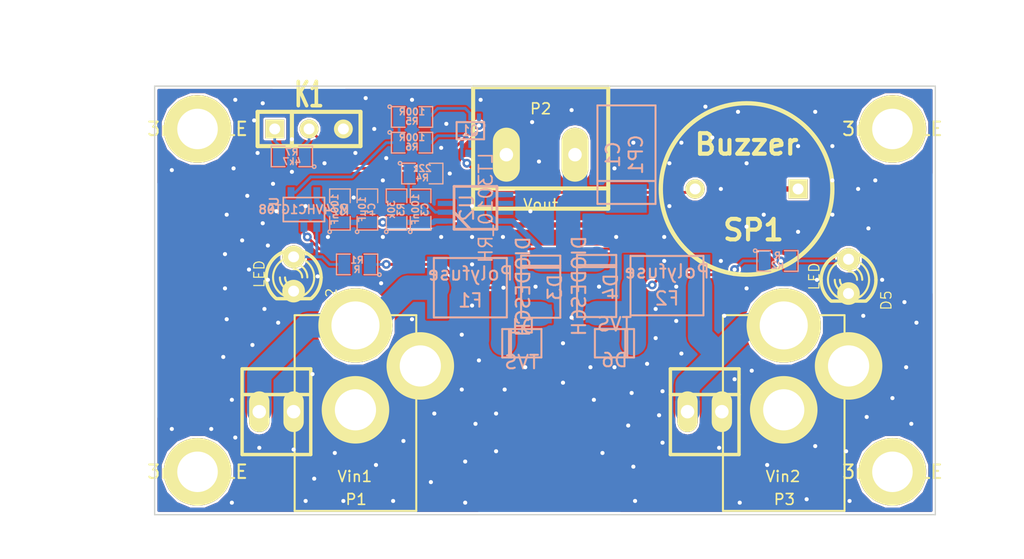
<source format=kicad_pcb>
(kicad_pcb (version 3) (host pcbnew "(25-Oct-2014 BZR 4029)-stable")

  (general
    (links 55)
    (no_connects 0)
    (area 131.700002 122.880001 211.835 165.895)
    (thickness 1.6)
    (drawings 14)
    (tracks 616)
    (zones 0)
    (modules 33)
    (nets 17)
  )

  (page A3)
  (title_block 
    (rev 1)
    (company "Radio Helsinki: RedunDC")
  )

  (layers
    (15 F.Cu signal)
    (0 B.Cu signal)
    (16 B.Adhes user)
    (17 F.Adhes user)
    (18 B.Paste user)
    (19 F.Paste user)
    (20 B.SilkS user hide)
    (21 F.SilkS user hide)
    (22 B.Mask user)
    (23 F.Mask user)
    (24 Dwgs.User user)
    (25 Cmts.User user)
    (26 Eco1.User user)
    (27 Eco2.User user)
    (28 Edge.Cuts user)
  )

  (setup
    (last_trace_width 0.2032)
    (user_trace_width 0.2032)
    (user_trace_width 0.3988)
    (user_trace_width 0.701)
    (user_trace_width 1.0008)
    (user_trace_width 1.8009)
    (trace_clearance 0.1524)
    (zone_clearance 0.1524)
    (zone_45_only no)
    (trace_min 0.1524)
    (segment_width 0.2)
    (edge_width 0.1)
    (via_size 0.6502)
    (via_drill 0.3023)
    (via_min_size 0.5004)
    (via_min_drill 0.3023)
    (user_via 0.6502 0.3023)
    (user_via 0.7493 0.3988)
    (user_via 0.95 0.3988)
    (user_via 1.1989 0.4496)
    (user_via 1.999 0.5004)
    (uvia_size 0.508)
    (uvia_drill 0.127)
    (uvias_allowed no)
    (uvia_min_size 0.508)
    (uvia_min_drill 0.127)
    (pcb_text_width 0.3)
    (pcb_text_size 1.5 1.5)
    (mod_edge_width 0.3)
    (mod_text_size 1 1)
    (mod_text_width 0.15)
    (pad_size 2 4)
    (pad_drill 1)
    (pad_to_mask_clearance 0)
    (aux_axis_origin 0 0)
    (visible_elements 7FFFFFCF)
    (pcbplotparams
      (layerselection 3178497)
      (usegerberextensions true)
      (excludeedgelayer true)
      (linewidth 0.150000)
      (plotframeref false)
      (viasonmask false)
      (mode 1)
      (useauxorigin false)
      (hpglpennumber 1)
      (hpglpenspeed 20)
      (hpglpendiameter 15)
      (hpglpenoverlay 2)
      (psnegative false)
      (psa4output false)
      (plotreference true)
      (plotvalue true)
      (plotothertext true)
      (plotinvisibletext false)
      (padsonsilk false)
      (subtractmaskfromsilk false)
      (outputformat 1)
      (mirror false)
      (drillshape 1)
      (scaleselection 1)
      (outputdirectory ""))
  )

  (net 0 "")
  (net 1 /Vout)
  (net 2 GND)
  (net 3 N-0000010)
  (net 4 N-0000011)
  (net 5 N-0000012)
  (net 6 N-0000013)
  (net 7 N-0000014)
  (net 8 N-0000015)
  (net 9 N-0000016)
  (net 10 N-0000018)
  (net 11 N-0000019)
  (net 12 N-000002)
  (net 13 N-000003)
  (net 14 N-000004)
  (net 15 N-000009)
  (net 16 VCC)

  (net_class Default "Dies ist die voreingestellte Netzklasse."
    (clearance 0.1524)
    (trace_width 0.2032)
    (via_dia 0.6502)
    (via_drill 0.3023)
    (uvia_dia 0.508)
    (uvia_drill 0.127)
    (add_net "")
    (add_net /Vout)
    (add_net GND)
    (add_net N-0000010)
    (add_net N-0000011)
    (add_net N-0000012)
    (add_net N-0000013)
    (add_net N-0000014)
    (add_net N-0000015)
    (add_net N-0000016)
    (add_net N-0000018)
    (add_net N-0000019)
    (add_net N-000002)
    (add_net N-000003)
    (add_net N-000004)
    (add_net N-000009)
    (add_net VCC)
  )

  (module LF2016L (layer B.Cu) (tedit 551B1747) (tstamp 551B1D82)
    (at 166.878 143.8402)
    (path /551ADEE0)
    (fp_text reference F1 (at 0 0.95) (layer B.SilkS)
      (effects (font (size 1 1) (thickness 0.15)) (justify mirror))
    )
    (fp_text value Polyfuse (at 0 -1.05) (layer B.SilkS)
      (effects (font (size 1 1) (thickness 0.15)) (justify mirror))
    )
    (fp_line (start -2.7 2.2) (end 2.7 2.2) (layer B.SilkS) (width 0.15))
    (fp_line (start 2.7 2.2) (end 2.7 -2.2) (layer B.SilkS) (width 0.15))
    (fp_line (start 2.7 -2.2) (end -2.7 -2.2) (layer B.SilkS) (width 0.15))
    (fp_line (start -2.7 -2.2) (end -2.7 2.2) (layer B.SilkS) (width 0.15))
    (pad 1 smd rect (at -2.45 0) (size 1.5 4.6)
      (layers B.Cu B.Paste B.Mask)
      (net 6 N-0000013)
    )
    (pad 2 smd rect (at 2.45 0) (size 1.5 4.6)
      (layers B.Cu B.Paste B.Mask)
      (net 7 N-0000014)
    )
  )

  (module SOT23-5 (layer B.Cu) (tedit 4ECF78EF) (tstamp 551B1D04)
    (at 154.559 138.049 180)
    (path /551AE3F4)
    (attr smd)
    (fp_text reference U1 (at 2.19964 0.29972 450) (layer B.SilkS)
      (effects (font (size 0.635 0.635) (thickness 0.127)) (justify mirror))
    )
    (fp_text value M74VHC1GT08 (at 0 0 180) (layer B.SilkS)
      (effects (font (size 0.635 0.635) (thickness 0.127)) (justify mirror))
    )
    (fp_line (start 1.524 0.889) (end 1.524 -0.889) (layer B.SilkS) (width 0.127))
    (fp_line (start 1.524 -0.889) (end -1.524 -0.889) (layer B.SilkS) (width 0.127))
    (fp_line (start -1.524 -0.889) (end -1.524 0.889) (layer B.SilkS) (width 0.127))
    (fp_line (start -1.524 0.889) (end 1.524 0.889) (layer B.SilkS) (width 0.127))
    (pad 1 smd rect (at -0.9525 -1.27 180) (size 0.508 0.762)
      (layers B.Cu B.Paste B.Mask)
      (net 11 N-0000019)
    )
    (pad 3 smd rect (at 0.9525 -1.27 180) (size 0.508 0.762)
      (layers B.Cu B.Paste B.Mask)
      (net 2 GND)
    )
    (pad 5 smd rect (at -0.9525 1.27 180) (size 0.508 0.762)
      (layers B.Cu B.Paste B.Mask)
      (net 16 VCC)
    )
    (pad 2 smd rect (at 0 -1.27 180) (size 0.508 0.762)
      (layers B.Cu B.Paste B.Mask)
      (net 10 N-0000018)
    )
    (pad 4 smd rect (at 0.9525 1.27 180) (size 0.508 0.762)
      (layers B.Cu B.Paste B.Mask)
      (net 12 N-000002)
    )
    (model smd/SOT23_5.wrl
      (at (xyz 0 0 0))
      (scale (xyz 0.1 0.1 0.1))
      (rotate (xyz 0 0 0))
    )
  )

  (module SOD123W (layer B.Cu) (tedit 551B1C00) (tstamp 551B1D10)
    (at 170.688 147.955 180)
    (path /551ADF4F)
    (fp_text reference D1 (at 0 1.25 180) (layer B.SilkS)
      (effects (font (size 1 1) (thickness 0.15)) (justify mirror))
    )
    (fp_text value TVS (at 0 -1.4 180) (layer B.SilkS)
      (effects (font (size 1 1) (thickness 0.15)) (justify mirror))
    )
    (fp_line (start 0.8 1.05) (end 0.8 -1.05) (layer B.SilkS) (width 0.15))
    (fp_line (start 0.95 1.05) (end 0.95 -1.05) (layer B.SilkS) (width 0.15))
    (fp_line (start -1.45 1.05) (end 1.45 1.05) (layer B.SilkS) (width 0.15))
    (fp_line (start 1.45 1.05) (end 1.45 -1.05) (layer B.SilkS) (width 0.15))
    (fp_line (start 1.45 -1.05) (end -1.45 -1.05) (layer B.SilkS) (width 0.15))
    (fp_line (start -1.45 -1.05) (end -1.45 1.05) (layer B.SilkS) (width 0.15))
    (pad 1 smd rect (at -1.4 0 180) (size 1.2 1.2)
      (layers B.Cu B.Paste B.Mask)
      (net 2 GND)
    )
    (pad 2 smd rect (at 1.4 0 180) (size 1.2 1.2)
      (layers B.Cu B.Paste B.Mask)
      (net 7 N-0000014)
    )
  )

  (module SOD123W (layer B.Cu) (tedit 551B1C00) (tstamp 551B1D1C)
    (at 177.546 147.955)
    (path /551ADF85)
    (fp_text reference D6 (at 0 1.25) (layer B.SilkS)
      (effects (font (size 1 1) (thickness 0.15)) (justify mirror))
    )
    (fp_text value TVS (at 0 -1.4) (layer B.SilkS)
      (effects (font (size 1 1) (thickness 0.15)) (justify mirror))
    )
    (fp_line (start 0.8 1.05) (end 0.8 -1.05) (layer B.SilkS) (width 0.15))
    (fp_line (start 0.95 1.05) (end 0.95 -1.05) (layer B.SilkS) (width 0.15))
    (fp_line (start -1.45 1.05) (end 1.45 1.05) (layer B.SilkS) (width 0.15))
    (fp_line (start 1.45 1.05) (end 1.45 -1.05) (layer B.SilkS) (width 0.15))
    (fp_line (start 1.45 -1.05) (end -1.45 -1.05) (layer B.SilkS) (width 0.15))
    (fp_line (start -1.45 -1.05) (end -1.45 1.05) (layer B.SilkS) (width 0.15))
    (pad 1 smd rect (at -1.4 0) (size 1.2 1.2)
      (layers B.Cu B.Paste B.Mask)
      (net 2 GND)
    )
    (pad 2 smd rect (at 1.4 0) (size 1.2 1.2)
      (layers B.Cu B.Paste B.Mask)
      (net 8 N-0000015)
    )
  )

  (module SM2917POL (layer B.Cu) (tedit 551B1470) (tstamp 551C3316)
    (at 178.435 133.985 90)
    (path /551AE068)
    (fp_text reference C1 (at 0 -1 90) (layer B.SilkS)
      (effects (font (size 1 1) (thickness 0.15)) (justify mirror))
    )
    (fp_text value CP1 (at 0 0.7 90) (layer B.SilkS)
      (effects (font (size 1 1) (thickness 0.15)) (justify mirror))
    )
    (fp_line (start -1.95 2.15) (end -1.95 -2.15) (layer B.SilkS) (width 0.15))
    (fp_line (start -3.65 2.15) (end 3.65 2.15) (layer B.SilkS) (width 0.15))
    (fp_line (start 3.65 2.15) (end 3.65 -2.15) (layer B.SilkS) (width 0.15))
    (fp_line (start 3.65 -2.15) (end -3.65 -2.15) (layer B.SilkS) (width 0.15))
    (fp_line (start -3.65 -2.15) (end -3.65 2.15) (layer B.SilkS) (width 0.15))
    (pad 1 smd rect (at -3.25 0 90) (size 2.1 3)
      (layers B.Cu B.Paste B.Mask)
      (net 1 /Vout)
    )
    (pad 2 smd rect (at 3.25 0 90) (size 2.1 3)
      (layers B.Cu B.Paste B.Mask)
      (net 2 GND)
    )
  )

  (module SM0805 (layer B.Cu) (tedit 5091495C) (tstamp 551B1D34)
    (at 157.226 138.049 90)
    (path /551AE174)
    (attr smd)
    (fp_text reference C2 (at 0 0.3175 90) (layer B.SilkS)
      (effects (font (size 0.50038 0.50038) (thickness 0.10922)) (justify mirror))
    )
    (fp_text value 100nF (at 0 -0.381 90) (layer B.SilkS)
      (effects (font (size 0.50038 0.50038) (thickness 0.10922)) (justify mirror))
    )
    (fp_circle (center -1.651 -0.762) (end -1.651 -0.635) (layer B.SilkS) (width 0.09906))
    (fp_line (start -0.508 -0.762) (end -1.524 -0.762) (layer B.SilkS) (width 0.09906))
    (fp_line (start -1.524 -0.762) (end -1.524 0.762) (layer B.SilkS) (width 0.09906))
    (fp_line (start -1.524 0.762) (end -0.508 0.762) (layer B.SilkS) (width 0.09906))
    (fp_line (start 0.508 0.762) (end 1.524 0.762) (layer B.SilkS) (width 0.09906))
    (fp_line (start 1.524 0.762) (end 1.524 -0.762) (layer B.SilkS) (width 0.09906))
    (fp_line (start 1.524 -0.762) (end 0.508 -0.762) (layer B.SilkS) (width 0.09906))
    (pad 1 smd rect (at -0.9525 0 90) (size 0.889 1.397)
      (layers B.Cu B.Paste B.Mask)
      (net 16 VCC)
    )
    (pad 2 smd rect (at 0.9525 0 90) (size 0.889 1.397)
      (layers B.Cu B.Paste B.Mask)
      (net 2 GND)
    )
    (model smd/chip_cms.wrl
      (at (xyz 0 0 0))
      (scale (xyz 0.1 0.1 0.1))
      (rotate (xyz 0 0 0))
    )
  )

  (module SM0805 (layer B.Cu) (tedit 5091495C) (tstamp 551B1D41)
    (at 189.611 141.859)
    (path /551ADFF8)
    (attr smd)
    (fp_text reference R2 (at 0 0.3175) (layer B.SilkS)
      (effects (font (size 0.50038 0.50038) (thickness 0.10922)) (justify mirror))
    )
    (fp_text value R (at 0 -0.381) (layer B.SilkS)
      (effects (font (size 0.50038 0.50038) (thickness 0.10922)) (justify mirror))
    )
    (fp_circle (center -1.651 -0.762) (end -1.651 -0.635) (layer B.SilkS) (width 0.09906))
    (fp_line (start -0.508 -0.762) (end -1.524 -0.762) (layer B.SilkS) (width 0.09906))
    (fp_line (start -1.524 -0.762) (end -1.524 0.762) (layer B.SilkS) (width 0.09906))
    (fp_line (start -1.524 0.762) (end -0.508 0.762) (layer B.SilkS) (width 0.09906))
    (fp_line (start 0.508 0.762) (end 1.524 0.762) (layer B.SilkS) (width 0.09906))
    (fp_line (start 1.524 0.762) (end 1.524 -0.762) (layer B.SilkS) (width 0.09906))
    (fp_line (start 1.524 -0.762) (end 0.508 -0.762) (layer B.SilkS) (width 0.09906))
    (pad 1 smd rect (at -0.9525 0) (size 0.889 1.397)
      (layers B.Cu B.Paste B.Mask)
      (net 8 N-0000015)
    )
    (pad 2 smd rect (at 0.9525 0) (size 0.889 1.397)
      (layers B.Cu B.Paste B.Mask)
      (net 10 N-0000018)
    )
    (model smd/chip_cms.wrl
      (at (xyz 0 0 0))
      (scale (xyz 0.1 0.1 0.1))
      (rotate (xyz 0 0 0))
    )
  )

  (module SM0805 (layer B.Cu) (tedit 5091495C) (tstamp 551B1D4E)
    (at 158.496 142.113 180)
    (path /551AE015)
    (attr smd)
    (fp_text reference R1 (at 0 0.3175 180) (layer B.SilkS)
      (effects (font (size 0.50038 0.50038) (thickness 0.10922)) (justify mirror))
    )
    (fp_text value R (at 0 -0.381 180) (layer B.SilkS)
      (effects (font (size 0.50038 0.50038) (thickness 0.10922)) (justify mirror))
    )
    (fp_circle (center -1.651 -0.762) (end -1.651 -0.635) (layer B.SilkS) (width 0.09906))
    (fp_line (start -0.508 -0.762) (end -1.524 -0.762) (layer B.SilkS) (width 0.09906))
    (fp_line (start -1.524 -0.762) (end -1.524 0.762) (layer B.SilkS) (width 0.09906))
    (fp_line (start -1.524 0.762) (end -0.508 0.762) (layer B.SilkS) (width 0.09906))
    (fp_line (start 0.508 0.762) (end 1.524 0.762) (layer B.SilkS) (width 0.09906))
    (fp_line (start 1.524 0.762) (end 1.524 -0.762) (layer B.SilkS) (width 0.09906))
    (fp_line (start 1.524 -0.762) (end 0.508 -0.762) (layer B.SilkS) (width 0.09906))
    (pad 1 smd rect (at -0.9525 0 180) (size 0.889 1.397)
      (layers B.Cu B.Paste B.Mask)
      (net 7 N-0000014)
    )
    (pad 2 smd rect (at 0.9525 0 180) (size 0.889 1.397)
      (layers B.Cu B.Paste B.Mask)
      (net 11 N-0000019)
    )
    (model smd/chip_cms.wrl
      (at (xyz 0 0 0))
      (scale (xyz 0.1 0.1 0.1))
      (rotate (xyz 0 0 0))
    )
  )

  (module SIL-3 (layer F.Cu) (tedit 200000) (tstamp 551B1D5A)
    (at 154.94 132.08)
    (descr "Connecteur 3 pins")
    (tags "CONN DEV")
    (path /551AE11C)
    (fp_text reference K1 (at 0 -2.54) (layer F.SilkS)
      (effects (font (size 1.7907 1.07696) (thickness 0.3048)))
    )
    (fp_text value STATUS (at 0 -2.54) (layer F.SilkS) hide
      (effects (font (size 1.524 1.016) (thickness 0.3048)))
    )
    (fp_line (start -3.81 1.27) (end -3.81 -1.27) (layer F.SilkS) (width 0.3048))
    (fp_line (start -3.81 -1.27) (end 3.81 -1.27) (layer F.SilkS) (width 0.3048))
    (fp_line (start 3.81 -1.27) (end 3.81 1.27) (layer F.SilkS) (width 0.3048))
    (fp_line (start 3.81 1.27) (end -3.81 1.27) (layer F.SilkS) (width 0.3048))
    (fp_line (start -1.27 -1.27) (end -1.27 1.27) (layer F.SilkS) (width 0.3048))
    (pad 1 thru_hole rect (at -2.54 0) (size 1.397 1.397) (drill 0.8128)
      (layers *.Cu *.Mask F.SilkS)
      (net 5 N-0000012)
    )
    (pad 2 thru_hole circle (at 0 0) (size 1.397 1.397) (drill 0.8128)
      (layers *.Cu *.Mask F.SilkS)
      (net 4 N-0000011)
    )
    (pad 3 thru_hole circle (at 2.54 0) (size 1.397 1.397) (drill 0.8128)
      (layers *.Cu *.Mask F.SilkS)
      (net 2 GND)
    )
  )

  (module LF2016L (layer B.Cu) (tedit 551B1747) (tstamp 551B1D8C)
    (at 181.4322 143.6878)
    (path /551ADED1)
    (fp_text reference F2 (at 0 0.95) (layer B.SilkS)
      (effects (font (size 1 1) (thickness 0.15)) (justify mirror))
    )
    (fp_text value Polyfuse (at 0 -1.05) (layer B.SilkS)
      (effects (font (size 1 1) (thickness 0.15)) (justify mirror))
    )
    (fp_line (start -2.7 2.2) (end 2.7 2.2) (layer B.SilkS) (width 0.15))
    (fp_line (start 2.7 2.2) (end 2.7 -2.2) (layer B.SilkS) (width 0.15))
    (fp_line (start 2.7 -2.2) (end -2.7 -2.2) (layer B.SilkS) (width 0.15))
    (fp_line (start -2.7 -2.2) (end -2.7 2.2) (layer B.SilkS) (width 0.15))
    (pad 1 smd rect (at -2.45 0) (size 1.5 4.6)
      (layers B.Cu B.Paste B.Mask)
      (net 8 N-0000015)
    )
    (pad 2 smd rect (at 2.45 0) (size 1.5 4.6)
      (layers B.Cu B.Paste B.Mask)
      (net 9 N-0000016)
    )
  )

  (module LED-3MM (layer F.Cu) (tedit 50ADE848) (tstamp 551B1DA5)
    (at 153.797 142.8242 270)
    (descr "LED 3mm - Lead pitch 100mil (2,54mm)")
    (tags "LED led 3mm 3MM 100mil 2,54mm")
    (path /551AE00F)
    (fp_text reference D2 (at 1.778 -2.794 270) (layer F.SilkS)
      (effects (font (size 0.762 0.762) (thickness 0.0889)))
    )
    (fp_text value LED (at 0 2.54 270) (layer F.SilkS)
      (effects (font (size 0.762 0.762) (thickness 0.0889)))
    )
    (fp_line (start 1.8288 1.27) (end 1.8288 -1.27) (layer F.SilkS) (width 0.254))
    (fp_arc (start 0.254 0) (end -1.27 0) (angle 39.8) (layer F.SilkS) (width 0.1524))
    (fp_arc (start 0.254 0) (end -0.88392 1.01092) (angle 41.6) (layer F.SilkS) (width 0.1524))
    (fp_arc (start 0.254 0) (end 1.4097 -0.9906) (angle 40.6) (layer F.SilkS) (width 0.1524))
    (fp_arc (start 0.254 0) (end 1.778 0) (angle 39.8) (layer F.SilkS) (width 0.1524))
    (fp_arc (start 0.254 0) (end 0.254 -1.524) (angle 54.4) (layer F.SilkS) (width 0.1524))
    (fp_arc (start 0.254 0) (end -0.9652 -0.9144) (angle 53.1) (layer F.SilkS) (width 0.1524))
    (fp_arc (start 0.254 0) (end 1.45542 0.93472) (angle 52.1) (layer F.SilkS) (width 0.1524))
    (fp_arc (start 0.254 0) (end 0.254 1.524) (angle 52.1) (layer F.SilkS) (width 0.1524))
    (fp_arc (start 0.254 0) (end -0.381 0) (angle 90) (layer F.SilkS) (width 0.1524))
    (fp_arc (start 0.254 0) (end -0.762 0) (angle 90) (layer F.SilkS) (width 0.1524))
    (fp_arc (start 0.254 0) (end 0.889 0) (angle 90) (layer F.SilkS) (width 0.1524))
    (fp_arc (start 0.254 0) (end 1.27 0) (angle 90) (layer F.SilkS) (width 0.1524))
    (fp_arc (start 0.254 0) (end 0.254 -2.032) (angle 50.1) (layer F.SilkS) (width 0.254))
    (fp_arc (start 0.254 0) (end -1.5367 -0.95504) (angle 61.9) (layer F.SilkS) (width 0.254))
    (fp_arc (start 0.254 0) (end 1.8034 1.31064) (angle 49.7) (layer F.SilkS) (width 0.254))
    (fp_arc (start 0.254 0) (end 0.254 2.032) (angle 60.2) (layer F.SilkS) (width 0.254))
    (fp_arc (start 0.254 0) (end -1.778 0) (angle 28.3) (layer F.SilkS) (width 0.254))
    (fp_arc (start 0.254 0) (end -1.47574 1.06426) (angle 31.6) (layer F.SilkS) (width 0.254))
    (pad 1 thru_hole circle (at -1.27 0 270) (size 1.6764 1.6764) (drill 0.8128)
      (layers *.Cu *.Mask F.SilkS)
      (net 11 N-0000019)
    )
    (pad 2 thru_hole circle (at 1.27 0 270) (size 1.6764 1.6764) (drill 0.8128)
      (layers *.Cu *.Mask F.SilkS)
      (net 2 GND)
    )
    (model discret/leds/led3_vertical_verde.wrl
      (at (xyz 0 0 0))
      (scale (xyz 1 1 1))
      (rotate (xyz 0 0 0))
    )
  )

  (module LED-3MM (layer F.Cu) (tedit 50ADE848) (tstamp 551B1DBE)
    (at 194.8688 143.002 270)
    (descr "LED 3mm - Lead pitch 100mil (2,54mm)")
    (tags "LED led 3mm 3MM 100mil 2,54mm")
    (path /551ADFCB)
    (fp_text reference D5 (at 1.778 -2.794 270) (layer F.SilkS)
      (effects (font (size 0.762 0.762) (thickness 0.0889)))
    )
    (fp_text value LED (at 0 2.54 270) (layer F.SilkS)
      (effects (font (size 0.762 0.762) (thickness 0.0889)))
    )
    (fp_line (start 1.8288 1.27) (end 1.8288 -1.27) (layer F.SilkS) (width 0.254))
    (fp_arc (start 0.254 0) (end -1.27 0) (angle 39.8) (layer F.SilkS) (width 0.1524))
    (fp_arc (start 0.254 0) (end -0.88392 1.01092) (angle 41.6) (layer F.SilkS) (width 0.1524))
    (fp_arc (start 0.254 0) (end 1.4097 -0.9906) (angle 40.6) (layer F.SilkS) (width 0.1524))
    (fp_arc (start 0.254 0) (end 1.778 0) (angle 39.8) (layer F.SilkS) (width 0.1524))
    (fp_arc (start 0.254 0) (end 0.254 -1.524) (angle 54.4) (layer F.SilkS) (width 0.1524))
    (fp_arc (start 0.254 0) (end -0.9652 -0.9144) (angle 53.1) (layer F.SilkS) (width 0.1524))
    (fp_arc (start 0.254 0) (end 1.45542 0.93472) (angle 52.1) (layer F.SilkS) (width 0.1524))
    (fp_arc (start 0.254 0) (end 0.254 1.524) (angle 52.1) (layer F.SilkS) (width 0.1524))
    (fp_arc (start 0.254 0) (end -0.381 0) (angle 90) (layer F.SilkS) (width 0.1524))
    (fp_arc (start 0.254 0) (end -0.762 0) (angle 90) (layer F.SilkS) (width 0.1524))
    (fp_arc (start 0.254 0) (end 0.889 0) (angle 90) (layer F.SilkS) (width 0.1524))
    (fp_arc (start 0.254 0) (end 1.27 0) (angle 90) (layer F.SilkS) (width 0.1524))
    (fp_arc (start 0.254 0) (end 0.254 -2.032) (angle 50.1) (layer F.SilkS) (width 0.254))
    (fp_arc (start 0.254 0) (end -1.5367 -0.95504) (angle 61.9) (layer F.SilkS) (width 0.254))
    (fp_arc (start 0.254 0) (end 1.8034 1.31064) (angle 49.7) (layer F.SilkS) (width 0.254))
    (fp_arc (start 0.254 0) (end 0.254 2.032) (angle 60.2) (layer F.SilkS) (width 0.254))
    (fp_arc (start 0.254 0) (end -1.778 0) (angle 28.3) (layer F.SilkS) (width 0.254))
    (fp_arc (start 0.254 0) (end -1.47574 1.06426) (angle 31.6) (layer F.SilkS) (width 0.254))
    (pad 1 thru_hole circle (at -1.27 0 270) (size 1.6764 1.6764) (drill 0.8128)
      (layers *.Cu *.Mask F.SilkS)
      (net 10 N-0000018)
    )
    (pad 2 thru_hole circle (at 1.27 0 270) (size 1.6764 1.6764) (drill 0.8128)
      (layers *.Cu *.Mask F.SilkS)
      (net 2 GND)
    )
    (model discret/leds/led3_vertical_verde.wrl
      (at (xyz 0 0 0))
      (scale (xyz 1 1 1))
      (rotate (xyz 0 0 0))
    )
  )

  (module DO-214AC (layer B.Cu) (tedit 551B1BF3) (tstamp 551B1DCA)
    (at 176.2252 143.7132 90)
    (path /551ADF6B)
    (fp_text reference D4 (at -0.05 1.05 90) (layer B.SilkS)
      (effects (font (size 1 1) (thickness 0.15)) (justify mirror))
    )
    (fp_text value DIODESCH (at 0 -1.3 90) (layer B.SilkS)
      (effects (font (size 1 1) (thickness 0.15)) (justify mirror))
    )
    (fp_line (start 1.4 -1.45) (end 1.4 1.45) (layer B.SilkS) (width 0.15))
    (fp_line (start 1.55 1.45) (end 1.55 -1.45) (layer B.SilkS) (width 0.15))
    (fp_line (start -2.3 1.45) (end 2.3 1.45) (layer B.SilkS) (width 0.15))
    (fp_line (start 2.3 1.45) (end 2.3 -1.45) (layer B.SilkS) (width 0.15))
    (fp_line (start 2.3 -1.45) (end -2.3 -1.45) (layer B.SilkS) (width 0.15))
    (fp_line (start -2.3 -1.45) (end -2.3 1.45) (layer B.SilkS) (width 0.15))
    (pad 1 smd rect (at -2.015 0 90) (size 1.4 1.64)
      (layers B.Cu B.Paste B.Mask)
      (net 8 N-0000015)
    )
    (pad 2 smd rect (at 2.015 0 90) (size 1.4 1.64)
      (layers B.Cu B.Paste B.Mask)
      (net 1 /Vout)
    )
  )

  (module DO-214AC (layer B.Cu) (tedit 551B1BF3) (tstamp 551B1DD6)
    (at 172.085 143.764 90)
    (path /551ADF5E)
    (fp_text reference D3 (at -0.05 1.05 90) (layer B.SilkS)
      (effects (font (size 1 1) (thickness 0.15)) (justify mirror))
    )
    (fp_text value DIODESCH (at 0 -1.3 90) (layer B.SilkS)
      (effects (font (size 1 1) (thickness 0.15)) (justify mirror))
    )
    (fp_line (start 1.4 -1.45) (end 1.4 1.45) (layer B.SilkS) (width 0.15))
    (fp_line (start 1.55 1.45) (end 1.55 -1.45) (layer B.SilkS) (width 0.15))
    (fp_line (start -2.3 1.45) (end 2.3 1.45) (layer B.SilkS) (width 0.15))
    (fp_line (start 2.3 1.45) (end 2.3 -1.45) (layer B.SilkS) (width 0.15))
    (fp_line (start 2.3 -1.45) (end -2.3 -1.45) (layer B.SilkS) (width 0.15))
    (fp_line (start -2.3 -1.45) (end -2.3 1.45) (layer B.SilkS) (width 0.15))
    (pad 1 smd rect (at -2.015 0 90) (size 1.4 1.64)
      (layers B.Cu B.Paste B.Mask)
      (net 7 N-0000014)
    )
    (pad 2 smd rect (at 2.015 0 90) (size 1.4 1.64)
      (layers B.Cu B.Paste B.Mask)
      (net 1 /Vout)
    )
  )

  (module 3mmHOLE (layer F.Cu) (tedit 551B1F8C) (tstamp 551BDB62)
    (at 198.12 132.08)
    (fp_text reference 3mmHOLE (at 0 0) (layer F.SilkS)
      (effects (font (size 1 1) (thickness 0.15)))
    )
    (fp_text value VAL** (at 0 0) (layer F.SilkS)
      (effects (font (size 1 1) (thickness 0.15)))
    )
    (pad 1 thru_hole circle (at 0 0) (size 5 5) (drill 3)
      (layers *.Cu *.Mask F.SilkS)
    )
  )

  (module 3mmHOLE (layer F.Cu) (tedit 551B1F8C) (tstamp 551BDB6E)
    (at 146.685 132.08)
    (fp_text reference 3mmHOLE (at 0 0) (layer F.SilkS)
      (effects (font (size 1 1) (thickness 0.15)))
    )
    (fp_text value VAL** (at 0 0) (layer F.SilkS)
      (effects (font (size 1 1) (thickness 0.15)))
    )
    (pad 1 thru_hole circle (at 0 0) (size 5 5) (drill 3)
      (layers *.Cu *.Mask F.SilkS)
    )
  )

  (module 3mmHOLE (layer F.Cu) (tedit 551B1F8C) (tstamp 551BDB77)
    (at 146.685 157.48)
    (fp_text reference 3mmHOLE (at 0 0) (layer F.SilkS)
      (effects (font (size 1 1) (thickness 0.15)))
    )
    (fp_text value VAL** (at 0 0) (layer F.SilkS)
      (effects (font (size 1 1) (thickness 0.15)))
    )
    (pad 1 thru_hole circle (at 0 0) (size 5 5) (drill 3)
      (layers *.Cu *.Mask F.SilkS)
    )
  )

  (module 3mmHOLE (layer F.Cu) (tedit 551B1F8C) (tstamp 551BDB80)
    (at 198.12 157.48)
    (fp_text reference 3mmHOLE (at 0 0) (layer F.SilkS)
      (effects (font (size 1 1) (thickness 0.15)))
    )
    (fp_text value VAL** (at 0 0) (layer F.SilkS)
      (effects (font (size 1 1) (thickness 0.15)))
    )
    (pad 1 thru_hole circle (at 0 0) (size 5 5) (drill 3)
      (layers *.Cu *.Mask F.SilkS)
    )
  )

  (module rhlogo_copper-front_10mm (layer F.Cu) (tedit 0) (tstamp 551BFA87)
    (at 172.72 158.75)
    (fp_text reference G*** (at 0 1.69418) (layer F.SilkS) hide
      (effects (font (size 0.22098 0.22098) (thickness 0.04318)))
    )
    (fp_text value rhlogo_copper-front_10mm (at 0 -1.69418) (layer F.SilkS) hide
      (effects (font (size 0.22098 0.22098) (thickness 0.04318)))
    )
    (fp_poly (pts (xy 4.99872 1.58242) (xy 4.8387 1.58242) (xy 4.8387 1.4224) (xy 4.8387 -1.41224)
      (xy -2.2479 -1.41224) (xy -2.2479 1.4224) (xy 4.8387 1.4224) (xy 4.8387 1.58242)
      (xy -2.40538 1.58242) (xy -2.40538 1.4224) (xy -2.40538 -1.41224) (xy -4.826 -1.41224)
      (xy -4.826 1.4224) (xy -2.40538 1.4224) (xy -2.40538 1.58242) (xy -4.99872 1.58242)
      (xy -4.99872 -1.58242) (xy 4.99872 -1.58242) (xy 4.99872 1.58242) (xy 4.99872 1.58242)) (layer F.Cu) (width 0.00254))
    (fp_poly (pts (xy -2.52222 1.1176) (xy -2.52476 1.14808) (xy -2.54254 1.18364) (xy -2.57048 1.20904)
      (xy -2.5781 1.21412) (xy -2.62128 1.22936) (xy -2.67462 1.23444) (xy -2.72288 1.22936)
      (xy -2.7432 1.22174) (xy -2.77368 1.2065) (xy -2.81178 1.1811) (xy -2.85496 1.15062)
      (xy -2.8575 1.14808) (xy -2.91338 1.11252) (xy -2.98704 1.06426) (xy -3.0861 1.00838)
      (xy -3.20548 0.94234) (xy -3.34518 0.86614) (xy -3.44678 0.81026) (xy -3.63474 0.71374)
      (xy -3.77952 0.77978) (xy -3.89128 0.83312) (xy -4.0005 0.88646) (xy -4.1021 0.9398)
      (xy -4.19608 0.98806) (xy -4.27482 1.03124) (xy -4.33832 1.06934) (xy -4.3815 1.09982)
      (xy -4.38912 1.10236) (xy -4.44754 1.15062) (xy -4.49072 1.1811) (xy -4.5212 1.20396)
      (xy -4.54406 1.21666) (xy -4.56184 1.22428) (xy -4.57962 1.22682) (xy -4.59486 1.22682)
      (xy -4.64312 1.21666) (xy -4.6736 1.1938) (xy -4.68884 1.1557) (xy -4.68376 1.10998)
      (xy -4.65836 1.05918) (xy -4.65328 1.0541) (xy -4.63042 1.02616) (xy -4.59486 1.0033)
      (xy -4.54406 0.9779) (xy -4.47802 0.9525) (xy -4.43484 0.9398) (xy -4.39928 0.9271)
      (xy -4.34848 0.90678) (xy -4.28752 0.88138) (xy -4.21894 0.8509) (xy -4.14528 0.82042)
      (xy -4.07162 0.7874) (xy -3.99796 0.75438) (xy -3.93192 0.72136) (xy -3.87604 0.69596)
      (xy -3.83286 0.6731) (xy -3.80238 0.65786) (xy -3.79476 0.65024) (xy -3.80492 0.64262)
      (xy -3.8354 0.62738) (xy -3.88112 0.60198) (xy -3.93954 0.5715) (xy -4.01066 0.53594)
      (xy -4.07416 0.50546) (xy -4.17576 0.45466) (xy -4.25958 0.41656) (xy -4.32816 0.38608)
      (xy -4.38912 0.36322) (xy -4.43992 0.34544) (xy -4.47548 0.33528) (xy -4.53898 0.3175)
      (xy -4.5847 0.30226) (xy -4.61518 0.28448) (xy -4.63804 0.2667) (xy -4.67106 0.22352)
      (xy -4.67868 0.18542) (xy -4.6609 0.14986) (xy -4.64058 0.12954) (xy -4.60248 0.10414)
      (xy -4.5593 0.09398) (xy -4.5085 0.1016) (xy -4.45008 0.12192) (xy -4.3815 0.16002)
      (xy -4.29768 0.2159) (xy -4.27482 0.23368) (xy -4.20878 0.2794) (xy -4.15036 0.3175)
      (xy -4.09194 0.35306) (xy -4.03098 0.38862) (xy -3.95986 0.42418) (xy -3.8735 0.46482)
      (xy -3.7973 0.50038) (xy -3.73126 0.53086) (xy -3.683 0.55118) (xy -3.64744 0.56388)
      (xy -3.62458 0.56896) (xy -3.60426 0.56896) (xy -3.5941 0.56642) (xy -3.5687 0.55626)
      (xy -3.52298 0.53848) (xy -3.4671 0.51308) (xy -3.39852 0.4826) (xy -3.3274 0.44958)
      (xy -3.25628 0.41656) (xy -3.1877 0.38354) (xy -3.12928 0.3556) (xy -3.08356 0.3302)
      (xy -3.06578 0.32004) (xy -3.01752 0.2921) (xy -2.97434 0.26162) (xy -2.9464 0.23876)
      (xy -2.8702 0.17526) (xy -2.79654 0.12954) (xy -2.7305 0.09906) (xy -2.68224 0.08636)
      (xy -2.64414 0.08382) (xy -2.62128 0.0889) (xy -2.60096 0.10414) (xy -2.58572 0.12446)
      (xy -2.55778 0.17272) (xy -2.55524 0.21844) (xy -2.57556 0.25654) (xy -2.62128 0.28956)
      (xy -2.68732 0.32004) (xy -2.75082 0.33782) (xy -2.80924 0.35306) (xy -2.87274 0.37084)
      (xy -2.91846 0.38608) (xy -2.95402 0.40132) (xy -3.00482 0.42418) (xy -3.06832 0.45212)
      (xy -3.13944 0.4826) (xy -3.2131 0.51816) (xy -3.28676 0.55118) (xy -3.35026 0.58166)
      (xy -3.40614 0.6096) (xy -3.44424 0.62738) (xy -3.4798 0.64516) (xy -3.20294 0.78994)
      (xy -3.1115 0.83566) (xy -3.03784 0.87376) (xy -2.97688 0.9017) (xy -2.92354 0.92456)
      (xy -2.87528 0.94234) (xy -2.82956 0.95758) (xy -2.77876 0.97028) (xy -2.6797 1.00076)
      (xy -2.6035 1.03632) (xy -2.5527 1.07188) (xy -2.52476 1.11252) (xy -2.52222 1.1176)
      (xy -2.52222 1.1176)) (layer F.Cu) (width 0.00254))
    (fp_poly (pts (xy -3.00736 -0.74168) (xy -3.01244 -0.63246) (xy -3.03276 -0.5207) (xy -3.06832 -0.4064)
      (xy -3.11404 -0.29464) (xy -3.12674 -0.27432) (xy -3.13182 -0.25908) (xy -3.13182 -0.63754)
      (xy -3.13436 -0.70612) (xy -3.14198 -0.78232) (xy -3.15214 -0.84328) (xy -3.16992 -0.889)
      (xy -3.19532 -0.93218) (xy -3.23342 -0.97282) (xy -3.2385 -0.9779) (xy -3.30708 -1.03632)
      (xy -3.3782 -1.07696) (xy -3.45948 -1.09728) (xy -3.55346 -1.10236) (xy -3.66014 -1.08966)
      (xy -3.68554 -1.08712) (xy -3.7592 -1.07188) (xy -3.81254 -1.05918) (xy -3.85064 -1.0414)
      (xy -3.88366 -1.02108) (xy -3.9116 -0.99314) (xy -3.91414 -0.99314) (xy -3.95986 -0.92964)
      (xy -3.99796 -0.84836) (xy -4.02844 -0.74422) (xy -4.04368 -0.66548) (xy -4.07162 -0.52324)
      (xy -4.04114 -0.50292) (xy -3.99034 -0.46482) (xy -3.9624 -0.4318) (xy -3.95732 -0.39624)
      (xy -3.95732 -0.3937) (xy -3.95478 -0.3556) (xy -3.94462 -0.34036) (xy -3.93446 -0.32258)
      (xy -3.93192 -0.3048) (xy -3.937 -0.27178) (xy -3.94208 -0.254) (xy -3.9497 -0.21844)
      (xy -3.95224 -0.19558) (xy -3.94462 -0.18288) (xy -3.93192 -0.17272) (xy -3.90398 -0.1524)
      (xy -3.92938 -0.11938) (xy -3.94462 -0.09652) (xy -3.9497 -0.0762) (xy -3.93954 -0.04826)
      (xy -3.937 -0.04318) (xy -3.91414 -0.00254) (xy -3.88366 0.02794) (xy -3.88112 0.03048)
      (xy -3.85064 0.06604) (xy -3.84302 0.09652) (xy -3.8354 0.1524) (xy -3.81254 0.21082)
      (xy -3.77952 0.25908) (xy -3.76936 0.27178) (xy -3.74142 0.2921) (xy -3.71602 0.30226)
      (xy -3.67538 0.3048) (xy -3.66522 0.3048) (xy -3.61442 0.30226) (xy -3.556 0.29718)
      (xy -3.51282 0.2921) (xy -3.429 0.27686) (xy -3.4036 0.22098) (xy -3.38836 0.18288)
      (xy -3.37058 0.12954) (xy -3.35534 0.07112) (xy -3.3528 0.06096) (xy -3.31978 -0.05842)
      (xy -3.28676 -0.16256) (xy -3.2512 -0.25654) (xy -3.2131 -0.3429) (xy -3.175 -0.42672)
      (xy -3.1496 -0.50038) (xy -3.1369 -0.56642) (xy -3.13182 -0.63754) (xy -3.13182 -0.25908)
      (xy -3.15722 -0.20828) (xy -3.19024 -0.12446) (xy -3.22072 -0.03048) (xy -3.24866 0.06604)
      (xy -3.27406 0.1651) (xy -3.27914 0.1905) (xy -3.2893 0.23368) (xy -3.30454 0.2667)
      (xy -3.32994 0.29718) (xy -3.35788 0.32512) (xy -3.40614 0.36576) (xy -3.45186 0.3937)
      (xy -3.46964 0.40132) (xy -3.53568 0.41148) (xy -3.61188 0.41402) (xy -3.68808 0.4064)
      (xy -3.72618 0.39624) (xy -3.76936 0.38354) (xy -3.80746 0.37084) (xy -3.82016 0.36576)
      (xy -3.85064 0.3429) (xy -3.88112 0.30226) (xy -3.90906 0.24892) (xy -3.92938 0.1905)
      (xy -3.92938 0.18542) (xy -3.94208 0.1397) (xy -3.95986 0.10922) (xy -3.9878 0.08382)
      (xy -4.00812 0.06858) (xy -4.02336 0.04826) (xy -4.0386 0.01016) (xy -4.05384 -0.03302)
      (xy -4.06654 -0.08382) (xy -4.0767 -0.12954) (xy -4.0767 -0.15494) (xy -4.08178 -0.1905)
      (xy -4.09448 -0.23114) (xy -4.1021 -0.25146) (xy -4.11734 -0.28956) (xy -4.12496 -0.32258)
      (xy -4.12496 -0.33528) (xy -4.12496 -0.38608) (xy -4.13766 -0.42418) (xy -4.15798 -0.45212)
      (xy -4.17576 -0.47752) (xy -4.18592 -0.49784) (xy -4.18338 -0.52324) (xy -4.1783 -0.56134)
      (xy -4.16814 -0.61722) (xy -4.16052 -0.67818) (xy -4.15798 -0.70358) (xy -4.15036 -0.75184)
      (xy -4.1402 -0.81026) (xy -4.1275 -0.87122) (xy -4.12496 -0.88138) (xy -4.10972 -0.93472)
      (xy -4.09702 -0.97282) (xy -4.07924 -1.0033) (xy -4.0513 -1.03378) (xy -4.02844 -1.05664)
      (xy -3.9624 -1.11506) (xy -3.89636 -1.15824) (xy -3.8227 -1.18618) (xy -3.73888 -1.2065)
      (xy -3.63728 -1.21412) (xy -3.57378 -1.21412) (xy -3.46964 -1.21158) (xy -3.38836 -1.20396)
      (xy -3.31978 -1.18618) (xy -3.2639 -1.16332) (xy -3.26136 -1.16078) (xy -3.22326 -1.13284)
      (xy -3.17754 -1.0922) (xy -3.13182 -1.04648) (xy -3.08864 -0.99822) (xy -3.05562 -0.95504)
      (xy -3.03784 -0.9271) (xy -3.01498 -0.84074) (xy -3.00736 -0.74168) (xy -3.00736 -0.74168)) (layer F.Cu) (width 0.00254))
    (fp_poly (pts (xy 2.83464 0.18034) (xy 2.82956 0.20574) (xy 2.8067 0.22606) (xy 2.80162 0.2286)
      (xy 2.76352 0.25146) (xy 2.76352 0.67056) (xy 2.76352 0.78486) (xy 2.76352 0.87376)
      (xy 2.76098 0.94742) (xy 2.76098 1.0033) (xy 2.75844 1.04394) (xy 2.7559 1.07696)
      (xy 2.75336 1.09982) (xy 2.74828 1.1176) (xy 2.74066 1.13538) (xy 2.73558 1.14554)
      (xy 2.71018 1.18618) (xy 2.68478 1.20142) (xy 2.6543 1.1938) (xy 2.62382 1.1684)
      (xy 2.60096 1.13538) (xy 2.57302 1.08712) (xy 2.54508 1.016) (xy 2.51206 0.9271)
      (xy 2.47396 0.8128) (xy 2.46126 0.7747) (xy 2.44348 0.71882) (xy 2.42062 0.65532)
      (xy 2.39522 0.58674) (xy 2.36982 0.51816) (xy 2.34442 0.45466) (xy 2.3241 0.40132)
      (xy 2.30632 0.36068) (xy 2.29362 0.33782) (xy 2.29108 0.33528) (xy 2.29108 0.34544)
      (xy 2.29108 0.37846) (xy 2.29108 0.42926) (xy 2.29108 0.4953) (xy 2.29362 0.57404)
      (xy 2.29362 0.66294) (xy 2.29362 0.68326) (xy 2.29616 0.79756) (xy 2.29616 0.889)
      (xy 2.30124 0.96012) (xy 2.30378 1.01346) (xy 2.30886 1.05156) (xy 2.31648 1.0795)
      (xy 2.32664 1.09474) (xy 2.3368 1.10236) (xy 2.35204 1.1049) (xy 2.35204 1.1049)
      (xy 2.37744 1.11252) (xy 2.4003 1.13284) (xy 2.413 1.15824) (xy 2.413 1.17856)
      (xy 2.39776 1.18364) (xy 2.3622 1.18618) (xy 2.31648 1.18872) (xy 2.2606 1.19126)
      (xy 2.20472 1.18872) (xy 2.15392 1.18872) (xy 2.11074 1.18364) (xy 2.0828 1.17856)
      (xy 2.07772 1.17602) (xy 2.06248 1.14554) (xy 2.0701 1.11506) (xy 2.10058 1.08204)
      (xy 2.11074 1.07442) (xy 2.16154 1.03886) (xy 2.159 0.71882) (xy 2.15646 0.60198)
      (xy 2.15646 0.50546) (xy 2.15138 0.42926) (xy 2.1463 0.37084) (xy 2.14122 0.32766)
      (xy 2.13106 0.29464) (xy 2.11836 0.27432) (xy 2.10312 0.26162) (xy 2.10058 0.26162)
      (xy 2.06756 0.23622) (xy 2.05232 0.20066) (xy 2.04978 0.18034) (xy 2.04978 0.14732)
      (xy 2.17932 0.1397) (xy 2.23774 0.13462) (xy 2.27838 0.13462) (xy 2.30378 0.13716)
      (xy 2.3241 0.14478) (xy 2.34442 0.15494) (xy 2.35204 0.16002) (xy 2.3749 0.1778)
      (xy 2.39268 0.20066) (xy 2.41046 0.23876) (xy 2.43332 0.28956) (xy 2.44348 0.31242)
      (xy 2.46888 0.37846) (xy 2.49428 0.45212) (xy 2.5146 0.5207) (xy 2.52222 0.5461)
      (xy 2.55016 0.63246) (xy 2.57302 0.69596) (xy 2.5908 0.7366) (xy 2.6035 0.75692)
      (xy 2.60858 0.75946) (xy 2.61366 0.74422) (xy 2.61874 0.7112) (xy 2.61874 0.66294)
      (xy 2.62128 0.60452) (xy 2.62128 0.53848) (xy 2.62128 0.47244) (xy 2.61874 0.41148)
      (xy 2.61366 0.3556) (xy 2.61112 0.3302) (xy 2.60604 0.28702) (xy 2.59842 0.26162)
      (xy 2.58826 0.24638) (xy 2.56794 0.23876) (xy 2.56286 0.23876) (xy 2.52984 0.22098)
      (xy 2.51968 0.19558) (xy 2.53492 0.1651) (xy 2.54762 0.1524) (xy 2.5654 0.13462)
      (xy 2.58826 0.127) (xy 2.62128 0.12192) (xy 2.66192 0.12192) (xy 2.73812 0.127)
      (xy 2.79146 0.1397) (xy 2.82448 0.16002) (xy 2.83464 0.18034) (xy 2.83464 0.18034)) (layer F.Cu) (width 0.00254))
    (fp_poly (pts (xy -1.14046 1.143) (xy -1.15316 1.16586) (xy -1.1811 1.1811) (xy -1.22428 1.18872)
      (xy -1.2446 1.18872) (xy -1.27762 1.18618) (xy -1.32334 1.18364) (xy -1.3589 1.1811)
      (xy -1.4097 1.17602) (xy -1.44018 1.16332) (xy -1.4478 1.14554) (xy -1.43764 1.12014)
      (xy -1.41986 1.10236) (xy -1.38684 1.08712) (xy -1.3843 1.08458) (xy -1.34366 1.07188)
      (xy -1.34366 0.9017) (xy -1.34366 0.83312) (xy -1.3462 0.78232) (xy -1.34874 0.75184)
      (xy -1.35382 0.73152) (xy -1.36144 0.7239) (xy -1.38176 0.71882) (xy -1.41986 0.71374)
      (xy -1.47066 0.7112) (xy -1.52908 0.7112) (xy -1.67894 0.7112) (xy -1.6764 0.89916)
      (xy -1.6764 1.08712) (xy -1.63576 1.08966) (xy -1.6002 1.10236) (xy -1.57734 1.12522)
      (xy -1.5748 1.1557) (xy -1.57734 1.16078) (xy -1.58496 1.1684) (xy -1.60528 1.17348)
      (xy -1.64084 1.17602) (xy -1.69672 1.17856) (xy -1.72212 1.17856) (xy -1.78054 1.17856)
      (xy -1.83134 1.17602) (xy -1.8669 1.17348) (xy -1.88468 1.17094) (xy -1.89738 1.15316)
      (xy -1.90246 1.12776) (xy -1.89484 1.10236) (xy -1.87198 1.08712) (xy -1.8288 1.0795)
      (xy -1.81864 1.0795) (xy -1.80086 1.07696) (xy -1.79324 1.06934) (xy -1.79324 1.04648)
      (xy -1.79578 1.016) (xy -1.79832 0.98552) (xy -1.80086 0.93726) (xy -1.80086 0.87122)
      (xy -1.8034 0.78994) (xy -1.8034 0.70104) (xy -1.8034 0.60452) (xy -1.8034 0.58674)
      (xy -1.8034 0.22098) (xy -1.85166 0.21844) (xy -1.88468 0.21082) (xy -1.89992 0.19558)
      (xy -1.89992 0.1905) (xy -1.90246 0.16764) (xy -1.88976 0.14986) (xy -1.86436 0.1397)
      (xy -1.81864 0.13462) (xy -1.75514 0.13462) (xy -1.75006 0.13462) (xy -1.62306 0.13462)
      (xy -1.60782 0.17272) (xy -1.59766 0.20066) (xy -1.60274 0.2159) (xy -1.60528 0.2159)
      (xy -1.6256 0.2286) (xy -1.64338 0.2413) (xy -1.65354 0.254) (xy -1.66116 0.26924)
      (xy -1.66624 0.29718) (xy -1.66878 0.33782) (xy -1.67132 0.39624) (xy -1.67132 0.42164)
      (xy -1.6764 0.58166) (xy -1.51384 0.5842) (xy -1.4478 0.58674) (xy -1.40208 0.58674)
      (xy -1.36906 0.58166) (xy -1.35128 0.56642) (xy -1.34112 0.53848) (xy -1.33858 0.4953)
      (xy -1.33858 0.43434) (xy -1.33858 0.39116) (xy -1.33858 0.24638) (xy -1.37414 0.23114)
      (xy -1.4097 0.21082) (xy -1.43002 0.18288) (xy -1.43256 0.15494) (xy -1.43256 0.1524)
      (xy -1.41732 0.14478) (xy -1.3843 0.13716) (xy -1.34112 0.13208) (xy -1.29032 0.12954)
      (xy -1.24206 0.127) (xy -1.20142 0.12954) (xy -1.17602 0.13208) (xy -1.1684 0.13462)
      (xy -1.15316 0.16256) (xy -1.15824 0.1905) (xy -1.17856 0.2159) (xy -1.18364 0.21844)
      (xy -1.21412 0.23114) (xy -1.21412 0.6604) (xy -1.21412 0.7747) (xy -1.21412 0.86868)
      (xy -1.21412 0.9398) (xy -1.21412 0.99568) (xy -1.21158 1.03378) (xy -1.20904 1.06172)
      (xy -1.2065 1.0795) (xy -1.20142 1.08712) (xy -1.19634 1.0922) (xy -1.1938 1.0922)
      (xy -1.16078 1.10236) (xy -1.143 1.1303) (xy -1.14046 1.143) (xy -1.14046 1.143)) (layer F.Cu) (width 0.00254))
    (fp_poly (pts (xy 0.53594 0.84582) (xy 0.5334 0.89154) (xy 0.52832 0.94742) (xy 0.52324 1.00838)
      (xy 0.51562 1.0668) (xy 0.508 1.1176) (xy 0.50292 1.1557) (xy 0.49784 1.17856)
      (xy 0.4953 1.17856) (xy 0.4826 1.1811) (xy 0.44704 1.18364) (xy 0.39624 1.18618)
      (xy 0.33274 1.18618) (xy 0.26162 1.18872) (xy 0.18288 1.18872) (xy 0.10414 1.18618)
      (xy 0.02794 1.18618) (xy -0.0381 1.18364) (xy -0.09398 1.1811) (xy -0.09906 1.1811)
      (xy -0.1524 1.17348) (xy -0.18288 1.15824) (xy -0.18796 1.13284) (xy -0.17526 1.10744)
      (xy -0.15494 1.08712) (xy -0.12446 1.0795) (xy -0.1016 1.0795) (xy -0.05842 1.07442)
      (xy -0.02794 1.05918) (xy -0.01524 1.04902) (xy -0.00508 1.03886) (xy 0 1.02616)
      (xy 0.00508 1.01092) (xy 0.00762 0.98806) (xy 0.01016 0.94996) (xy 0.01016 0.89916)
      (xy 0.01016 0.83058) (xy 0.01016 0.78232) (xy 0.01016 0.69596) (xy 0.01016 0.60706)
      (xy 0.00762 0.52578) (xy 0.00508 0.45466) (xy 0.00254 0.41148) (xy 0 0.35306)
      (xy -0.00254 0.31496) (xy -0.00762 0.28956) (xy -0.01524 0.27686) (xy -0.02794 0.2667)
      (xy -0.0381 0.26162) (xy -0.07112 0.25146) (xy -0.1016 0.25146) (xy -0.13208 0.25146)
      (xy -0.16764 0.2413) (xy -0.19812 0.22606) (xy -0.21844 0.20828) (xy -0.22098 0.20066)
      (xy -0.21336 0.17526) (xy -0.20574 0.15748) (xy -0.20066 0.14986) (xy -0.1905 0.14224)
      (xy -0.17272 0.1397) (xy -0.14478 0.13462) (xy -0.1016 0.13462) (xy -0.04064 0.13462)
      (xy 0.02794 0.13462) (xy 0.12192 0.13462) (xy 0.19558 0.13462) (xy 0.24892 0.13716)
      (xy 0.28956 0.14224) (xy 0.31496 0.14986) (xy 0.33274 0.16002) (xy 0.3429 0.17018)
      (xy 0.34544 0.1778) (xy 0.35306 0.21082) (xy 0.34036 0.23622) (xy 0.3048 0.25146)
      (xy 0.25654 0.25908) (xy 0.22606 0.26162) (xy 0.2032 0.26416) (xy 0.18288 0.27178)
      (xy 0.17018 0.28448) (xy 0.16002 0.3048) (xy 0.1524 0.33782) (xy 0.14986 0.38354)
      (xy 0.14732 0.44704) (xy 0.14732 0.52578) (xy 0.14986 0.62738) (xy 0.14986 0.67818)
      (xy 0.14986 0.78232) (xy 0.1524 0.86614) (xy 0.1524 0.92964) (xy 0.15494 0.9779)
      (xy 0.15748 1.01092) (xy 0.16002 1.03378) (xy 0.1651 1.04648) (xy 0.17018 1.05664)
      (xy 0.17526 1.06172) (xy 0.2032 1.07188) (xy 0.24384 1.07696) (xy 0.2921 1.0795)
      (xy 0.34036 1.0795) (xy 0.381 1.07188) (xy 0.4064 1.06426) (xy 0.4064 1.06172)
      (xy 0.4191 1.03886) (xy 0.42672 0.99314) (xy 0.43434 0.9271) (xy 0.43434 0.92456)
      (xy 0.43942 0.85344) (xy 0.45212 0.80518) (xy 0.46736 0.7747) (xy 0.48768 0.762)
      (xy 0.508 0.762) (xy 0.52578 0.76962) (xy 0.5334 0.79248) (xy 0.53594 0.81534)
      (xy 0.53594 0.84582) (xy 0.53594 0.84582)) (layer F.Cu) (width 0.00254))
    (fp_poly (pts (xy 1.28016 0.93726) (xy 1.27508 1.00584) (xy 1.25476 1.06934) (xy 1.22174 1.12268)
      (xy 1.17094 1.16078) (xy 1.16078 1.16586) (xy 1.12014 1.17856) (xy 1.06172 1.18618)
      (xy 0.99314 1.18872) (xy 0.92456 1.18872) (xy 0.8636 1.18364) (xy 0.81788 1.17348)
      (xy 0.81026 1.17094) (xy 0.77216 1.15062) (xy 0.73152 1.12268) (xy 0.72898 1.12268)
      (xy 0.70358 1.10236) (xy 0.6858 1.0922) (xy 0.68326 1.0922) (xy 0.6731 1.10236)
      (xy 0.6604 1.12776) (xy 0.65786 1.13538) (xy 0.63754 1.16586) (xy 0.61976 1.17602)
      (xy 0.61722 1.17602) (xy 0.60198 1.16078) (xy 0.59182 1.12776) (xy 0.5842 1.08204)
      (xy 0.58166 1.02616) (xy 0.5842 0.96774) (xy 0.58928 0.91186) (xy 0.58928 0.91186)
      (xy 0.59944 0.86868) (xy 0.60706 0.84582) (xy 0.61722 0.83566) (xy 0.635 0.83312)
      (xy 0.67564 0.84074) (xy 0.70104 0.86106) (xy 0.71628 0.90424) (xy 0.71628 0.9144)
      (xy 0.72898 0.96774) (xy 0.7493 1.00584) (xy 0.78486 1.0414) (xy 0.81534 1.06426)
      (xy 0.84328 1.08458) (xy 0.86868 1.09728) (xy 0.89916 1.10236) (xy 0.9398 1.1049)
      (xy 0.97282 1.1049) (xy 1.07442 1.1049) (xy 1.12268 1.05664) (xy 1.15062 1.02616)
      (xy 1.16332 1.0033) (xy 1.16586 0.9779) (xy 1.16332 0.94996) (xy 1.15062 0.9017)
      (xy 1.12776 0.86106) (xy 1.08966 0.82296) (xy 1.03124 0.7874) (xy 0.95504 0.75438)
      (xy 0.8763 0.7239) (xy 0.81026 0.6985) (xy 0.75946 0.67056) (xy 0.71882 0.63754)
      (xy 0.67818 0.58928) (xy 0.65278 0.55372) (xy 0.62992 0.51816) (xy 0.61722 0.49022)
      (xy 0.6096 0.45466) (xy 0.60452 0.40894) (xy 0.60452 0.38862) (xy 0.59944 0.28702)
      (xy 0.65786 0.22606) (xy 0.70104 0.18288) (xy 0.74168 0.16002) (xy 0.7747 0.14732)
      (xy 0.8763 0.13462) (xy 0.9779 0.14478) (xy 1.0287 0.16002) (xy 1.1049 0.18542)
      (xy 1.13284 0.16002) (xy 1.15824 0.14224) (xy 1.1811 0.13462) (xy 1.20396 0.1397)
      (xy 1.22936 0.15748) (xy 1.24968 0.1778) (xy 1.2573 0.19558) (xy 1.25476 0.19812)
      (xy 1.24968 0.21844) (xy 1.24714 0.254) (xy 1.24206 0.30226) (xy 1.23952 0.3302)
      (xy 1.23698 0.38354) (xy 1.2319 0.4191) (xy 1.22682 0.43942) (xy 1.2192 0.44704)
      (xy 1.2065 0.45212) (xy 1.20396 0.45212) (xy 1.17348 0.4445) (xy 1.14046 0.42164)
      (xy 1.11506 0.39116) (xy 1.1049 0.36068) (xy 1.1049 0.35814) (xy 1.09474 0.32766)
      (xy 1.06426 0.2921) (xy 1.06172 0.28702) (xy 1.02362 0.26162) (xy 0.97536 0.24384)
      (xy 0.9144 0.23368) (xy 0.8509 0.23114) (xy 0.81788 0.23368) (xy 0.79502 0.24384)
      (xy 0.77216 0.2667) (xy 0.75438 0.28448) (xy 0.7239 0.33274) (xy 0.7112 0.37338)
      (xy 0.71882 0.41402) (xy 0.74422 0.46228) (xy 0.76708 0.49022) (xy 0.78994 0.5207)
      (xy 0.8128 0.54102) (xy 0.8382 0.56134) (xy 0.87122 0.57912) (xy 0.91948 0.60198)
      (xy 0.98298 0.63246) (xy 0.98298 0.63246) (xy 1.06934 0.6731) (xy 1.13792 0.70866)
      (xy 1.18618 0.74168) (xy 1.19888 0.75184) (xy 1.24206 0.80518) (xy 1.27 0.86868)
      (xy 1.28016 0.93726) (xy 1.28016 0.93726)) (layer F.Cu) (width 0.00254))
    (fp_poly (pts (xy 1.97358 0.2032) (xy 1.97104 0.21336) (xy 1.9558 0.22352) (xy 1.9304 0.2286)
      (xy 1.88468 0.23368) (xy 1.83134 0.23876) (xy 1.78562 0.2413) (xy 1.75006 0.24638)
      (xy 1.73228 0.25146) (xy 1.73228 0.25146) (xy 1.72974 0.2667) (xy 1.7272 0.30226)
      (xy 1.7272 0.35306) (xy 1.7272 0.4191) (xy 1.7272 0.49276) (xy 1.7272 0.57404)
      (xy 1.72974 0.65532) (xy 1.72974 0.7366) (xy 1.73228 0.81026) (xy 1.73736 0.87376)
      (xy 1.73736 0.889) (xy 1.74498 1.03886) (xy 1.78562 1.05918) (xy 1.82372 1.07442)
      (xy 1.8669 1.08204) (xy 1.87198 1.08204) (xy 1.91008 1.08966) (xy 1.9304 1.10744)
      (xy 1.93802 1.1176) (xy 1.94818 1.14808) (xy 1.94818 1.1684) (xy 1.9431 1.17602)
      (xy 1.93294 1.1811) (xy 1.91262 1.18364) (xy 1.88214 1.18618) (xy 1.83642 1.18872)
      (xy 1.77292 1.18872) (xy 1.68656 1.18872) (xy 1.65354 1.18872) (xy 1.55448 1.18872)
      (xy 1.47574 1.18872) (xy 1.41986 1.18618) (xy 1.37922 1.18364) (xy 1.35382 1.17856)
      (xy 1.34366 1.17348) (xy 1.32842 1.15062) (xy 1.3335 1.12268) (xy 1.35382 1.09982)
      (xy 1.3716 1.0922) (xy 1.40208 1.08458) (xy 1.44272 1.0795) (xy 1.4605 1.0795)
      (xy 1.50114 1.07696) (xy 1.53162 1.06426) (xy 1.55702 1.0414) (xy 1.59512 1.0033)
      (xy 1.59512 0.62484) (xy 1.59512 0.24384) (xy 1.5494 0.24384) (xy 1.5113 0.24384)
      (xy 1.46304 0.2413) (xy 1.4097 0.23622) (xy 1.40716 0.23622) (xy 1.3589 0.23114)
      (xy 1.33096 0.22606) (xy 1.31826 0.22098) (xy 1.31318 0.20828) (xy 1.31318 0.19558)
      (xy 1.31318 0.1778) (xy 1.31826 0.16256) (xy 1.32842 0.1524) (xy 1.34874 0.14478)
      (xy 1.37922 0.1397) (xy 1.42494 0.13462) (xy 1.48844 0.13462) (xy 1.56972 0.13462)
      (xy 1.6383 0.13462) (xy 1.72212 0.13462) (xy 1.79578 0.13462) (xy 1.86182 0.13716)
      (xy 1.91008 0.1397) (xy 1.94056 0.14224) (xy 1.94818 0.14224) (xy 1.96088 0.16002)
      (xy 1.97104 0.18542) (xy 1.97358 0.2032) (xy 1.97358 0.2032)) (layer F.Cu) (width 0.00254))
    (fp_poly (pts (xy 3.76936 1.15062) (xy 3.7592 1.1684) (xy 3.73634 1.17856) (xy 3.69824 1.18618)
      (xy 3.63728 1.18872) (xy 3.58394 1.19126) (xy 3.51536 1.18872) (xy 3.46964 1.18618)
      (xy 3.4417 1.17856) (xy 3.429 1.16586) (xy 3.429 1.143) (xy 3.43662 1.11252)
      (xy 3.43916 1.1049) (xy 3.44424 1.0795) (xy 3.44678 1.05918) (xy 3.43916 1.03378)
      (xy 3.42138 0.99822) (xy 3.40868 0.97282) (xy 3.3782 0.92202) (xy 3.34264 0.87376)
      (xy 3.31216 0.83566) (xy 3.28168 0.80772) (xy 3.2639 0.79502) (xy 3.2512 0.79502)
      (xy 3.2385 0.80518) (xy 3.2258 0.83566) (xy 3.21818 0.88138) (xy 3.21818 0.9017)
      (xy 3.21564 0.9652) (xy 3.21564 1.00838) (xy 3.22072 1.03886) (xy 3.23088 1.05918)
      (xy 3.2512 1.07442) (xy 3.27914 1.0922) (xy 3.31724 1.1176) (xy 3.33502 1.13792)
      (xy 3.33756 1.15824) (xy 3.33502 1.1684) (xy 3.32994 1.17602) (xy 3.3147 1.17856)
      (xy 3.2893 1.18364) (xy 3.2512 1.18364) (xy 3.19278 1.18618) (xy 3.13436 1.18618)
      (xy 3.05054 1.18872) (xy 2.98958 1.18618) (xy 2.95148 1.18364) (xy 2.93624 1.17856)
      (xy 2.93624 1.17856) (xy 2.9464 1.143) (xy 2.9718 1.10744) (xy 3.00482 1.08458)
      (xy 3.01244 1.0795) (xy 3.05308 1.0668) (xy 3.0607 0.89154) (xy 3.06324 0.8128)
      (xy 3.06324 0.72136) (xy 3.06324 0.62484) (xy 3.0607 0.5334) (xy 3.0607 0.51562)
      (xy 3.05054 0.31496) (xy 2.99212 0.26162) (xy 2.9591 0.23368) (xy 2.94386 0.21336)
      (xy 2.93878 0.20066) (xy 2.9464 0.18542) (xy 2.95148 0.1778) (xy 2.96926 0.15748)
      (xy 2.99466 0.14478) (xy 3.03022 0.13716) (xy 3.08356 0.13462) (xy 3.15468 0.13462)
      (xy 3.16738 0.13716) (xy 3.28422 0.1397) (xy 3.28422 0.18288) (xy 3.28168 0.21336)
      (xy 3.26898 0.2286) (xy 3.24612 0.23622) (xy 3.20802 0.24638) (xy 3.2004 0.36068)
      (xy 3.19532 0.43688) (xy 3.19532 0.50546) (xy 3.19786 0.55372) (xy 3.20294 0.58674)
      (xy 3.21056 0.5969) (xy 3.22326 0.58928) (xy 3.24866 0.56388) (xy 3.2766 0.52578)
      (xy 3.31216 0.48006) (xy 3.34772 0.4318) (xy 3.38074 0.37846) (xy 3.40868 0.33274)
      (xy 3.41884 0.31242) (xy 3.44424 0.26416) (xy 3.4544 0.23114) (xy 3.45186 0.2159)
      (xy 3.4417 0.19304) (xy 3.43916 0.17526) (xy 3.4417 0.15748) (xy 3.45948 0.14732)
      (xy 3.48996 0.1397) (xy 3.52806 0.13716) (xy 3.5814 0.13462) (xy 3.63728 0.13462)
      (xy 3.64236 0.13462) (xy 3.73888 0.1397) (xy 3.74396 0.1778) (xy 3.74396 0.20066)
      (xy 3.73634 0.2159) (xy 3.71602 0.22606) (xy 3.683 0.23876) (xy 3.64236 0.25146)
      (xy 3.61188 0.26416) (xy 3.60172 0.27178) (xy 3.59156 0.28448) (xy 3.57124 0.31496)
      (xy 3.54584 0.36068) (xy 3.51536 0.41148) (xy 3.48488 0.46736) (xy 3.4544 0.5207)
      (xy 3.42646 0.5715) (xy 3.40614 0.61214) (xy 3.3909 0.63754) (xy 3.38836 0.64516)
      (xy 3.39598 0.6604) (xy 3.41122 0.69088) (xy 3.43408 0.73152) (xy 3.44678 0.7493)
      (xy 3.47726 0.80264) (xy 3.51028 0.85852) (xy 3.53568 0.90932) (xy 3.53822 0.9144)
      (xy 3.57378 0.9779) (xy 3.60172 1.02108) (xy 3.62966 1.04902) (xy 3.66014 1.06934)
      (xy 3.6957 1.0795) (xy 3.73634 1.0922) (xy 3.75666 1.1049) (xy 3.76682 1.12522)
      (xy 3.76682 1.12522) (xy 3.76936 1.15062) (xy 3.76936 1.15062)) (layer F.Cu) (width 0.00254))
    (fp_poly (pts (xy 4.44246 0.1778) (xy 4.44246 0.20828) (xy 4.42214 0.2286) (xy 4.38404 0.23876)
      (xy 4.32816 0.24384) (xy 4.31038 0.24384) (xy 4.21386 0.24384) (xy 4.21132 0.38862)
      (xy 4.21132 0.55626) (xy 4.21386 0.70104) (xy 4.21894 0.82042) (xy 4.22402 0.91694)
      (xy 4.23164 0.98806) (xy 4.2418 1.03378) (xy 4.25196 1.05664) (xy 4.2545 1.05664)
      (xy 4.27228 1.06426) (xy 4.30784 1.07188) (xy 4.35102 1.0795) (xy 4.3942 1.08966)
      (xy 4.4196 1.09728) (xy 4.4323 1.10744) (xy 4.4323 1.12014) (xy 4.4323 1.14046)
      (xy 4.42976 1.1557) (xy 4.4196 1.16586) (xy 4.39928 1.17602) (xy 4.3688 1.1811)
      (xy 4.32054 1.18364) (xy 4.25704 1.18364) (xy 4.17322 1.18618) (xy 4.14274 1.18618)
      (xy 4.06146 1.18618) (xy 3.9878 1.18618) (xy 3.92684 1.18618) (xy 3.87858 1.18364)
      (xy 3.85064 1.18364) (xy 3.84556 1.1811) (xy 3.82778 1.17348) (xy 3.82016 1.15824)
      (xy 3.8227 1.1303) (xy 3.82524 1.08712) (xy 3.93954 1.07442) (xy 4.05384 1.06426)
      (xy 4.0513 0.66548) (xy 4.04622 0.26924) (xy 4.01066 0.26416) (xy 3.97764 0.25908)
      (xy 3.93192 0.254) (xy 3.8862 0.24892) (xy 3.84048 0.2413) (xy 3.81508 0.23622)
      (xy 3.80238 0.22606) (xy 3.7973 0.21336) (xy 3.7973 0.19304) (xy 3.80746 0.17526)
      (xy 3.82778 0.1651) (xy 3.8608 0.15494) (xy 3.9116 0.14732) (xy 3.98272 0.14478)
      (xy 4.07162 0.1397) (xy 4.09194 0.1397) (xy 4.19608 0.13716) (xy 4.2799 0.13716)
      (xy 4.3434 0.1397) (xy 4.38912 0.14478) (xy 4.4196 0.1524) (xy 4.43738 0.1651)
      (xy 4.44246 0.1778) (xy 4.44246 0.1778)) (layer F.Cu) (width 0.00254))
    (fp_poly (pts (xy -0.28194 0.41656) (xy -0.28702 0.43434) (xy -0.2921 0.4445) (xy -0.29718 0.44704)
      (xy -0.3302 0.44958) (xy -0.35814 0.42926) (xy -0.37846 0.38862) (xy -0.38608 0.35306)
      (xy -0.3937 0.29718) (xy -0.40386 0.26416) (xy -0.4191 0.24384) (xy -0.44196 0.23114)
      (xy -0.48006 0.22606) (xy -0.48006 0.22606) (xy -0.52578 0.22352) (xy -0.5842 0.21844)
      (xy -0.64008 0.2159) (xy -0.7366 0.21336) (xy -0.75438 0.27432) (xy -0.762 0.31496)
      (xy -0.76962 0.37084) (xy -0.77216 0.42926) (xy -0.77216 0.44196) (xy -0.77216 0.49784)
      (xy -0.76708 0.5334) (xy -0.75692 0.55372) (xy -0.73406 0.56134) (xy -0.69596 0.56388)
      (xy -0.67564 0.56388) (xy -0.61722 0.56388) (xy -0.6096 0.50038) (xy -0.60198 0.45466)
      (xy -0.58928 0.42926) (xy -0.5715 0.4191) (xy -0.54356 0.4191) (xy -0.508 0.42164)
      (xy -0.508 0.62484) (xy -0.508 0.70104) (xy -0.51054 0.75692) (xy -0.51308 0.79248)
      (xy -0.51562 0.81534) (xy -0.5207 0.82804) (xy -0.52832 0.83058) (xy -0.5588 0.8255)
      (xy -0.58166 0.8001) (xy -0.5969 0.75438) (xy -0.5969 0.7366) (xy -0.60452 0.6731)
      (xy -0.65024 0.6731) (xy -0.69088 0.67564) (xy -0.71882 0.68072) (xy -0.74168 0.69342)
      (xy -0.75692 0.71628) (xy -0.76708 0.75438) (xy -0.77216 0.80772) (xy -0.77724 0.88392)
      (xy -0.77978 0.92202) (xy -0.78232 0.98552) (xy -0.78232 1.0287) (xy -0.78232 1.0541)
      (xy -0.77724 1.0668) (xy -0.76962 1.06934) (xy -0.75184 1.06934) (xy -0.71628 1.07188)
      (xy -0.66294 1.07188) (xy -0.60452 1.07188) (xy -0.5969 1.07188) (xy -0.44196 1.07442)
      (xy -0.42926 1.03886) (xy -0.42164 1.0033) (xy -0.41656 0.96012) (xy -0.41656 0.94234)
      (xy -0.40894 0.89154) (xy -0.38354 0.86106) (xy -0.34544 0.84582) (xy -0.33528 0.84582)
      (xy -0.30988 0.8509) (xy -0.29464 0.8636) (xy -0.28702 0.889) (xy -0.28702 0.92964)
      (xy -0.2921 0.99314) (xy -0.29464 1.00076) (xy -0.29972 1.04902) (xy -0.3048 1.08712)
      (xy -0.31496 1.1176) (xy -0.32766 1.14046) (xy -0.34798 1.1557) (xy -0.381 1.16332)
      (xy -0.42672 1.17094) (xy -0.49022 1.17348) (xy -0.56896 1.17348) (xy -0.6731 1.17602)
      (xy -0.67564 1.17602) (xy -0.77724 1.17602) (xy -0.85852 1.17602) (xy -0.91948 1.17602)
      (xy -0.96266 1.17348) (xy -0.99314 1.17094) (xy -1.01346 1.16586) (xy -1.02362 1.16078)
      (xy -1.0414 1.14046) (xy -1.03632 1.12014) (xy -1.01346 1.10744) (xy -0.98298 1.1049)
      (xy -0.9398 1.09728) (xy -0.90932 1.07442) (xy -0.9017 1.0668) (xy -0.89662 1.05664)
      (xy -0.89154 1.04394) (xy -0.88646 1.02362) (xy -0.88392 0.99314) (xy -0.88392 0.9525)
      (xy -0.88138 0.89662) (xy -0.88138 0.82042) (xy -0.88138 0.72644) (xy -0.88138 0.66802)
      (xy -0.88392 0.55372) (xy -0.88392 0.46228) (xy -0.88392 0.39116) (xy -0.889 0.33782)
      (xy -0.89408 0.29972) (xy -0.9017 0.27178) (xy -0.91186 0.25654) (xy -0.92964 0.24892)
      (xy -0.94996 0.24384) (xy -0.97536 0.24384) (xy -0.9906 0.24384) (xy -1.0541 0.24384)
      (xy -1.0541 0.2032) (xy -1.05156 0.17018) (xy -1.0414 0.14986) (xy -1.03886 0.14986)
      (xy -1.02362 0.14478) (xy -0.98552 0.14224) (xy -0.9271 0.13716) (xy -0.85598 0.13462)
      (xy -0.76962 0.13208) (xy -0.67818 0.12954) (xy -0.33274 0.12446) (xy -0.31496 0.17018)
      (xy -0.3048 0.2032) (xy -0.29464 0.25146) (xy -0.28956 0.30734) (xy -0.28702 0.32766)
      (xy -0.28448 0.381) (xy -0.28194 0.41656) (xy -0.28194 0.41656)) (layer F.Cu) (width 0.00254))
    (fp_poly (pts (xy 1.92278 -0.65786) (xy 1.9177 -0.56896) (xy 1.90246 -0.48768) (xy 1.87198 -0.41402)
      (xy 1.83388 -0.34798) (xy 1.79832 -0.2921) (xy 1.79832 -0.70104) (xy 1.79832 -0.7366)
      (xy 1.79324 -0.77216) (xy 1.78308 -0.81788) (xy 1.78054 -0.82804) (xy 1.76276 -0.89662)
      (xy 1.74498 -0.94742) (xy 1.72466 -0.98552) (xy 1.69672 -1.01854) (xy 1.65862 -1.05156)
      (xy 1.651 -1.05664) (xy 1.58242 -1.10744) (xy 1.49606 -1.09982) (xy 1.44272 -1.09474)
      (xy 1.40462 -1.08458) (xy 1.37414 -1.0668) (xy 1.35128 -1.03886) (xy 1.3335 -0.99568)
      (xy 1.31572 -0.93472) (xy 1.30302 -0.88646) (xy 1.28778 -0.82296) (xy 1.27762 -0.77216)
      (xy 1.27254 -0.73406) (xy 1.27254 -0.69596) (xy 1.27508 -0.65532) (xy 1.28016 -0.60706)
      (xy 1.29032 -0.51562) (xy 1.30302 -0.4445) (xy 1.3208 -0.38862) (xy 1.34366 -0.34798)
      (xy 1.37414 -0.31242) (xy 1.41224 -0.28448) (xy 1.44018 -0.2667) (xy 1.46812 -0.25908)
      (xy 1.50622 -0.25908) (xy 1.52654 -0.26162) (xy 1.57226 -0.26924) (xy 1.6129 -0.2794)
      (xy 1.63068 -0.28702) (xy 1.65608 -0.30734) (xy 1.68402 -0.3429) (xy 1.7145 -0.38862)
      (xy 1.74244 -0.43688) (xy 1.75768 -0.46736) (xy 1.76276 -0.48514) (xy 1.77038 -0.52324)
      (xy 1.78054 -0.57404) (xy 1.78562 -0.60452) (xy 1.79578 -0.6604) (xy 1.79832 -0.70104)
      (xy 1.79832 -0.2921) (xy 1.79324 -0.28194) (xy 1.75768 -0.23368) (xy 1.72466 -0.20066)
      (xy 1.69164 -0.17272) (xy 1.651 -0.1524) (xy 1.63576 -0.14478) (xy 1.55956 -0.11684)
      (xy 1.48844 -0.11176) (xy 1.41732 -0.127) (xy 1.39954 -0.13208) (xy 1.32334 -0.17526)
      (xy 1.25984 -0.23114) (xy 1.21158 -0.30226) (xy 1.17348 -0.3937) (xy 1.14808 -0.50546)
      (xy 1.13538 -0.63754) (xy 1.13284 -0.65786) (xy 1.1303 -0.7239) (xy 1.1303 -0.76962)
      (xy 1.13284 -0.80518) (xy 1.13792 -0.83566) (xy 1.14554 -0.86868) (xy 1.16078 -0.90932)
      (xy 1.16332 -0.9144) (xy 1.20142 -1.00076) (xy 1.2446 -1.07442) (xy 1.29032 -1.13792)
      (xy 1.3335 -1.18364) (xy 1.35636 -1.19888) (xy 1.4224 -1.22428) (xy 1.49606 -1.22936)
      (xy 1.57734 -1.2192) (xy 1.65608 -1.1938) (xy 1.72974 -1.15316) (xy 1.79324 -1.10236)
      (xy 1.8034 -1.0922) (xy 1.84404 -1.03886) (xy 1.87198 -0.98298) (xy 1.89484 -0.91694)
      (xy 1.91008 -0.83566) (xy 1.9177 -0.76454) (xy 1.92278 -0.65786) (xy 1.92278 -0.65786)) (layer F.Cu) (width 0.00254))
    (fp_poly (pts (xy -1.1557 -0.21082) (xy -1.15824 -0.18542) (xy -1.17094 -0.1651) (xy -1.18364 -0.1524)
      (xy -1.20396 -0.14478) (xy -1.23698 -0.1397) (xy -1.28778 -0.13716) (xy -1.30048 -0.13462)
      (xy -1.36652 -0.13462) (xy -1.4097 -0.1397) (xy -1.43002 -0.14478) (xy -1.44018 -0.16256)
      (xy -1.44526 -0.19812) (xy -1.44526 -0.254) (xy -1.44526 -0.26162) (xy -1.45034 -0.35306)
      (xy -1.46812 -0.42926) (xy -1.4986 -0.49276) (xy -1.52908 -0.5334) (xy -1.55448 -0.56388)
      (xy -1.57734 -0.58166) (xy -1.60274 -0.58674) (xy -1.64084 -0.58928) (xy -1.64592 -0.58928)
      (xy -1.71958 -0.58928) (xy -1.71958 -0.47244) (xy -1.71958 -0.41402) (xy -1.72212 -0.35814)
      (xy -1.72466 -0.31242) (xy -1.7272 -0.30226) (xy -1.72974 -0.2667) (xy -1.7272 -0.25146)
      (xy -1.71704 -0.24384) (xy -1.7018 -0.24384) (xy -1.67386 -0.23876) (xy -1.64084 -0.2286)
      (xy -1.60528 -0.21336) (xy -1.57988 -0.19812) (xy -1.57226 -0.18542) (xy -1.58242 -0.16002)
      (xy -1.6129 -0.13716) (xy -1.61544 -0.13462) (xy -1.64338 -0.12954) (xy -1.68656 -0.12446)
      (xy -1.74244 -0.12446) (xy -1.8034 -0.12446) (xy -1.86436 -0.12954) (xy -1.88976 -0.13208)
      (xy -1.94056 -0.14478) (xy -1.97104 -0.16002) (xy -1.97866 -0.17526) (xy -1.96342 -0.19304)
      (xy -1.92532 -0.20828) (xy -1.92278 -0.20828) (xy -1.88468 -0.22098) (xy -1.85928 -0.23368)
      (xy -1.85166 -0.23876) (xy -1.84912 -0.254) (xy -1.84658 -0.2921) (xy -1.84404 -0.34544)
      (xy -1.8415 -0.41402) (xy -1.83896 -0.49276) (xy -1.83896 -0.57658) (xy -1.83896 -0.66548)
      (xy -1.83642 -0.75184) (xy -1.83642 -0.83566) (xy -1.83896 -0.91186) (xy -1.83896 -0.97536)
      (xy -1.8415 -1.02616) (xy -1.84404 -1.05664) (xy -1.84658 -1.06426) (xy -1.86182 -1.07442)
      (xy -1.89484 -1.0795) (xy -1.91008 -1.0795) (xy -1.94564 -1.08204) (xy -1.96596 -1.0922)
      (xy -1.9812 -1.11252) (xy -1.98628 -1.12268) (xy -1.99644 -1.15316) (xy -1.99898 -1.17094)
      (xy -1.99644 -1.17602) (xy -1.97866 -1.1811) (xy -1.93802 -1.18872) (xy -1.88214 -1.1938)
      (xy -1.81356 -1.19888) (xy -1.73736 -1.20142) (xy -1.6637 -1.20142) (xy -1.55448 -1.19888)
      (xy -1.46812 -1.18872) (xy -1.397 -1.17348) (xy -1.34112 -1.14808) (xy -1.2954 -1.11252)
      (xy -1.25984 -1.06934) (xy -1.22682 -1.01346) (xy -1.20904 -0.9652) (xy -1.2065 -0.90932)
      (xy -1.20904 -0.87122) (xy -1.2192 -0.81026) (xy -1.23444 -0.75946) (xy -1.26238 -0.7112)
      (xy -1.30302 -0.6604) (xy -1.32842 -0.62738) (xy -1.34366 -0.60198) (xy -1.34366 -0.89408)
      (xy -1.3462 -0.92202) (xy -1.36144 -0.95504) (xy -1.36652 -0.9652) (xy -1.397 -1.01346)
      (xy -1.43256 -1.04394) (xy -1.48082 -1.06172) (xy -1.54178 -1.07188) (xy -1.59512 -1.07442)
      (xy -1.69926 -1.07442) (xy -1.70688 -0.9144) (xy -1.70942 -0.8382) (xy -1.70942 -0.78486)
      (xy -1.70688 -0.75438) (xy -1.7018 -0.74422) (xy -1.68402 -0.74168) (xy -1.64846 -0.73914)
      (xy -1.6002 -0.73914) (xy -1.55448 -0.73914) (xy -1.49352 -0.74168) (xy -1.45542 -0.74422)
      (xy -1.43002 -0.7493) (xy -1.41224 -0.75692) (xy -1.39954 -0.76962) (xy -1.39192 -0.77978)
      (xy -1.36652 -0.81788) (xy -1.34874 -0.85852) (xy -1.34874 -0.86106) (xy -1.34366 -0.89408)
      (xy -1.34366 -0.60198) (xy -1.3462 -0.59944) (xy -1.34874 -0.58928) (xy -1.3462 -0.5715)
      (xy -1.33858 -0.53594) (xy -1.32588 -0.49022) (xy -1.3208 -0.47498) (xy -1.30556 -0.42164)
      (xy -1.29286 -0.37084) (xy -1.2827 -0.33274) (xy -1.2827 -0.32512) (xy -1.27508 -0.29718)
      (xy -1.26238 -0.2794) (xy -1.23444 -0.26416) (xy -1.21412 -0.254) (xy -1.17348 -0.23368)
      (xy -1.1557 -0.21082) (xy -1.1557 -0.21082)) (layer F.Cu) (width 0.00254))
    (fp_poly (pts (xy -0.381 -0.1905) (xy -0.38354 -0.16002) (xy -0.3937 -0.14224) (xy -0.39624 -0.14224)
      (xy -0.42164 -0.13716) (xy -0.46482 -0.13208) (xy -0.51308 -0.12954) (xy -0.56388 -0.127)
      (xy -0.60706 -0.12954) (xy -0.61976 -0.12954) (xy -0.65532 -0.13716) (xy -0.68072 -0.1524)
      (xy -0.68326 -0.15494) (xy -0.6985 -0.18542) (xy -0.69596 -0.2159) (xy -0.68072 -0.23622)
      (xy -0.67564 -0.23876) (xy -0.65278 -0.25654) (xy -0.64516 -0.2921) (xy -0.65278 -0.33782)
      (xy -0.66294 -0.36576) (xy -0.68326 -0.42164) (xy -0.69088 -0.42164) (xy -0.69088 -0.58166)
      (xy -0.69342 -0.61976) (xy -0.6985 -0.66802) (xy -0.70866 -0.7239) (xy -0.71882 -0.77978)
      (xy -0.73152 -0.82804) (xy -0.7366 -0.84328) (xy -0.75946 -0.9144) (xy -0.77978 -0.86614)
      (xy -0.79502 -0.81788) (xy -0.81026 -0.75946) (xy -0.82296 -0.70104) (xy -0.83058 -0.6477)
      (xy -0.83312 -0.59944) (xy -0.83058 -0.56896) (xy -0.8255 -0.5588) (xy -0.80772 -0.55372)
      (xy -0.77724 -0.55118) (xy -0.73914 -0.55372) (xy -0.70866 -0.55626) (xy -0.69342 -0.56388)
      (xy -0.69342 -0.56388) (xy -0.69088 -0.58166) (xy -0.69088 -0.42164) (xy -0.7747 -0.42164)
      (xy -0.81788 -0.42164) (xy -0.84836 -0.4191) (xy -0.8636 -0.4064) (xy -0.87376 -0.381)
      (xy -0.88392 -0.33782) (xy -0.88646 -0.30988) (xy -0.89154 -0.27686) (xy -0.88646 -0.25908)
      (xy -0.87122 -0.25146) (xy -0.8509 -0.23368) (xy -0.8382 -0.2032) (xy -0.84074 -0.17272)
      (xy -0.84836 -0.16256) (xy -0.86106 -0.15494) (xy -0.88646 -0.14986) (xy -0.92964 -0.14732)
      (xy -0.98044 -0.14986) (xy -1.09728 -0.1524) (xy -1.10236 -0.18542) (xy -1.09982 -0.20828)
      (xy -1.08458 -0.2286) (xy -1.05664 -0.25146) (xy -1.03632 -0.2667) (xy -1.02108 -0.28194)
      (xy -1.00838 -0.30226) (xy -0.99822 -0.33274) (xy -0.98806 -0.37846) (xy -0.9779 -0.43942)
      (xy -0.97028 -0.49022) (xy -0.96266 -0.5334) (xy -0.9525 -0.59182) (xy -0.93726 -0.66294)
      (xy -0.92202 -0.74168) (xy -0.90678 -0.82296) (xy -0.89154 -0.89916) (xy -0.8763 -0.9652)
      (xy -0.8636 -1.01854) (xy -0.85852 -1.04648) (xy -0.84582 -1.08966) (xy -0.82804 -1.14046)
      (xy -0.82042 -1.16332) (xy -0.80518 -1.19888) (xy -0.78994 -1.2192) (xy -0.77216 -1.22682)
      (xy -0.75438 -1.22682) (xy -0.7239 -1.22428) (xy -0.70866 -1.20904) (xy -0.70358 -1.1938)
      (xy -0.6985 -1.1684) (xy -0.6858 -1.12522) (xy -0.6731 -1.07188) (xy -0.6604 -1.03124)
      (xy -0.64262 -0.96266) (xy -0.62738 -0.88646) (xy -0.61214 -0.81534) (xy -0.60706 -0.78994)
      (xy -0.5842 -0.67564) (xy -0.55626 -0.55626) (xy -0.5207 -0.42672) (xy -0.508 -0.38608)
      (xy -0.49276 -0.33528) (xy -0.47752 -0.30226) (xy -0.46482 -0.28194) (xy -0.44958 -0.26924)
      (xy -0.43434 -0.26162) (xy -0.4064 -0.24638) (xy -0.38862 -0.2286) (xy -0.38608 -0.22606)
      (xy -0.381 -0.1905) (xy -0.381 -0.1905)) (layer F.Cu) (width 0.00254))
    (fp_poly (pts (xy 0.40386 -0.72136) (xy 0.40386 -0.6223) (xy 0.39116 -0.52832) (xy 0.39116 -0.52324)
      (xy 0.381 -0.47498) (xy 0.36322 -0.4191) (xy 0.3429 -0.36068) (xy 0.32004 -0.30226)
      (xy 0.29718 -0.24892) (xy 0.27686 -0.21082) (xy 0.26162 -0.18796) (xy 0.26162 -0.18796)
      (xy 0.26162 -0.48514) (xy 0.254 -0.65786) (xy 0.24638 -0.77724) (xy 0.23368 -0.87122)
      (xy 0.21336 -0.94488) (xy 0.18796 -1.00076) (xy 0.15494 -1.03886) (xy 0.11176 -1.05918)
      (xy 0.06096 -1.0668) (xy 0.05588 -1.0668) (xy 0.0127 -1.06426) (xy -0.0127 -1.05664)
      (xy -0.03556 -1.03886) (xy -0.04318 -1.0287) (xy -0.0508 -1.01854) (xy -0.05334 -1.0033)
      (xy -0.05842 -0.98298) (xy -0.06096 -0.9525) (xy -0.06096 -0.90678) (xy -0.06096 -0.84836)
      (xy -0.06096 -0.76962) (xy -0.06096 -0.67564) (xy -0.06096 -0.56642) (xy -0.06096 -0.47752)
      (xy -0.05842 -0.40894) (xy -0.05588 -0.35814) (xy -0.05334 -0.32004) (xy -0.04826 -0.2921)
      (xy -0.04064 -0.27432) (xy -0.03302 -0.26162) (xy -0.01524 -0.254) (xy 0.01524 -0.254)
      (xy 0.05842 -0.25908) (xy 0.09906 -0.26924) (xy 0.13208 -0.28194) (xy 0.13716 -0.28448)
      (xy 0.16002 -0.30734) (xy 0.18542 -0.3429) (xy 0.21082 -0.38608) (xy 0.2159 -0.39624)
      (xy 0.26162 -0.48514) (xy 0.26162 -0.18796) (xy 0.25908 -0.18796) (xy 0.21844 -0.1651)
      (xy 0.1651 -0.14732) (xy 0.10414 -0.13208) (xy 0.04826 -0.127) (xy 0.00254 -0.12954)
      (xy 0 -0.12954) (xy -0.01778 -0.13208) (xy -0.05588 -0.13462) (xy -0.10668 -0.1397)
      (xy -0.16764 -0.14224) (xy -0.1778 -0.14478) (xy -0.33528 -0.1524) (xy -0.34036 -0.18542)
      (xy -0.34036 -0.21082) (xy -0.32766 -0.21844) (xy -0.30734 -0.22098) (xy -0.2667 -0.22606)
      (xy -0.2286 -0.23622) (xy -0.22606 -0.23876) (xy -0.18542 -0.254) (xy -0.18034 -0.44958)
      (xy -0.18034 -0.55626) (xy -0.18034 -0.65786) (xy -0.18034 -0.75438) (xy -0.18542 -0.84328)
      (xy -0.18796 -0.91694) (xy -0.19304 -0.9779) (xy -0.20066 -1.02108) (xy -0.20828 -1.04394)
      (xy -0.20828 -1.04394) (xy -0.23114 -1.0541) (xy -0.2667 -1.0668) (xy -0.27432 -1.06934)
      (xy -0.30988 -1.0795) (xy -0.33782 -1.08966) (xy -0.3429 -1.0922) (xy -0.36068 -1.11252)
      (xy -0.36322 -1.143) (xy -0.35052 -1.17094) (xy -0.3429 -1.1811) (xy -0.33274 -1.18618)
      (xy -0.3175 -1.19126) (xy -0.28956 -1.1938) (xy -0.25146 -1.1938) (xy -0.19558 -1.1938)
      (xy -0.11938 -1.1938) (xy -0.08128 -1.19126) (xy 0.00508 -1.19126) (xy 0.0762 -1.18872)
      (xy 0.127 -1.18364) (xy 0.16764 -1.17856) (xy 0.20066 -1.1684) (xy 0.22606 -1.15316)
      (xy 0.25146 -1.13538) (xy 0.2794 -1.10998) (xy 0.28194 -1.10998) (xy 0.32004 -1.06172)
      (xy 0.35052 -0.99314) (xy 0.37592 -0.91186) (xy 0.3937 -0.82042) (xy 0.40386 -0.72136)
      (xy 0.40386 -0.72136)) (layer F.Cu) (width 0.00254))
    (fp_poly (pts (xy 1.09728 -0.20574) (xy 1.09474 -0.1905) (xy 1.08458 -0.17272) (xy 1.0795 -0.1651)
      (xy 1.07188 -0.16002) (xy 1.05918 -0.15494) (xy 1.03886 -0.14986) (xy 1.00584 -0.14732)
      (xy 0.96266 -0.14732) (xy 0.89916 -0.14732) (xy 0.81788 -0.14732) (xy 0.75438 -0.14732)
      (xy 0.6604 -0.14732) (xy 0.5842 -0.14732) (xy 0.52832 -0.14732) (xy 0.48768 -0.14986)
      (xy 0.46228 -0.1524) (xy 0.4445 -0.15748) (xy 0.4318 -0.16256) (xy 0.42418 -0.16764)
      (xy 0.4064 -0.19558) (xy 0.4064 -0.21336) (xy 0.42672 -0.23114) (xy 0.46736 -0.24384)
      (xy 0.52832 -0.254) (xy 0.55372 -0.25654) (xy 0.60198 -0.26162) (xy 0.64516 -0.26924)
      (xy 0.6731 -0.27432) (xy 0.67564 -0.27432) (xy 0.6858 -0.28448) (xy 0.69342 -0.30226)
      (xy 0.6985 -0.33274) (xy 0.70358 -0.37846) (xy 0.70612 -0.43942) (xy 0.70612 -0.51816)
      (xy 0.70612 -0.61722) (xy 0.70358 -0.7366) (xy 0.70104 -0.78232) (xy 0.69596 -1.1176)
      (xy 0.5969 -1.1176) (xy 0.5334 -1.12014) (xy 0.47752 -1.12522) (xy 0.43434 -1.13284)
      (xy 0.40894 -1.14554) (xy 0.40386 -1.15316) (xy 0.40386 -1.1684) (xy 0.40894 -1.1811)
      (xy 0.41656 -1.18872) (xy 0.43434 -1.1938) (xy 0.46482 -1.19888) (xy 0.508 -1.20142)
      (xy 0.56642 -1.20142) (xy 0.6477 -1.20396) (xy 0.72898 -1.20396) (xy 0.8128 -1.20142)
      (xy 0.89408 -1.20142) (xy 0.96266 -1.20142) (xy 1.016 -1.19888) (xy 1.05156 -1.19634)
      (xy 1.06426 -1.1938) (xy 1.08458 -1.17856) (xy 1.0922 -1.15316) (xy 1.08458 -1.12776)
      (xy 1.07696 -1.12014) (xy 1.05664 -1.11506) (xy 1.02108 -1.11252) (xy 0.97536 -1.10998)
      (xy 0.97028 -1.10998) (xy 0.8763 -1.10998) (xy 0.8636 -1.05664) (xy 0.85598 -1.01854)
      (xy 0.85344 -0.96266) (xy 0.8509 -0.89154) (xy 0.84836 -0.81026) (xy 0.84836 -0.72136)
      (xy 0.84836 -0.62992) (xy 0.85344 -0.54102) (xy 0.85598 -0.45974) (xy 0.85852 -0.43434)
      (xy 0.86614 -0.36322) (xy 0.87376 -0.31242) (xy 0.88646 -0.27686) (xy 0.90678 -0.25654)
      (xy 0.93472 -0.24638) (xy 0.97536 -0.24384) (xy 0.98806 -0.24384) (xy 1.04394 -0.23876)
      (xy 1.0795 -0.22352) (xy 1.09728 -0.20574) (xy 1.09728 -0.20574)) (layer F.Cu) (width 0.00254))
    (fp_poly (pts (xy -3.2131 -0.76454) (xy -3.23342 -0.6223) (xy -3.24358 -0.56388) (xy -3.2512 -0.51308)
      (xy -3.2639 -0.4699) (xy -3.28168 -0.4191) (xy -3.30708 -0.36068) (xy -3.33502 -0.29972)
      (xy -3.36042 -0.2413) (xy -3.38582 -0.18796) (xy -3.40106 -0.14478) (xy -3.41122 -0.11938)
      (xy -3.41376 -0.11176) (xy -3.4163 -0.09652) (xy -3.42646 -0.0635) (xy -3.4417 -0.01524)
      (xy -3.45948 0.0381) (xy -3.46202 0.04826) (xy -3.48742 0.11938) (xy -3.5052 0.17018)
      (xy -3.52298 0.20066) (xy -3.53822 0.2159) (xy -3.556 0.2159) (xy -3.57378 0.20574)
      (xy -3.57632 0.2032) (xy -3.5814 0.19812) (xy -3.58394 0.18542) (xy -3.5814 0.1651)
      (xy -3.57378 0.13462) (xy -3.55854 0.09144) (xy -3.53822 0.03048) (xy -3.50774 -0.04572)
      (xy -3.5052 -0.05842) (xy -3.45186 -0.20828) (xy -3.40868 -0.33528) (xy -3.37312 -0.4445)
      (xy -3.35026 -0.53848) (xy -3.33502 -0.61468) (xy -3.32994 -0.68072) (xy -3.33248 -0.73406)
      (xy -3.34518 -0.77978) (xy -3.3655 -0.81788) (xy -3.39598 -0.8509) (xy -3.42392 -0.87376)
      (xy -3.4544 -0.89408) (xy -3.48234 -0.90424) (xy -3.51536 -0.91186) (xy -3.55854 -0.91694)
      (xy -3.58394 -0.91694) (xy -3.63728 -0.91948) (xy -3.67284 -0.91948) (xy -3.69824 -0.91186)
      (xy -3.7211 -0.89916) (xy -3.75158 -0.88138) (xy -3.79476 -0.84582) (xy -3.8227 -0.8128)
      (xy -3.84048 -0.7747) (xy -3.84302 -0.7239) (xy -3.83794 -0.6604) (xy -3.83032 -0.61722)
      (xy -3.82016 -0.56896) (xy -3.80492 -0.54102) (xy -3.7973 -0.5334) (xy -3.76174 -0.52578)
      (xy -3.71348 -0.51308) (xy -3.66522 -0.50292) (xy -3.62204 -0.4953) (xy -3.59156 -0.49022)
      (xy -3.58394 -0.49022) (xy -3.56108 -0.50292) (xy -3.5433 -0.53086) (xy -3.53314 -0.55626)
      (xy -3.53314 -0.57912) (xy -3.54076 -0.60452) (xy -3.556 -0.64516) (xy -3.55854 -0.6477)
      (xy -3.57632 -0.68834) (xy -3.5941 -0.71628) (xy -3.60426 -0.72898) (xy -3.62204 -0.72644)
      (xy -3.65506 -0.71628) (xy -3.683 -0.70358) (xy -3.72618 -0.6858) (xy -3.75158 -0.67818)
      (xy -3.76682 -0.68072) (xy -3.76936 -0.69596) (xy -3.76936 -0.70866) (xy -3.7592 -0.75184)
      (xy -3.72618 -0.78486) (xy -3.67538 -0.81026) (xy -3.61188 -0.82042) (xy -3.5814 -0.82296)
      (xy -3.53822 -0.82042) (xy -3.51028 -0.81534) (xy -3.48996 -0.80518) (xy -3.4671 -0.78232)
      (xy -3.45948 -0.77216) (xy -3.42392 -0.71374) (xy -3.40614 -0.64516) (xy -3.40614 -0.56134)
      (xy -3.42646 -0.46228) (xy -3.4544 -0.3683) (xy -3.46964 -0.34036) (xy -3.50012 -0.30988)
      (xy -3.54584 -0.27686) (xy -3.55854 -0.2667) (xy -3.60172 -0.23622) (xy -3.62966 -0.21336)
      (xy -3.64744 -0.19304) (xy -3.6576 -0.1651) (xy -3.66522 -0.13716) (xy -3.68046 -0.08636)
      (xy -3.6957 -0.03556) (xy -3.70332 -0.0127) (xy -3.71348 0.03302) (xy -3.7211 0.08636)
      (xy -3.7211 0.09906) (xy -3.72364 0.13208) (xy -3.72872 0.15494) (xy -3.73126 0.15748)
      (xy -3.73888 0.14732) (xy -3.74904 0.11684) (xy -3.76174 0.0762) (xy -3.76428 0.06096)
      (xy -3.77952 -0.03302) (xy -3.77952 -0.1143) (xy -3.76174 -0.18796) (xy -3.72618 -0.25908)
      (xy -3.6957 -0.3175) (xy -3.67792 -0.3683) (xy -3.67538 -0.4064) (xy -3.68554 -0.42418)
      (xy -3.70586 -0.43688) (xy -3.74142 -0.44958) (xy -3.76936 -0.45974) (xy -3.83286 -0.49276)
      (xy -3.87604 -0.53086) (xy -3.89636 -0.55372) (xy -3.90906 -0.57404) (xy -3.91414 -0.59944)
      (xy -3.91668 -0.635) (xy -3.91668 -0.67818) (xy -3.91414 -0.74676) (xy -3.90398 -0.80264)
      (xy -3.88874 -0.84582) (xy -3.87096 -0.88646) (xy -3.85064 -0.91186) (xy -3.8227 -0.93472)
      (xy -3.78968 -0.9525) (xy -3.71348 -0.98298) (xy -3.62966 -1.0033) (xy -3.5433 -1.01346)
      (xy -3.48742 -1.01092) (xy -3.42646 -0.99314) (xy -3.3655 -0.95758) (xy -3.30708 -0.90932)
      (xy -3.26136 -0.85344) (xy -3.24866 -0.83058) (xy -3.2131 -0.76454) (xy -3.2131 -0.76454)) (layer F.Cu) (width 0.00254))
  )

  (module Screwblock_DC (layer F.Cu) (tedit 551B4A2E) (tstamp 551B1D64)
    (at 155.575 160.3756)
    (path /551AE10D)
    (attr virtual)
    (fp_text reference P1 (at 2.85 -0.85) (layer F.SilkS)
      (effects (font (size 0.8 0.8) (thickness 0.12)))
    )
    (fp_text value Vin1 (at 2.75 -2.55) (layer F.SilkS)
      (effects (font (size 0.8 0.8) (thickness 0.12)))
    )
    (fp_line (start 7.3 0) (end 7.3 -14.5) (layer F.SilkS) (width 0.15))
    (fp_line (start 7.3 -14.5) (end -1.7 -14.5) (layer F.SilkS) (width 0.15))
    (fp_line (start -1.7 -14.5) (end -1.7 0) (layer F.SilkS) (width 0.15))
    (fp_line (start -1.7 0) (end 7.3 0) (layer F.SilkS) (width 0.15))
    (fp_line (start -0.51 -8.62) (end -5.59 -8.62) (layer F.SilkS) (width 0.254))
    (fp_line (start -0.51 -4.175) (end -5.59 -4.175) (layer F.SilkS) (width 0.254))
    (fp_line (start -5.59 -10.525) (end -0.51 -10.525) (layer F.SilkS) (width 0.254))
    (fp_line (start -5.59 -10.525) (end -5.59 -4.175) (layer F.SilkS) (width 0.254))
    (fp_line (start -0.51 -10.525) (end -0.51 -4.175) (layer F.SilkS) (width 0.254))
    (pad 1 thru_hole oval (at -4.32 -7.35) (size 1.50622 3.01498) (drill 0.99822)
      (layers *.Cu *.Mask F.SilkS)
      (net 6 N-0000013)
    )
    (pad 2 thru_hole oval (at -1.78 -7.35) (size 1.50622 3.01498) (drill 0.99822)
      (layers *.Cu *.Mask F.SilkS)
      (net 2 GND)
    )
    (pad 1 thru_hole circle (at 2.8 -13.74) (size 5.5 5.5) (drill 3.56)
      (layers *.Cu *.Mask F.SilkS)
      (net 6 N-0000013)
    )
    (pad 2 thru_hole circle (at 7.6 -10.74) (size 5 5) (drill 3.05)
      (layers *.Cu *.Mask F.SilkS)
      (net 2 GND)
    )
    (pad 2 thru_hole circle (at 2.8 -7.49) (size 5 5) (drill 3.05)
      (layers *.Cu *.Mask F.SilkS)
      (net 2 GND)
    )
  )

  (module Screwblock_DC (layer F.Cu) (tedit 551B4A2E) (tstamp 551B1D6E)
    (at 187.2742 160.3756)
    (path /551AE0FE)
    (attr virtual)
    (fp_text reference P3 (at 2.85 -0.85) (layer F.SilkS)
      (effects (font (size 0.8 0.8) (thickness 0.12)))
    )
    (fp_text value Vin2 (at 2.75 -2.55) (layer F.SilkS)
      (effects (font (size 0.8 0.8) (thickness 0.12)))
    )
    (fp_line (start 7.3 0) (end 7.3 -14.5) (layer F.SilkS) (width 0.15))
    (fp_line (start 7.3 -14.5) (end -1.7 -14.5) (layer F.SilkS) (width 0.15))
    (fp_line (start -1.7 -14.5) (end -1.7 0) (layer F.SilkS) (width 0.15))
    (fp_line (start -1.7 0) (end 7.3 0) (layer F.SilkS) (width 0.15))
    (fp_line (start -0.51 -8.62) (end -5.59 -8.62) (layer F.SilkS) (width 0.254))
    (fp_line (start -0.51 -4.175) (end -5.59 -4.175) (layer F.SilkS) (width 0.254))
    (fp_line (start -5.59 -10.525) (end -0.51 -10.525) (layer F.SilkS) (width 0.254))
    (fp_line (start -5.59 -10.525) (end -5.59 -4.175) (layer F.SilkS) (width 0.254))
    (fp_line (start -0.51 -10.525) (end -0.51 -4.175) (layer F.SilkS) (width 0.254))
    (pad 1 thru_hole oval (at -4.32 -7.35) (size 1.50622 3.01498) (drill 0.99822)
      (layers *.Cu *.Mask F.SilkS)
      (net 9 N-0000016)
    )
    (pad 2 thru_hole oval (at -1.78 -7.35) (size 1.50622 3.01498) (drill 0.99822)
      (layers *.Cu *.Mask F.SilkS)
      (net 2 GND)
    )
    (pad 1 thru_hole circle (at 2.8 -13.74) (size 5.5 5.5) (drill 3.56)
      (layers *.Cu *.Mask F.SilkS)
      (net 9 N-0000016)
    )
    (pad 2 thru_hole circle (at 7.6 -10.74) (size 5 5) (drill 3.05)
      (layers *.Cu *.Mask F.SilkS)
      (net 2 GND)
    )
    (pad 2 thru_hole circle (at 2.8 -7.49) (size 5 5) (drill 3.05)
      (layers *.Cu *.Mask F.SilkS)
      (net 2 GND)
    )
  )

  (module oshw-logo_copper-front_5mm (layer F.Cu) (tedit 0) (tstamp 551BF39A)
    (at 172.72 154.305)
    (fp_text reference G*** (at 0 2.65176) (layer F.SilkS) hide
      (effects (font (size 0.22606 0.22606) (thickness 0.04318)))
    )
    (fp_text value oshw-logo_copper-front_7mm (at 0 -2.65176) (layer F.SilkS) hide
      (effects (font (size 0.22606 0.22606) (thickness 0.04318)))
    )
    (fp_poly (pts (xy -1.51384 2.24536) (xy -1.48844 2.23012) (xy -1.43002 2.19456) (xy -1.3462 2.13868)
      (xy -1.24714 2.07264) (xy -1.14808 2.0066) (xy -1.0668 1.95326) (xy -1.01092 1.91516)
      (xy -0.98552 1.90246) (xy -0.97282 1.90754) (xy -0.9271 1.9304) (xy -0.85852 1.96596)
      (xy -0.81788 1.98628) (xy -0.75692 2.01168) (xy -0.7239 2.0193) (xy -0.71882 2.00914)
      (xy -0.69596 1.96088) (xy -0.6604 1.8796) (xy -0.61468 1.77038) (xy -0.5588 1.64338)
      (xy -0.50292 1.50876) (xy -0.4445 1.36906) (xy -0.38862 1.23444) (xy -0.34036 1.11506)
      (xy -0.29972 1.01854) (xy -0.27432 0.94996) (xy -0.26416 0.92202) (xy -0.2667 0.9144)
      (xy -0.29972 0.88392) (xy -0.35306 0.84328) (xy -0.47244 0.74676) (xy -0.58928 0.60198)
      (xy -0.6604 0.43688) (xy -0.68326 0.25146) (xy -0.66294 0.08128) (xy -0.5969 -0.08128)
      (xy -0.4826 -0.2286) (xy -0.3429 -0.33782) (xy -0.18034 -0.4064) (xy 0 -0.42926)
      (xy 0.17272 -0.40894) (xy 0.34036 -0.3429) (xy 0.48768 -0.23114) (xy 0.55118 -0.16002)
      (xy 0.63754 -0.01016) (xy 0.6858 0.14732) (xy 0.69088 0.18796) (xy 0.68326 0.36322)
      (xy 0.63246 0.5334) (xy 0.53848 0.68326) (xy 0.40894 0.80772) (xy 0.3937 0.81788)
      (xy 0.33528 0.8636) (xy 0.29464 0.89408) (xy 0.26416 0.91948) (xy 0.48768 1.45796)
      (xy 0.52324 1.54178) (xy 0.5842 1.6891) (xy 0.63754 1.8161) (xy 0.68072 1.9177)
      (xy 0.7112 1.98374) (xy 0.7239 2.01168) (xy 0.7239 2.01422) (xy 0.74422 2.01676)
      (xy 0.78486 2.00152) (xy 0.86106 1.96596) (xy 0.90932 1.94056) (xy 0.96774 1.91262)
      (xy 0.99314 1.90246) (xy 1.016 1.91516) (xy 1.06934 1.95072) (xy 1.15062 2.00406)
      (xy 1.24714 2.06756) (xy 1.33858 2.13106) (xy 1.4224 2.18694) (xy 1.48336 2.22504)
      (xy 1.51384 2.24282) (xy 1.51892 2.24282) (xy 1.54432 2.22758) (xy 1.59258 2.18694)
      (xy 1.66624 2.11836) (xy 1.77038 2.01422) (xy 1.78562 1.99898) (xy 1.87198 1.91262)
      (xy 1.94056 1.83896) (xy 1.98628 1.78816) (xy 2.00406 1.7653) (xy 2.00406 1.7653)
      (xy 1.98882 1.73482) (xy 1.95072 1.67386) (xy 1.89484 1.5875) (xy 1.82626 1.48844)
      (xy 1.64846 1.22936) (xy 1.74498 0.98552) (xy 1.77546 0.90932) (xy 1.81356 0.82042)
      (xy 1.8415 0.75438) (xy 1.85674 0.72644) (xy 1.88214 0.71628) (xy 1.95072 0.70104)
      (xy 2.04724 0.68072) (xy 2.16154 0.6604) (xy 2.2733 0.64008) (xy 2.37236 0.61976)
      (xy 2.44348 0.60706) (xy 2.4765 0.59944) (xy 2.48412 0.59436) (xy 2.49174 0.57912)
      (xy 2.49428 0.5461) (xy 2.49682 0.48514) (xy 2.49936 0.39116) (xy 2.49936 0.25146)
      (xy 2.49936 0.23622) (xy 2.49682 0.10668) (xy 2.49428 0) (xy 2.49174 -0.06604)
      (xy 2.48666 -0.09398) (xy 2.48666 -0.09398) (xy 2.45618 -0.1016) (xy 2.38506 -0.11684)
      (xy 2.286 -0.13462) (xy 2.16662 -0.15748) (xy 2.159 -0.16002) (xy 2.04216 -0.18288)
      (xy 1.9431 -0.2032) (xy 1.87198 -0.21844) (xy 1.84404 -0.2286) (xy 1.83642 -0.23622)
      (xy 1.81356 -0.28194) (xy 1.78054 -0.3556) (xy 1.7399 -0.4445) (xy 1.7018 -0.53848)
      (xy 1.66878 -0.6223) (xy 1.64592 -0.68326) (xy 1.6383 -0.7112) (xy 1.64084 -0.71374)
      (xy 1.65862 -0.74168) (xy 1.69926 -0.80264) (xy 1.75514 -0.88646) (xy 1.82372 -0.98806)
      (xy 1.8288 -0.99568) (xy 1.89738 -1.09474) (xy 1.95326 -1.1811) (xy 1.98882 -1.23952)
      (xy 2.00406 -1.26746) (xy 2.00406 -1.27) (xy 1.9812 -1.30048) (xy 1.9304 -1.35636)
      (xy 1.85674 -1.43256) (xy 1.77038 -1.52146) (xy 1.74244 -1.54686) (xy 1.64338 -1.64338)
      (xy 1.57734 -1.70434) (xy 1.53416 -1.73736) (xy 1.51384 -1.74498) (xy 1.51384 -1.74498)
      (xy 1.48336 -1.7272) (xy 1.41986 -1.68656) (xy 1.33604 -1.62814) (xy 1.23444 -1.55956)
      (xy 1.22682 -1.55448) (xy 1.12776 -1.4859) (xy 1.04394 -1.43002) (xy 0.98552 -1.38938)
      (xy 0.95758 -1.37414) (xy 0.95504 -1.37414) (xy 0.9144 -1.38684) (xy 0.84328 -1.41224)
      (xy 0.75438 -1.44526) (xy 0.66294 -1.48336) (xy 0.57912 -1.51892) (xy 0.51562 -1.54686)
      (xy 0.48514 -1.56464) (xy 0.48514 -1.56464) (xy 0.47498 -1.6002) (xy 0.4572 -1.6764)
      (xy 0.43688 -1.778) (xy 0.41148 -1.89992) (xy 0.40894 -1.92024) (xy 0.38608 -2.03962)
      (xy 0.3683 -2.13868) (xy 0.35306 -2.20726) (xy 0.34544 -2.2352) (xy 0.3302 -2.23774)
      (xy 0.27178 -2.24282) (xy 0.18288 -2.24536) (xy 0.07366 -2.24536) (xy -0.0381 -2.24536)
      (xy -0.14732 -2.24282) (xy -0.2413 -2.24028) (xy -0.30988 -2.2352) (xy -0.33782 -2.23012)
      (xy -0.33782 -2.22758) (xy -0.34798 -2.18948) (xy -0.36576 -2.11582) (xy -0.38608 -2.01168)
      (xy -0.40894 -1.88976) (xy -0.41402 -1.8669) (xy -0.43688 -1.75006) (xy -0.4572 -1.651)
      (xy -0.4699 -1.58496) (xy -0.47752 -1.55702) (xy -0.49022 -1.55194) (xy -0.53848 -1.53162)
      (xy -0.61722 -1.4986) (xy -0.71628 -1.45796) (xy -0.94488 -1.36652) (xy -1.22682 -1.55702)
      (xy -1.25222 -1.5748) (xy -1.35382 -1.64338) (xy -1.4351 -1.69926) (xy -1.49352 -1.73736)
      (xy -1.51638 -1.75006) (xy -1.51892 -1.75006) (xy -1.54686 -1.72466) (xy -1.60274 -1.67132)
      (xy -1.67894 -1.59766) (xy -1.76784 -1.5113) (xy -1.83134 -1.44526) (xy -1.91008 -1.36652)
      (xy -1.95834 -1.31318) (xy -1.98628 -1.28016) (xy -1.9939 -1.25984) (xy -1.99136 -1.2446)
      (xy -1.97358 -1.21666) (xy -1.93294 -1.1557) (xy -1.87452 -1.06934) (xy -1.80594 -0.97028)
      (xy -1.75006 -0.88646) (xy -1.6891 -0.79248) (xy -1.651 -0.72644) (xy -1.63576 -0.69342)
      (xy -1.64084 -0.68072) (xy -1.65862 -0.62484) (xy -1.69418 -0.54102) (xy -1.73482 -0.44196)
      (xy -1.83388 -0.22098) (xy -1.97866 -0.19304) (xy -2.06756 -0.17526) (xy -2.18948 -0.1524)
      (xy -2.30886 -0.12954) (xy -2.49174 -0.09398) (xy -2.49936 0.58166) (xy -2.47142 0.59436)
      (xy -2.44348 0.60198) (xy -2.3749 0.61722) (xy -2.27838 0.63754) (xy -2.16154 0.65786)
      (xy -2.06502 0.67564) (xy -1.96596 0.69596) (xy -1.89484 0.70866) (xy -1.86436 0.71628)
      (xy -1.8542 0.72644) (xy -1.83134 0.7747) (xy -1.79578 0.8509) (xy -1.75514 0.94234)
      (xy -1.71704 1.03632) (xy -1.68148 1.12522) (xy -1.65862 1.19126) (xy -1.64846 1.22428)
      (xy -1.66116 1.25222) (xy -1.69926 1.31064) (xy -1.7526 1.39192) (xy -1.82118 1.49098)
      (xy -1.88722 1.5875) (xy -1.94564 1.67132) (xy -1.98374 1.73228) (xy -2.00152 1.76022)
      (xy -1.99136 1.778) (xy -1.95326 1.82626) (xy -1.8796 1.90246) (xy -1.76784 2.01168)
      (xy -1.75006 2.02946) (xy -1.6637 2.11328) (xy -1.59004 2.18186) (xy -1.5367 2.22758)
      (xy -1.51384 2.24536)) (layer F.Cu) (width 0.00254))
  )

  (module SOT363 (layer B.Cu) (tedit 4F5F9556) (tstamp 551C316D)
    (at 166.878 132.207 270)
    (descr SOT363)
    (path /551C399F)
    (attr smd)
    (fp_text reference Q1 (at 0 0 540) (layer B.SilkS)
      (effects (font (size 0.762 0.635) (thickness 0.127)) (justify mirror))
    )
    (fp_text value PMGD370XN (at 0 0 540) (layer B.SilkS) hide
      (effects (font (size 0.762 0.635) (thickness 0.127)) (justify mirror))
    )
    (fp_line (start 0.635 -1.016) (end 0.635 1.016) (layer B.SilkS) (width 0.1524))
    (fp_line (start 0.635 1.016) (end -0.635 1.016) (layer B.SilkS) (width 0.1524))
    (fp_line (start -0.635 1.016) (end -0.635 -1.016) (layer B.SilkS) (width 0.1524))
    (fp_line (start -0.635 -1.016) (end 0.635 -1.016) (layer B.SilkS) (width 0.1524))
    (pad 1 smd rect (at -1.016 0.635 270) (size 0.508 0.3048)
      (layers B.Cu B.Paste B.Mask)
      (net 2 GND)
    )
    (pad 3 smd rect (at -1.016 -0.635 270) (size 0.508 0.3048)
      (layers B.Cu B.Paste B.Mask)
      (net 4 N-0000011)
    )
    (pad 6 smd rect (at 1.016 0.635 270) (size 0.508 0.3048)
      (layers B.Cu B.Paste B.Mask)
      (net 3 N-0000010)
    )
    (pad 2 smd rect (at -1.016 0 270) (size 0.508 0.3048)
      (layers B.Cu B.Paste B.Mask)
      (net 13 N-000003)
    )
    (pad 4 smd rect (at 1.016 -0.635 270) (size 0.508 0.3048)
      (layers B.Cu B.Paste B.Mask)
      (net 2 GND)
    )
    (pad 5 smd rect (at 1.016 0 270) (size 0.508 0.3048)
      (layers B.Cu B.Paste B.Mask)
      (net 14 N-000004)
    )
  )

  (module SM0805 (layer B.Cu) (tedit 5091495C) (tstamp 551C3324)
    (at 161.417 138.049 90)
    (path /551C3940)
    (attr smd)
    (fp_text reference R3 (at 0 0.3175 90) (layer B.SilkS)
      (effects (font (size 0.50038 0.50038) (thickness 0.10922)) (justify mirror))
    )
    (fp_text value 30k (at 0 -0.381 90) (layer B.SilkS)
      (effects (font (size 0.50038 0.50038) (thickness 0.10922)) (justify mirror))
    )
    (fp_circle (center -1.651 -0.762) (end -1.651 -0.635) (layer B.SilkS) (width 0.09906))
    (fp_line (start -0.508 -0.762) (end -1.524 -0.762) (layer B.SilkS) (width 0.09906))
    (fp_line (start -1.524 -0.762) (end -1.524 0.762) (layer B.SilkS) (width 0.09906))
    (fp_line (start -1.524 0.762) (end -0.508 0.762) (layer B.SilkS) (width 0.09906))
    (fp_line (start 0.508 0.762) (end 1.524 0.762) (layer B.SilkS) (width 0.09906))
    (fp_line (start 1.524 0.762) (end 1.524 -0.762) (layer B.SilkS) (width 0.09906))
    (fp_line (start 1.524 -0.762) (end 0.508 -0.762) (layer B.SilkS) (width 0.09906))
    (pad 1 smd rect (at -0.9525 0 90) (size 0.889 1.397)
      (layers B.Cu B.Paste B.Mask)
      (net 16 VCC)
    )
    (pad 2 smd rect (at 0.9525 0 90) (size 0.889 1.397)
      (layers B.Cu B.Paste B.Mask)
      (net 15 N-000009)
    )
    (model smd/chip_cms.wrl
      (at (xyz 0 0 0))
      (scale (xyz 0.1 0.1 0.1))
      (rotate (xyz 0 0 0))
    )
  )

  (module SM0805 (layer B.Cu) (tedit 5091495C) (tstamp 551C3187)
    (at 163.322 135.382)
    (path /551C394F)
    (attr smd)
    (fp_text reference R4 (at 0 0.3175) (layer B.SilkS)
      (effects (font (size 0.50038 0.50038) (thickness 0.10922)) (justify mirror))
    )
    (fp_text value 22k (at 0 -0.381) (layer B.SilkS)
      (effects (font (size 0.50038 0.50038) (thickness 0.10922)) (justify mirror))
    )
    (fp_circle (center -1.651 -0.762) (end -1.651 -0.635) (layer B.SilkS) (width 0.09906))
    (fp_line (start -0.508 -0.762) (end -1.524 -0.762) (layer B.SilkS) (width 0.09906))
    (fp_line (start -1.524 -0.762) (end -1.524 0.762) (layer B.SilkS) (width 0.09906))
    (fp_line (start -1.524 0.762) (end -0.508 0.762) (layer B.SilkS) (width 0.09906))
    (fp_line (start 0.508 0.762) (end 1.524 0.762) (layer B.SilkS) (width 0.09906))
    (fp_line (start 1.524 0.762) (end 1.524 -0.762) (layer B.SilkS) (width 0.09906))
    (fp_line (start 1.524 -0.762) (end 0.508 -0.762) (layer B.SilkS) (width 0.09906))
    (pad 1 smd rect (at -0.9525 0) (size 0.889 1.397)
      (layers B.Cu B.Paste B.Mask)
      (net 15 N-000009)
    )
    (pad 2 smd rect (at 0.9525 0) (size 0.889 1.397)
      (layers B.Cu B.Paste B.Mask)
      (net 2 GND)
    )
    (model smd/chip_cms.wrl
      (at (xyz 0 0 0))
      (scale (xyz 0.1 0.1 0.1))
      (rotate (xyz 0 0 0))
    )
  )

  (module SM0805 (layer B.Cu) (tedit 5091495C) (tstamp 551C3194)
    (at 163.195 138.049 90)
    (path /551C395E)
    (attr smd)
    (fp_text reference C3 (at 0 0.3175 90) (layer B.SilkS)
      (effects (font (size 0.50038 0.50038) (thickness 0.10922)) (justify mirror))
    )
    (fp_text value 100nF (at 0 -0.381 90) (layer B.SilkS)
      (effects (font (size 0.50038 0.50038) (thickness 0.10922)) (justify mirror))
    )
    (fp_circle (center -1.651 -0.762) (end -1.651 -0.635) (layer B.SilkS) (width 0.09906))
    (fp_line (start -0.508 -0.762) (end -1.524 -0.762) (layer B.SilkS) (width 0.09906))
    (fp_line (start -1.524 -0.762) (end -1.524 0.762) (layer B.SilkS) (width 0.09906))
    (fp_line (start -1.524 0.762) (end -0.508 0.762) (layer B.SilkS) (width 0.09906))
    (fp_line (start 0.508 0.762) (end 1.524 0.762) (layer B.SilkS) (width 0.09906))
    (fp_line (start 1.524 0.762) (end 1.524 -0.762) (layer B.SilkS) (width 0.09906))
    (fp_line (start 1.524 -0.762) (end 0.508 -0.762) (layer B.SilkS) (width 0.09906))
    (pad 1 smd rect (at -0.9525 0 90) (size 0.889 1.397)
      (layers B.Cu B.Paste B.Mask)
      (net 16 VCC)
    )
    (pad 2 smd rect (at 0.9525 0 90) (size 0.889 1.397)
      (layers B.Cu B.Paste B.Mask)
      (net 15 N-000009)
    )
    (model smd/chip_cms.wrl
      (at (xyz 0 0 0))
      (scale (xyz 0.1 0.1 0.1))
      (rotate (xyz 0 0 0))
    )
  )

  (module SM0805 (layer B.Cu) (tedit 5091495C) (tstamp 551C31A1)
    (at 159.258 138.049 90)
    (path /551C396D)
    (attr smd)
    (fp_text reference C4 (at 0 0.3175 90) (layer B.SilkS)
      (effects (font (size 0.50038 0.50038) (thickness 0.10922)) (justify mirror))
    )
    (fp_text value 10µF (at 0 -0.381 90) (layer B.SilkS)
      (effects (font (size 0.50038 0.50038) (thickness 0.10922)) (justify mirror))
    )
    (fp_circle (center -1.651 -0.762) (end -1.651 -0.635) (layer B.SilkS) (width 0.09906))
    (fp_line (start -0.508 -0.762) (end -1.524 -0.762) (layer B.SilkS) (width 0.09906))
    (fp_line (start -1.524 -0.762) (end -1.524 0.762) (layer B.SilkS) (width 0.09906))
    (fp_line (start -1.524 0.762) (end -0.508 0.762) (layer B.SilkS) (width 0.09906))
    (fp_line (start 0.508 0.762) (end 1.524 0.762) (layer B.SilkS) (width 0.09906))
    (fp_line (start 1.524 0.762) (end 1.524 -0.762) (layer B.SilkS) (width 0.09906))
    (fp_line (start 1.524 -0.762) (end 0.508 -0.762) (layer B.SilkS) (width 0.09906))
    (pad 1 smd rect (at -0.9525 0 90) (size 0.889 1.397)
      (layers B.Cu B.Paste B.Mask)
      (net 16 VCC)
    )
    (pad 2 smd rect (at 0.9525 0 90) (size 0.889 1.397)
      (layers B.Cu B.Paste B.Mask)
      (net 2 GND)
    )
    (model smd/chip_cms.wrl
      (at (xyz 0 0 0))
      (scale (xyz 0.1 0.1 0.1))
      (rotate (xyz 0 0 0))
    )
  )

  (module SM0805 (layer B.Cu) (tedit 5091495C) (tstamp 551C31AE)
    (at 162.56 131.191)
    (path /551C3990)
    (attr smd)
    (fp_text reference R5 (at 0 0.3175) (layer B.SilkS)
      (effects (font (size 0.50038 0.50038) (thickness 0.10922)) (justify mirror))
    )
    (fp_text value 100R (at 0 -0.381) (layer B.SilkS)
      (effects (font (size 0.50038 0.50038) (thickness 0.10922)) (justify mirror))
    )
    (fp_circle (center -1.651 -0.762) (end -1.651 -0.635) (layer B.SilkS) (width 0.09906))
    (fp_line (start -0.508 -0.762) (end -1.524 -0.762) (layer B.SilkS) (width 0.09906))
    (fp_line (start -1.524 -0.762) (end -1.524 0.762) (layer B.SilkS) (width 0.09906))
    (fp_line (start -1.524 0.762) (end -0.508 0.762) (layer B.SilkS) (width 0.09906))
    (fp_line (start 0.508 0.762) (end 1.524 0.762) (layer B.SilkS) (width 0.09906))
    (fp_line (start 1.524 0.762) (end 1.524 -0.762) (layer B.SilkS) (width 0.09906))
    (fp_line (start 1.524 -0.762) (end 0.508 -0.762) (layer B.SilkS) (width 0.09906))
    (pad 1 smd rect (at -0.9525 0) (size 0.889 1.397)
      (layers B.Cu B.Paste B.Mask)
      (net 12 N-000002)
    )
    (pad 2 smd rect (at 0.9525 0) (size 0.889 1.397)
      (layers B.Cu B.Paste B.Mask)
      (net 13 N-000003)
    )
    (model smd/chip_cms.wrl
      (at (xyz 0 0 0))
      (scale (xyz 0.1 0.1 0.1))
      (rotate (xyz 0 0 0))
    )
  )

  (module SM0805 (layer B.Cu) (tedit 5091495C) (tstamp 551C3332)
    (at 162.56 133.096)
    (path /551C3ABE)
    (attr smd)
    (fp_text reference R6 (at 0 0.3175) (layer B.SilkS)
      (effects (font (size 0.50038 0.50038) (thickness 0.10922)) (justify mirror))
    )
    (fp_text value 100R (at 0 -0.381) (layer B.SilkS)
      (effects (font (size 0.50038 0.50038) (thickness 0.10922)) (justify mirror))
    )
    (fp_circle (center -1.651 -0.762) (end -1.651 -0.635) (layer B.SilkS) (width 0.09906))
    (fp_line (start -0.508 -0.762) (end -1.524 -0.762) (layer B.SilkS) (width 0.09906))
    (fp_line (start -1.524 -0.762) (end -1.524 0.762) (layer B.SilkS) (width 0.09906))
    (fp_line (start -1.524 0.762) (end -0.508 0.762) (layer B.SilkS) (width 0.09906))
    (fp_line (start 0.508 0.762) (end 1.524 0.762) (layer B.SilkS) (width 0.09906))
    (fp_line (start 1.524 0.762) (end 1.524 -0.762) (layer B.SilkS) (width 0.09906))
    (fp_line (start 1.524 -0.762) (end 0.508 -0.762) (layer B.SilkS) (width 0.09906))
    (pad 1 smd rect (at -0.9525 0) (size 0.889 1.397)
      (layers B.Cu B.Paste B.Mask)
      (net 12 N-000002)
    )
    (pad 2 smd rect (at 0.9525 0) (size 0.889 1.397)
      (layers B.Cu B.Paste B.Mask)
      (net 14 N-000004)
    )
    (model smd/chip_cms.wrl
      (at (xyz 0 0 0))
      (scale (xyz 0.1 0.1 0.1))
      (rotate (xyz 0 0 0))
    )
  )

  (module SM0805 (layer B.Cu) (tedit 5091495C) (tstamp 551C31C8)
    (at 153.67 134.112 180)
    (path /551C3AC4)
    (attr smd)
    (fp_text reference R7 (at 0 0.3175 180) (layer B.SilkS)
      (effects (font (size 0.50038 0.50038) (thickness 0.10922)) (justify mirror))
    )
    (fp_text value 4k7 (at 0 -0.381 180) (layer B.SilkS)
      (effects (font (size 0.50038 0.50038) (thickness 0.10922)) (justify mirror))
    )
    (fp_circle (center -1.651 -0.762) (end -1.651 -0.635) (layer B.SilkS) (width 0.09906))
    (fp_line (start -0.508 -0.762) (end -1.524 -0.762) (layer B.SilkS) (width 0.09906))
    (fp_line (start -1.524 -0.762) (end -1.524 0.762) (layer B.SilkS) (width 0.09906))
    (fp_line (start -1.524 0.762) (end -0.508 0.762) (layer B.SilkS) (width 0.09906))
    (fp_line (start 0.508 0.762) (end 1.524 0.762) (layer B.SilkS) (width 0.09906))
    (fp_line (start 1.524 0.762) (end 1.524 -0.762) (layer B.SilkS) (width 0.09906))
    (fp_line (start 1.524 -0.762) (end 0.508 -0.762) (layer B.SilkS) (width 0.09906))
    (pad 1 smd rect (at -0.9525 0 180) (size 0.889 1.397)
      (layers B.Cu B.Paste B.Mask)
      (net 4 N-0000011)
    )
    (pad 2 smd rect (at 0.9525 0 180) (size 0.889 1.397)
      (layers B.Cu B.Paste B.Mask)
      (net 5 N-0000012)
    )
    (model smd/chip_cms.wrl
      (at (xyz 0 0 0))
      (scale (xyz 0.1 0.1 0.1))
      (rotate (xyz 0 0 0))
    )
  )

  (module MSOP_8 (layer B.Cu) (tedit 48A96A8A) (tstamp 551C31D9)
    (at 167.259 137.922 90)
    (path /551C391B)
    (fp_text reference U2 (at 0 -0.635 90) (layer B.SilkS)
      (effects (font (size 1.00076 1.00076) (thickness 0.1524)) (justify mirror))
    )
    (fp_text value LT3010_RH (at 0 0.762 90) (layer B.SilkS)
      (effects (font (size 1.00076 1.00076) (thickness 0.127)) (justify mirror))
    )
    (fp_line (start -0.3175 -1.5875) (end -1.5875 -0.381) (layer B.SilkS) (width 0.2032))
    (fp_line (start -1.5875 -1.5875) (end 1.5875 -1.5875) (layer B.SilkS) (width 0.2032))
    (fp_line (start 1.5875 -1.5875) (end 1.5875 1.5875) (layer B.SilkS) (width 0.2032))
    (fp_line (start 1.5875 1.5875) (end -1.5875 1.5875) (layer B.SilkS) (width 0.2032))
    (fp_line (start -1.5875 1.5875) (end -1.5875 -1.5875) (layer B.SilkS) (width 0.2032))
    (pad 1 smd rect (at -0.97536 -2.159 90) (size 0.381 1.27)
      (layers B.Cu B.Paste B.Mask)
      (net 16 VCC)
    )
    (pad 2 smd rect (at -0.32512 -2.159 90) (size 0.381 1.27)
      (layers B.Cu B.Paste B.Mask)
      (net 15 N-000009)
    )
    (pad 3 smd rect (at 0.32512 -2.159 90) (size 0.381 1.27)
      (layers B.Cu B.Paste B.Mask)
    )
    (pad 4 smd rect (at 0.97536 -2.159 90) (size 0.381 1.27)
      (layers B.Cu B.Paste B.Mask)
      (net 2 GND)
    )
    (pad 5 smd rect (at 0.97536 2.159 90) (size 0.381 1.27)
      (layers B.Cu B.Paste B.Mask)
      (net 1 /Vout)
    )
    (pad 6 smd rect (at 0.32512 2.159 90) (size 0.381 1.27)
      (layers B.Cu B.Paste B.Mask)
    )
    (pad 7 smd rect (at -0.32512 2.159 90) (size 0.381 1.27)
      (layers B.Cu B.Paste B.Mask)
    )
    (pad 8 smd rect (at -0.97536 2.159 90) (size 0.381 1.27)
      (layers B.Cu B.Paste B.Mask)
      (net 1 /Vout)
    )
    (model smd/MSOP_8.wrl
      (at (xyz 0 0 0.001))
      (scale (xyz 0.3937 0.3937 0.3937))
      (rotate (xyz 0 0 0))
    )
  )

  (module BUZ3-5 (layer F.Cu) (tedit 4C5ED5E7) (tstamp 551C32FE)
    (at 187.325 136.525 180)
    (path /551C3AD1)
    (fp_text reference SP1 (at -0.508 -3.048 180) (layer F.SilkS)
      (effects (font (size 1.524 1.524) (thickness 0.3048)))
    )
    (fp_text value Buzzer (at 0 3.302 180) (layer F.SilkS)
      (effects (font (size 1.524 1.524) (thickness 0.3048)))
    )
    (fp_circle (center 0 0) (end -6.35 0) (layer F.SilkS) (width 0.3175))
    (pad 1 thru_hole rect (at -3.81 0 180) (size 1.4224 1.4224) (drill 0.8128)
      (layers *.Cu *.Mask F.SilkS)
      (net 16 VCC)
    )
    (pad 2 thru_hole circle (at 3.81 0 180) (size 1.4224 1.4224) (drill 0.8128)
      (layers *.Cu *.Mask F.SilkS)
      (net 3 N-0000010)
    )
  )

  (module Screwblock (layer F.Cu) (tedit 55806C3A) (tstamp 551C330A)
    (at 172.085 133.985 180)
    (path /551AE0C7)
    (attr virtual)
    (fp_text reference P2 (at 0 3.4 180) (layer F.SilkS)
      (effects (font (size 0.8 0.8) (thickness 0.12)))
    )
    (fp_text value Vout (at 0 -3.7 180) (layer F.SilkS)
      (effects (font (size 0.8 0.8) (thickness 0.12)))
    )
    (fp_line (start -5 -2.5) (end 5 -2.5) (layer F.SilkS) (width 0.3))
    (fp_line (start 5 5) (end -5 5) (layer F.SilkS) (width 0.3))
    (fp_line (start -5 5) (end -5 -4) (layer F.SilkS) (width 0.3))
    (fp_line (start -5 -4) (end 5 -4) (layer F.SilkS) (width 0.3))
    (fp_line (start 5 -4) (end 5 5) (layer F.SilkS) (width 0.3))
    (pad 1 thru_hole oval (at -2.54 0 180) (size 2 4) (drill 1)
      (layers *.Cu *.Mask F.SilkS)
      (net 1 /Vout)
    )
    (pad 2 thru_hole oval (at 2.54 0 180) (size 2 4) (drill 1)
      (layers *.Cu *.Mask F.SilkS)
      (net 2 GND)
    )
  )

  (gr_text 2015/04 (at 199.771 139.827 90) (layer F.Cu)
    (effects (font (size 1.2 1.2) (thickness 0.3)))
  )
  (gr_text RedunDC (at 145.415 144.78 270) (layer F.Cu)
    (effects (font (size 2.2 2.5) (thickness 0.5)))
  )
  (dimension 51.435 (width 0.3) (layer Cmts.User)
    (gr_text "51,435 mm" (at 172.4025 124.380001) (layer Cmts.User)
      (effects (font (size 1.5 1.5) (thickness 0.3)))
    )
    (feature1 (pts (xy 198.12 127.635) (xy 198.12 123.030001)))
    (feature2 (pts (xy 146.685 127.635) (xy 146.685 123.030001)))
    (crossbar (pts (xy 146.685 125.730001) (xy 198.12 125.730001)))
    (arrow1a (pts (xy 198.12 125.730001) (xy 196.993497 126.316421)))
    (arrow1b (pts (xy 198.12 125.730001) (xy 196.993497 125.143581)))
    (arrow2a (pts (xy 146.685 125.730001) (xy 147.811503 126.316421)))
    (arrow2b (pts (xy 146.685 125.730001) (xy 147.811503 125.143581)))
  )
  (dimension 25.4 (width 0.3) (layer Cmts.User)
    (gr_text "25,400 mm" (at 138.350001 144.78 270) (layer Cmts.User)
      (effects (font (size 1.5 1.5) (thickness 0.3)))
    )
    (feature1 (pts (xy 142.24 157.48) (xy 137.000001 157.48)))
    (feature2 (pts (xy 142.24 132.08) (xy 137.000001 132.08)))
    (crossbar (pts (xy 139.700001 132.08) (xy 139.700001 157.48)))
    (arrow1a (pts (xy 139.700001 157.48) (xy 139.113581 156.353497)))
    (arrow1b (pts (xy 139.700001 157.48) (xy 140.286421 156.353497)))
    (arrow2a (pts (xy 139.700001 132.08) (xy 139.113581 133.206503)))
    (arrow2b (pts (xy 139.700001 132.08) (xy 140.286421 133.206503)))
  )
  (dimension 31.75 (width 0.3) (layer Cmts.User)
    (gr_text "31,750 mm" (at 205.185 144.78 90) (layer Cmts.User)
      (effects (font (size 1.5 1.5) (thickness 0.3)))
    )
    (feature1 (pts (xy 201.93 128.905) (xy 206.535 128.905)))
    (feature2 (pts (xy 201.93 160.655) (xy 206.535 160.655)))
    (crossbar (pts (xy 203.835 160.655) (xy 203.835 128.905)))
    (arrow1a (pts (xy 203.835 128.905) (xy 204.42142 130.031503)))
    (arrow1b (pts (xy 203.835 128.905) (xy 203.24858 130.031503)))
    (arrow2a (pts (xy 203.835 160.655) (xy 204.42142 159.528497)))
    (arrow2b (pts (xy 203.835 160.655) (xy 203.24858 159.528497)))
  )
  (dimension 57.785 (width 0.3) (layer Cmts.User)
    (gr_text "57,785 mm" (at 172.4025 164.544999) (layer Cmts.User)
      (effects (font (size 1.5 1.5) (thickness 0.3)))
    )
    (feature1 (pts (xy 143.51 161.29) (xy 143.51 165.894999)))
    (feature2 (pts (xy 201.295 161.29) (xy 201.295 165.894999)))
    (crossbar (pts (xy 201.295 163.194999) (xy 143.51 163.194999)))
    (arrow1a (pts (xy 143.51 163.194999) (xy 144.636503 162.608579)))
    (arrow1b (pts (xy 143.51 163.194999) (xy 144.636503 163.781419)))
    (arrow2a (pts (xy 201.295 163.194999) (xy 200.168497 162.608579)))
    (arrow2b (pts (xy 201.295 163.194999) (xy 200.168497 163.781419)))
  )
  (gr_line (start 201.295 160.655) (end 143.51 160.655) (angle 90) (layer Edge.Cuts) (width 0.1))
  (gr_line (start 143.51 128.905) (end 143.51 160.655) (angle 90) (layer Edge.Cuts) (width 0.1))
  (gr_line (start 201.295 128.905) (end 143.51 128.905) (angle 90) (layer Edge.Cuts) (width 0.1))
  (gr_line (start 201.295 160.655) (end 201.295 128.905) (angle 90) (layer Edge.Cuts) (width 0.1))
  (gr_text OUT (at 180.34 130.81 180) (layer F.Cu)
    (effects (font (size 1.5 1.5) (thickness 0.3)))
  )
  (gr_text IN1 (at 151.765 158.115) (layer F.Cu)
    (effects (font (size 1.5 1.5) (thickness 0.3)))
  )
  (gr_text IN2 (at 183.515 158.115) (layer F.Cu)
    (effects (font (size 1.5 1.5) (thickness 0.3)))
  )
  (gr_text Status (at 154.94 129.667 180) (layer F.Cu)
    (effects (font (size 1 1) (thickness 0.2)))
  )

  (segment (start 174.1 141.749) (end 176.1744 141.749) (width 1.8009) (layer B.Cu) (net 1) (status 800000))
  (segment (start 176.1744 141.749) (end 176.2252 141.6982) (width 1.8009) (layer B.Cu) (net 1) (tstamp 55812FC5) (status C00000))
  (segment (start 178.435 137.235) (end 178.383 137.287) (width 1.8009) (layer B.Cu) (net 1) (status C00000))
  (segment (start 178.383 137.287) (end 174.625 137.287) (width 1.8009) (layer B.Cu) (net 1) (tstamp 55812FC1) (status 400000))
  (segment (start 174.117 141.732) (end 174.1 141.749) (width 1.8009) (layer B.Cu) (net 1))
  (segment (start 174.1 141.749) (end 172.085 141.749) (width 1.8009) (layer B.Cu) (net 1) (tstamp 55812FBE) (status 800000))
  (segment (start 174.625 133.985) (end 174.625 137.287) (width 1.8009) (layer B.Cu) (net 1) (status 400000))
  (segment (start 174.117 137.795) (end 174.117 141.732) (width 1.8009) (layer B.Cu) (net 1) (tstamp 55812FB9))
  (segment (start 174.625 137.287) (end 174.117 137.795) (width 1.8009) (layer B.Cu) (net 1) (tstamp 55812FB8))
  (segment (start 172.085 141.749) (end 172.085 140.97) (width 0.3988) (layer B.Cu) (net 1) (status 400000))
  (segment (start 170.01236 138.89736) (end 172.085 140.97) (width 0.3988) (layer B.Cu) (net 1) (tstamp 551C3657))
  (segment (start 170.01236 138.89736) (end 169.418 138.89736) (width 0.3988) (layer B.Cu) (net 1))
  (segment (start 169.418 138.89736) (end 168.74236 138.89736) (width 0.3988) (layer B.Cu) (net 1))
  (segment (start 168.61536 136.94664) (end 169.418 136.94664) (width 0.3988) (layer B.Cu) (net 1) (tstamp 551C3640))
  (segment (start 168.275 137.287) (end 168.61536 136.94664) (width 0.3988) (layer B.Cu) (net 1) (tstamp 551C363F))
  (segment (start 168.275 138.43) (end 168.275 137.287) (width 0.3988) (layer B.Cu) (net 1) (tstamp 551C363E))
  (segment (start 168.74236 138.89736) (end 168.275 138.43) (width 0.3988) (layer B.Cu) (net 1) (tstamp 551C363D))
  (segment (start 171.45 131.572) (end 171.958 132.08) (width 0.2032) (layer F.Cu) (net 2))
  (segment (start 167.386 138.176) (end 171.323 138.176) (width 0.2032) (layer F.Cu) (net 2) (tstamp 551C3F30))
  (via (at 171.323 138.176) (size 0.6502) (layers F.Cu B.Cu) (net 2))
  (via (at 167.005 137.795) (size 0.6502) (layers F.Cu B.Cu) (net 2))
  (segment (start 167.386 138.176) (end 167.005 137.795) (width 0.2032) (layer F.Cu) (net 2))
  (via (at 171.45 131.572) (size 0.6502) (layers F.Cu B.Cu) (net 2))
  (segment (start 171.958 137.541) (end 171.323 138.176) (width 0.2032) (layer B.Cu) (net 2) (tstamp 55812FEA))
  (segment (start 171.958 134.493) (end 171.958 137.541) (width 0.2032) (layer B.Cu) (net 2) (tstamp 55812FE9))
  (via (at 171.958 134.493) (size 0.6502) (layers F.Cu B.Cu) (net 2))
  (segment (start 171.958 132.08) (end 171.958 134.493) (width 0.2032) (layer F.Cu) (net 2) (tstamp 55812FE7))
  (segment (start 171.45 131.572) (end 172.339 130.683) (width 0.2032) (layer B.Cu) (net 2))
  (via (at 167.64 129.921) (size 0.6502) (layers F.Cu B.Cu) (net 2))
  (segment (start 167.64 129.921) (end 169.799 129.921) (width 0.2032) (layer B.Cu) (net 2) (tstamp 55812F95))
  (segment (start 169.799 129.921) (end 171.45 131.572) (width 0.2032) (layer B.Cu) (net 2) (tstamp 55812F96))
  (segment (start 165.1 129.921) (end 167.64 129.921) (width 0.2032) (layer F.Cu) (net 2))
  (via (at 174.371 130.683) (size 0.6502) (layers F.Cu B.Cu) (net 2))
  (segment (start 172.339 130.683) (end 174.371 130.683) (width 0.2032) (layer B.Cu) (net 2) (tstamp 55812FE2))
  (segment (start 184.277 130.429) (end 184.277 131.318) (width 0.2032) (layer F.Cu) (net 2))
  (segment (start 184.658 130.81) (end 184.277 130.429) (width 0.2032) (layer B.Cu) (net 2) (tstamp 55812FD0))
  (via (at 184.277 130.429) (size 0.6502) (layers F.Cu B.Cu) (net 2))
  (via (at 186.69 130.81) (size 0.6502) (layers F.Cu B.Cu) (net 2))
  (segment (start 186.69 130.81) (end 184.658 130.81) (width 0.2032) (layer B.Cu) (net 2))
  (via (at 182.499 133.096) (size 0.6502) (layers F.Cu B.Cu) (net 2))
  (segment (start 184.277 131.318) (end 182.499 133.096) (width 0.2032) (layer F.Cu) (net 2) (tstamp 55812FDD))
  (segment (start 181.61 134.62) (end 180.467 134.62) (width 0.2032) (layer B.Cu) (net 2))
  (via (at 178.943 133.096) (size 0.6502) (layers F.Cu B.Cu) (net 2))
  (segment (start 180.467 134.62) (end 178.943 133.096) (width 0.2032) (layer B.Cu) (net 2) (tstamp 55812FD8))
  (segment (start 181.61 134.62) (end 177.927 134.62) (width 0.2032) (layer F.Cu) (net 2))
  (via (at 177.546 135.001) (size 0.6502) (layers F.Cu B.Cu) (net 2))
  (segment (start 177.927 134.62) (end 177.546 135.001) (width 0.2032) (layer F.Cu) (net 2) (tstamp 55812FD4))
  (segment (start 174.371 143.764) (end 171.704 143.764) (width 0.2032) (layer B.Cu) (net 2))
  (via (at 171.704 143.764) (size 0.6502) (layers F.Cu B.Cu) (net 2))
  (segment (start 167.513 132.715) (end 168.275 132.715) (width 0.2032) (layer B.Cu) (net 2))
  (segment (start 168.275 132.715) (end 169.545 133.985) (width 0.2032) (layer B.Cu) (net 2) (tstamp 55812F8F))
  (segment (start 169.545 133.985) (end 169.545 133.477) (width 1.8009) (layer B.Cu) (net 2))
  (segment (start 169.545 133.477) (end 172.287 130.735) (width 1.8009) (layer B.Cu) (net 2) (tstamp 55812F8A))
  (segment (start 172.287 130.735) (end 178.435 130.735) (width 1.8009) (layer B.Cu) (net 2) (tstamp 55812F8B))
  (segment (start 169.545 133.985) (end 169.418 133.985) (width 1.8009) (layer B.Cu) (net 2))
  (segment (start 169.418 133.985) (end 167.005 136.398) (width 1.8009) (layer B.Cu) (net 2) (tstamp 55812F71))
  (segment (start 186.69 130.81) (end 184.785 132.715) (width 0.2032) (layer F.Cu) (net 2))
  (segment (start 184.785 132.715) (end 185.42 132.715) (width 0.2032) (layer F.Cu) (net 2) (tstamp 55812F3B))
  (segment (start 165.1 129.921) (end 165.1 131.699) (width 0.2032) (layer F.Cu) (net 2))
  (segment (start 193.675 138.43) (end 192.405 138.43) (width 0.2032) (layer F.Cu) (net 2))
  (via (at 191.135 139.7) (size 0.6502) (layers F.Cu B.Cu) (net 2))
  (segment (start 192.405 138.43) (end 191.135 139.7) (width 0.2032) (layer F.Cu) (net 2) (tstamp 5565C519))
  (segment (start 195.58 136.525) (end 196.215 136.525) (width 0.2032) (layer B.Cu) (net 2))
  (via (at 196.85 135.89) (size 0.6502) (layers F.Cu B.Cu) (net 2))
  (segment (start 196.215 136.525) (end 196.85 135.89) (width 0.2032) (layer B.Cu) (net 2) (tstamp 5565C515))
  (segment (start 187.325 134.62) (end 185.42 136.525) (width 0.2032) (layer F.Cu) (net 2))
  (via (at 185.42 136.525) (size 0.6502) (layers F.Cu B.Cu) (net 2))
  (segment (start 181.229 140.081) (end 181.229 138.176) (width 0.2032) (layer B.Cu) (net 2))
  (via (at 181.61 137.795) (size 0.6502) (layers F.Cu B.Cu) (net 2))
  (segment (start 181.229 138.176) (end 181.61 137.795) (width 0.2032) (layer B.Cu) (net 2) (tstamp 5565C50C))
  (segment (start 196.342 139.446) (end 194.691 139.446) (width 0.2032) (layer B.Cu) (net 2))
  (segment (start 187.706 139.319) (end 187.325 139.319) (width 0.2032) (layer F.Cu) (net 2) (tstamp 5565C509))
  (segment (start 188.595 138.43) (end 187.706 139.319) (width 0.2032) (layer F.Cu) (net 2) (tstamp 5565C508))
  (via (at 188.595 138.43) (size 0.6502) (layers F.Cu B.Cu) (net 2))
  (segment (start 188.595 135.89) (end 188.595 138.43) (width 0.2032) (layer B.Cu) (net 2) (tstamp 5565C505))
  (segment (start 187.325 134.62) (end 188.595 135.89) (width 0.2032) (layer B.Cu) (net 2) (tstamp 5565C504))
  (via (at 187.325 134.62) (size 0.6502) (layers F.Cu B.Cu) (net 2))
  (segment (start 181.61 134.62) (end 187.325 134.62) (width 0.2032) (layer F.Cu) (net 2) (tstamp 5565C501))
  (via (at 181.61 134.62) (size 0.6502) (layers F.Cu B.Cu) (net 2))
  (segment (start 182.88 134.62) (end 181.61 134.62) (width 0.2032) (layer B.Cu) (net 2) (tstamp 5565C4FE))
  (segment (start 184.785 132.715) (end 182.88 134.62) (width 0.2032) (layer B.Cu) (net 2) (tstamp 5565C4FD))
  (via (at 184.785 132.715) (size 0.6502) (layers F.Cu B.Cu) (net 2))
  (segment (start 193.675 138.43) (end 193.675 135.89) (width 0.2032) (layer F.Cu) (net 2) (tstamp 5565C4F4))
  (via (at 193.675 135.89) (size 0.6502) (layers F.Cu B.Cu) (net 2))
  (segment (start 193.675 135.89) (end 191.135 133.35) (width 0.2032) (layer B.Cu) (net 2) (tstamp 5565C4F7))
  (via (at 191.135 133.35) (size 0.6502) (layers F.Cu B.Cu) (net 2))
  (segment (start 191.135 133.35) (end 190.5 132.715) (width 0.2032) (layer F.Cu) (net 2) (tstamp 5565C4FA))
  (segment (start 190.5 132.715) (end 185.42 132.715) (width 0.2032) (layer F.Cu) (net 2) (tstamp 5565C4FB))
  (segment (start 185.42 132.715) (end 184.785 132.715) (width 0.2032) (layer F.Cu) (net 2) (tstamp 55812F3E))
  (via (at 193.675 138.43) (size 0.6502) (layers F.Cu B.Cu) (net 2))
  (segment (start 194.691 139.446) (end 193.675 138.43) (width 0.2032) (layer B.Cu) (net 2) (tstamp 5565C4F1))
  (segment (start 196.342 137.287) (end 196.342 139.446) (width 0.2032) (layer B.Cu) (net 2) (tstamp 5565C4ED))
  (segment (start 195.58 136.525) (end 196.342 137.287) (width 0.2032) (layer B.Cu) (net 2) (tstamp 5565C4EC))
  (via (at 195.58 136.525) (size 0.6502) (layers F.Cu B.Cu) (net 2))
  (segment (start 195.58 135.255) (end 195.58 136.525) (width 0.2032) (layer F.Cu) (net 2) (tstamp 5565C4E9))
  (segment (start 193.675 133.35) (end 195.58 135.255) (width 0.2032) (layer F.Cu) (net 2) (tstamp 5565C4E8))
  (via (at 193.675 133.35) (size 0.6502) (layers F.Cu B.Cu) (net 2))
  (segment (start 193.675 132.08) (end 193.675 133.35) (width 0.2032) (layer B.Cu) (net 2) (tstamp 5565C4E5))
  (segment (start 192.405 130.81) (end 193.675 132.08) (width 0.2032) (layer B.Cu) (net 2) (tstamp 5565C4E4))
  (via (at 192.405 130.81) (size 0.6502) (layers F.Cu B.Cu) (net 2))
  (segment (start 186.69 130.81) (end 192.405 130.81) (width 0.2032) (layer F.Cu) (net 2) (tstamp 5565C4E1))
  (segment (start 176.403 143.764) (end 177.673 142.494) (width 0.2032) (layer B.Cu) (net 2))
  (via (at 176.403 143.764) (size 0.6502) (layers F.Cu B.Cu) (net 2))
  (segment (start 174.371 143.764) (end 176.403 143.764) (width 0.2032) (layer B.Cu) (net 2))
  (via (at 187.325 139.319) (size 0.6502) (layers F.Cu B.Cu) (net 2))
  (segment (start 186.563 140.081) (end 187.325 139.319) (width 0.2032) (layer B.Cu) (net 2) (tstamp 551C3FCC))
  (segment (start 181.229 140.081) (end 186.563 140.081) (width 0.2032) (layer B.Cu) (net 2) (tstamp 551C3FCB))
  (via (at 181.229 140.081) (size 0.6502) (layers F.Cu B.Cu) (net 2))
  (segment (start 177.673 140.081) (end 181.229 140.081) (width 0.2032) (layer F.Cu) (net 2) (tstamp 551C3FC8))
  (via (at 177.673 140.081) (size 0.6502) (layers F.Cu B.Cu) (net 2))
  (segment (start 177.673 142.494) (end 177.673 140.081) (width 0.2032) (layer B.Cu) (net 2) (tstamp 551C3FC5))
  (via (at 197.358 143.256) (size 0.6502) (layers F.Cu B.Cu) (net 2))
  (via (at 196.342 139.446) (size 0.6502) (layers F.Cu B.Cu) (net 2))
  (segment (start 196.342 139.446) (end 196.342 142.24) (width 0.2032) (layer F.Cu) (net 2) (tstamp 551C3FD4))
  (segment (start 196.342 142.24) (end 197.358 143.256) (width 0.2032) (layer F.Cu) (net 2) (tstamp 551C3FD5))
  (via (at 173.736 147.955) (size 0.6502) (layers F.Cu B.Cu) (net 2))
  (segment (start 174.371 146.05) (end 174.371 143.764) (width 0.2032) (layer B.Cu) (net 2) (tstamp 551B586D))
  (via (at 174.371 146.05) (size 0.6502) (layers F.Cu B.Cu) (net 2))
  (segment (start 173.736 146.685) (end 174.371 146.05) (width 0.2032) (layer F.Cu) (net 2) (tstamp 551B586B))
  (segment (start 173.736 146.685) (end 173.736 147.955) (width 0.2032) (layer F.Cu) (net 2) (tstamp 551B586A))
  (segment (start 173.736 150.876) (end 174.625 150.876) (width 0.2032) (layer B.Cu) (net 2))
  (segment (start 168.783 153.162) (end 167.005 151.384) (width 0.2032) (layer F.Cu) (net 2) (tstamp 551B5793))
  (segment (start 167.005 151.384) (end 166.243 151.384) (width 0.2032) (layer F.Cu) (net 2) (tstamp 551B5794))
  (via (at 166.243 151.384) (size 0.6502) (layers F.Cu B.Cu) (net 2))
  (segment (start 166.243 151.384) (end 167.513 150.114) (width 0.2032) (layer B.Cu) (net 2) (tstamp 551B5796))
  (segment (start 167.513 150.114) (end 167.513 149.225) (width 0.2032) (layer B.Cu) (net 2) (tstamp 551B5797))
  (via (at 167.513 149.225) (size 0.6502) (layers F.Cu B.Cu) (net 2))
  (segment (start 167.513 149.225) (end 168.021 149.733) (width 0.2032) (layer F.Cu) (net 2) (tstamp 551B579A))
  (segment (start 168.021 149.733) (end 170.942 149.733) (width 0.2032) (layer F.Cu) (net 2) (tstamp 551B579B))
  (via (at 170.942 149.733) (size 0.6502) (layers F.Cu B.Cu) (net 2))
  (segment (start 170.942 149.733) (end 172.085 150.876) (width 0.2032) (layer B.Cu) (net 2) (tstamp 551B579D))
  (segment (start 172.085 150.876) (end 173.736 150.876) (width 0.2032) (layer B.Cu) (net 2) (tstamp 551B579E))
  (via (at 173.736 150.876) (size 0.6502) (layers F.Cu B.Cu) (net 2))
  (segment (start 168.783 153.162) (end 168.783 152.019) (width 0.2032) (layer F.Cu) (net 2))
  (via (at 169.418 151.384) (size 0.6502) (layers F.Cu B.Cu) (net 2))
  (segment (start 168.783 152.019) (end 169.418 151.384) (width 0.2032) (layer F.Cu) (net 2) (tstamp 551B57A3))
  (segment (start 167.259 153.924) (end 168.021 153.924) (width 0.2032) (layer B.Cu) (net 2))
  (via (at 168.783 153.162) (size 0.6502) (layers F.Cu B.Cu) (net 2))
  (segment (start 168.021 153.924) (end 168.783 153.162) (width 0.2032) (layer B.Cu) (net 2) (tstamp 551B5791))
  (segment (start 173.736 147.955) (end 173.736 156.464) (width 1.8009) (layer B.Cu) (net 2))
  (segment (start 173.482 156.083) (end 173.482 156.464) (width 1.8009) (layer B.Cu) (net 2) (tstamp 551BB14A))
  (segment (start 173.736 156.337) (end 173.482 156.083) (width 1.8009) (layer B.Cu) (net 2) (tstamp 551BB149))
  (segment (start 173.736 156.464) (end 173.736 156.337) (width 1.8009) (layer B.Cu) (net 2) (tstamp 551BB148))
  (segment (start 168.783 156.464) (end 173.482 156.464) (width 1.8009) (layer B.Cu) (net 2) (tstamp 551B578E))
  (segment (start 173.482 156.464) (end 186.4958 156.464) (width 1.8009) (layer B.Cu) (net 2) (tstamp 551BB14B))
  (segment (start 173.736 147.955) (end 172.088 147.955) (width 1.8009) (layer B.Cu) (net 2) (tstamp 551BB146))
  (segment (start 187.5155 144.0815) (end 187.325 143.891) (width 0.2032) (layer F.Cu) (net 2))
  (via (at 187.325 143.891) (size 0.6502) (layers F.Cu B.Cu) (net 2))
  (segment (start 182.118 143.764) (end 181.229 142.875) (width 0.2032) (layer B.Cu) (net 2))
  (via (at 181.229 141.859) (size 0.6502) (layers F.Cu B.Cu) (net 2))
  (segment (start 181.229 142.875) (end 181.229 141.859) (width 0.2032) (layer B.Cu) (net 2) (tstamp 551D790C))
  (segment (start 192.532 143.256) (end 188.341 143.256) (width 0.2032) (layer F.Cu) (net 2))
  (segment (start 194.8688 144.272) (end 193.548 144.272) (width 0.2032) (layer B.Cu) (net 2))
  (via (at 192.532 143.256) (size 0.6502) (layers F.Cu B.Cu) (net 2))
  (segment (start 193.548 144.272) (end 192.532 143.256) (width 0.2032) (layer B.Cu) (net 2) (tstamp 551B5FA4))
  (via (at 185.42 141.859) (size 0.6502) (layers F.Cu B.Cu) (net 2))
  (segment (start 185.42 145.669) (end 185.42 141.859) (width 0.2032) (layer B.Cu) (net 2) (tstamp 551D78F9))
  (segment (start 185.674 145.923) (end 185.42 145.669) (width 0.2032) (layer B.Cu) (net 2) (tstamp 551D78F8))
  (via (at 185.674 145.923) (size 0.6502) (layers F.Cu B.Cu) (net 2))
  (segment (start 188.341 143.256) (end 187.5155 144.0815) (width 0.2032) (layer F.Cu) (net 2) (tstamp 551D78F2))
  (segment (start 187.5155 144.0815) (end 185.674 145.923) (width 0.2032) (layer F.Cu) (net 2) (tstamp 551D7915))
  (segment (start 149.352 135.001) (end 148.844 135.509) (width 0.2032) (layer B.Cu) (net 2))
  (via (at 144.78 135.128) (size 0.6502) (layers F.Cu B.Cu) (net 2))
  (segment (start 145.161 135.509) (end 144.78 135.128) (width 0.2032) (layer B.Cu) (net 2) (tstamp 551C4BA8))
  (segment (start 148.844 135.509) (end 145.161 135.509) (width 0.2032) (layer B.Cu) (net 2) (tstamp 551C4BA6))
  (segment (start 149.479 154.94) (end 148.844 154.305) (width 0.2032) (layer F.Cu) (net 2))
  (segment (start 150.749 148.082) (end 149.225 149.606) (width 0.2032) (layer F.Cu) (net 2) (tstamp 551C3FA2))
  (segment (start 149.225 149.606) (end 149.225 152.146) (width 0.2032) (layer F.Cu) (net 2) (tstamp 551C3FA3))
  (via (at 149.225 152.146) (size 0.6502) (layers F.Cu B.Cu) (net 2))
  (segment (start 149.225 152.146) (end 149.479 152.4) (width 0.2032) (layer B.Cu) (net 2) (tstamp 551C3FA6))
  (segment (start 149.479 152.4) (end 149.479 154.94) (width 0.2032) (layer B.Cu) (net 2) (tstamp 551C3FA7))
  (via (at 149.479 154.94) (size 0.6502) (layers F.Cu B.Cu) (net 2))
  (segment (start 147.193 154.305) (end 144.78 154.305) (width 0.2032) (layer B.Cu) (net 2) (tstamp 551C3FAD))
  (via (at 144.78 154.305) (size 0.6502) (layers F.Cu B.Cu) (net 2))
  (segment (start 147.701 154.305) (end 144.78 154.305) (width 0.2032) (layer B.Cu) (net 2) (tstamp 551C4B8D))
  (via (at 147.701 154.305) (size 0.6502) (layers F.Cu B.Cu) (net 2))
  (segment (start 148.844 154.305) (end 147.701 154.305) (width 0.2032) (layer F.Cu) (net 2) (tstamp 551C4B89))
  (segment (start 149.987 140.335) (end 148.971 141.351) (width 0.2032) (layer B.Cu) (net 2))
  (via (at 148.717 141.351) (size 0.6502) (layers F.Cu B.Cu) (net 2))
  (segment (start 148.971 141.351) (end 148.717 141.351) (width 0.2032) (layer B.Cu) (net 2) (tstamp 551C4522))
  (segment (start 166.878 136.398) (end 167.005 136.398) (width 0.2032) (layer B.Cu) (net 2) (tstamp 551C44E3))
  (segment (start 166.878 136.398) (end 167.005 136.398) (width 0.2032) (layer B.Cu) (net 2) (tstamp 551C44E6))
  (segment (start 167.005 136.398) (end 167.005 137.795) (width 1.8009) (layer B.Cu) (net 2) (tstamp 551C44E7))
  (segment (start 193.1035 157.7975) (end 194.691 156.21) (width 0.2032) (layer F.Cu) (net 2))
  (via (at 194.691 155.956) (size 0.6502) (layers F.Cu B.Cu) (net 2))
  (segment (start 194.691 156.21) (end 194.691 155.956) (width 0.2032) (layer F.Cu) (net 2) (tstamp 551C4432))
  (segment (start 199.136 151.892) (end 199.009 152.019) (width 0.2032) (layer B.Cu) (net 2))
  (via (at 198.12 152.019) (size 0.6502) (layers F.Cu B.Cu) (net 2))
  (segment (start 199.009 152.019) (end 198.12 152.019) (width 0.2032) (layer B.Cu) (net 2) (tstamp 551C442C))
  (segment (start 199.898 146.431) (end 199.009 145.542) (width 0.2032) (layer F.Cu) (net 2))
  (via (at 199.009 144.907) (size 0.6502) (layers F.Cu B.Cu) (net 2))
  (segment (start 199.009 145.542) (end 199.009 144.907) (width 0.2032) (layer F.Cu) (net 2) (tstamp 551C4423))
  (segment (start 167.005 140.081) (end 169.291 140.081) (width 0.2032) (layer B.Cu) (net 2))
  (via (at 167.005 140.081) (size 0.6502) (layers F.Cu B.Cu) (net 2))
  (segment (start 167.005 137.795) (end 167.005 140.081) (width 1.8009) (layer B.Cu) (net 2) (tstamp 551C3F2B))
  (via (at 169.291 140.081) (size 0.6502) (layers F.Cu B.Cu) (net 2))
  (segment (start 158.242 137.16) (end 158.1785 137.0965) (width 0.2032) (layer B.Cu) (net 2))
  (segment (start 158.1785 137.0965) (end 157.226 137.0965) (width 0.2032) (layer B.Cu) (net 2) (tstamp 551C4060))
  (segment (start 158.242 137.16) (end 158.242 135.89) (width 0.2032) (layer F.Cu) (net 2))
  (segment (start 159.258 137.0965) (end 159.1945 137.16) (width 0.2032) (layer B.Cu) (net 2))
  (via (at 158.242 137.16) (size 0.6502) (layers F.Cu B.Cu) (net 2))
  (segment (start 159.1945 137.16) (end 158.242 137.16) (width 0.2032) (layer B.Cu) (net 2) (tstamp 551C4054))
  (segment (start 165.354 135.382) (end 164.2745 135.382) (width 0.2032) (layer B.Cu) (net 2))
  (via (at 165.354 135.382) (size 0.6502) (layers F.Cu B.Cu) (net 2))
  (segment (start 164.719 133.477) (end 165.354 134.112) (width 0.2032) (layer B.Cu) (net 2))
  (segment (start 165.1 131.699) (end 164.719 132.08) (width 0.2032) (layer F.Cu) (net 2) (tstamp 551C3C51))
  (segment (start 164.719 132.08) (end 164.719 133.477) (width 0.2032) (layer F.Cu) (net 2) (tstamp 551C3C52))
  (via (at 164.719 133.477) (size 0.6502) (layers F.Cu B.Cu) (net 2))
  (segment (start 165.354 134.112) (end 165.354 135.382) (width 0.2032) (layer B.Cu) (net 2) (tstamp 551C4029))
  (segment (start 165.1 136.94664) (end 165.354 136.69264) (width 0.2032) (layer B.Cu) (net 2))
  (segment (start 165.608 131.191) (end 166.243 131.191) (width 0.2032) (layer B.Cu) (net 2))
  (segment (start 165.608 131.191) (end 165.1 131.699) (width 0.2032) (layer B.Cu) (net 2) (tstamp 551C3C4E))
  (via (at 165.1 131.699) (size 0.6502) (layers F.Cu B.Cu) (net 2))
  (segment (start 165.354 136.69264) (end 165.354 135.382) (width 0.2032) (layer B.Cu) (net 2) (tstamp 551C402E))
  (segment (start 150.749 148.082) (end 148.844 146.177) (width 0.2032) (layer F.Cu) (net 2))
  (via (at 148.59 148.971) (size 0.6502) (layers F.Cu B.Cu) (net 2))
  (segment (start 148.59 146.431) (end 148.59 148.971) (width 0.2032) (layer B.Cu) (net 2) (tstamp 551C3FB4))
  (segment (start 148.844 146.177) (end 148.59 146.431) (width 0.2032) (layer B.Cu) (net 2) (tstamp 551C3FB3))
  (via (at 148.844 146.177) (size 0.6502) (layers F.Cu B.Cu) (net 2))
  (segment (start 152.654 146.431) (end 152.4 146.431) (width 0.2032) (layer B.Cu) (net 2))
  (via (at 150.749 148.082) (size 0.6502) (layers F.Cu B.Cu) (net 2))
  (segment (start 152.4 146.431) (end 150.749 148.082) (width 0.2032) (layer B.Cu) (net 2) (tstamp 551C3FA0))
  (segment (start 151.892 143.256) (end 151.257 143.256) (width 0.2032) (layer B.Cu) (net 2))
  (segment (start 153.797 145.288) (end 153.797 144.0942) (width 0.2032) (layer B.Cu) (net 2) (tstamp 551C3F9C))
  (segment (start 152.654 146.431) (end 153.797 145.288) (width 0.2032) (layer B.Cu) (net 2) (tstamp 551C3F9B))
  (via (at 152.654 146.431) (size 0.6502) (layers F.Cu B.Cu) (net 2))
  (segment (start 151.638 145.415) (end 152.654 146.431) (width 0.2032) (layer F.Cu) (net 2) (tstamp 551C3F98))
  (via (at 151.638 145.415) (size 0.6502) (layers F.Cu B.Cu) (net 2))
  (segment (start 150.241 145.415) (end 151.638 145.415) (width 0.2032) (layer B.Cu) (net 2) (tstamp 551C3F95))
  (segment (start 148.717 143.891) (end 150.241 145.415) (width 0.2032) (layer B.Cu) (net 2) (tstamp 551C3F94))
  (via (at 148.717 143.891) (size 0.6502) (layers F.Cu B.Cu) (net 2))
  (segment (start 148.717 141.351) (end 148.717 143.891) (width 0.2032) (layer F.Cu) (net 2) (tstamp 551C4527))
  (via (at 149.987 140.335) (size 0.6502) (layers F.Cu B.Cu) (net 2))
  (segment (start 149.987 141.986) (end 149.987 140.335) (width 0.2032) (layer F.Cu) (net 2) (tstamp 551C3F8C))
  (segment (start 150.495 142.494) (end 149.987 141.986) (width 0.2032) (layer F.Cu) (net 2) (tstamp 551C3F8B))
  (via (at 150.495 142.494) (size 0.6502) (layers F.Cu B.Cu) (net 2))
  (segment (start 151.257 143.256) (end 150.495 142.494) (width 0.2032) (layer B.Cu) (net 2) (tstamp 551C3F89))
  (segment (start 153.6065 139.319) (end 153.289 139.319) (width 0.2032) (layer B.Cu) (net 2))
  (via (at 151.892 143.256) (size 0.6502) (layers F.Cu B.Cu) (net 2))
  (segment (start 151.892 140.716) (end 151.892 143.256) (width 0.2032) (layer F.Cu) (net 2) (tstamp 551C3F81))
  (via (at 151.892 140.716) (size 0.6502) (layers F.Cu B.Cu) (net 2))
  (segment (start 153.289 139.319) (end 151.892 140.716) (width 0.2032) (layer B.Cu) (net 2) (tstamp 551C3F7F))
  (segment (start 149.352 135.001) (end 149.352 136.017) (width 0.2032) (layer F.Cu) (net 2))
  (segment (start 151.765 139.319) (end 153.6065 139.319) (width 0.2032) (layer B.Cu) (net 2) (tstamp 551C3F7C))
  (segment (start 151.511 139.065) (end 151.765 139.319) (width 0.2032) (layer B.Cu) (net 2) (tstamp 551C3F7B))
  (via (at 151.511 139.065) (size 0.6502) (layers F.Cu B.Cu) (net 2))
  (segment (start 149.479 139.065) (end 151.511 139.065) (width 0.2032) (layer F.Cu) (net 2) (tstamp 551C3F79))
  (segment (start 148.844 138.43) (end 149.479 139.065) (width 0.2032) (layer F.Cu) (net 2) (tstamp 551C3F78))
  (via (at 148.844 138.43) (size 0.6502) (layers F.Cu B.Cu) (net 2))
  (segment (start 148.971 138.43) (end 148.844 138.43) (width 0.2032) (layer B.Cu) (net 2) (tstamp 551C3F76))
  (segment (start 150.368 137.033) (end 148.971 138.43) (width 0.2032) (layer B.Cu) (net 2) (tstamp 551C3F75))
  (via (at 150.368 137.033) (size 0.6502) (layers F.Cu B.Cu) (net 2))
  (segment (start 149.352 136.017) (end 150.368 137.033) (width 0.2032) (layer F.Cu) (net 2) (tstamp 551C3F72))
  (segment (start 151.13 133.858) (end 150.495 133.858) (width 0.2032) (layer F.Cu) (net 2))
  (via (at 149.352 135.001) (size 0.6502) (layers F.Cu B.Cu) (net 2))
  (segment (start 150.495 133.858) (end 149.352 135.001) (width 0.2032) (layer F.Cu) (net 2) (tstamp 551C3F6B))
  (segment (start 154.686 137.795) (end 154.305 138.176) (width 0.2032) (layer B.Cu) (net 2))
  (via (at 164.719 140.081) (size 0.6502) (layers F.Cu B.Cu) (net 2))
  (segment (start 164.719 140.081) (end 160.401 140.081) (width 0.2032) (layer F.Cu) (net 2) (tstamp 551C3F3F))
  (via (at 160.401 140.081) (size 0.6502) (layers F.Cu B.Cu) (net 2))
  (segment (start 160.401 140.081) (end 156.337 140.081) (width 0.2032) (layer B.Cu) (net 2) (tstamp 551C3F42))
  (via (at 156.337 140.081) (size 0.6502) (layers F.Cu B.Cu) (net 2))
  (segment (start 156.337 140.081) (end 156.337 139.446) (width 0.2032) (layer F.Cu) (net 2) (tstamp 551C3F46))
  (segment (start 156.337 139.446) (end 154.686 137.795) (width 0.2032) (layer F.Cu) (net 2) (tstamp 551C3F47))
  (via (at 154.686 137.795) (size 0.6502) (layers F.Cu B.Cu) (net 2))
  (segment (start 167.005 140.081) (end 164.719 140.081) (width 0.2032) (layer B.Cu) (net 2))
  (segment (start 156.464 131.064) (end 157.48 132.08) (width 0.2032) (layer B.Cu) (net 2) (tstamp 551C3F61))
  (segment (start 152.4 131.064) (end 156.464 131.064) (width 0.2032) (layer B.Cu) (net 2) (tstamp 551C3F5F))
  (segment (start 151.511 130.175) (end 152.4 131.064) (width 0.2032) (layer B.Cu) (net 2) (tstamp 551C3F5E))
  (via (at 151.511 130.175) (size 0.6502) (layers F.Cu B.Cu) (net 2))
  (segment (start 149.733 130.175) (end 151.511 130.175) (width 0.2032) (layer F.Cu) (net 2) (tstamp 551C3F5C))
  (segment (start 149.479 129.921) (end 149.733 130.175) (width 0.2032) (layer F.Cu) (net 2) (tstamp 551C3F5B))
  (via (at 149.479 129.921) (size 0.6502) (layers F.Cu B.Cu) (net 2))
  (segment (start 149.479 130.048) (end 149.479 129.921) (width 0.2032) (layer B.Cu) (net 2) (tstamp 551C3F59))
  (segment (start 150.876 131.445) (end 149.479 130.048) (width 0.2032) (layer B.Cu) (net 2) (tstamp 551C3F58))
  (via (at 150.876 131.445) (size 0.6502) (layers F.Cu B.Cu) (net 2))
  (segment (start 150.876 133.604) (end 150.876 131.445) (width 0.2032) (layer F.Cu) (net 2) (tstamp 551C3F56))
  (segment (start 151.13 133.858) (end 150.876 133.604) (width 0.2032) (layer F.Cu) (net 2) (tstamp 551C3F55))
  (via (at 151.13 133.858) (size 0.6502) (layers F.Cu B.Cu) (net 2))
  (segment (start 151.13 135.001) (end 151.13 133.858) (width 0.2032) (layer B.Cu) (net 2) (tstamp 551C3F52))
  (segment (start 152.273 136.144) (end 151.13 135.001) (width 0.2032) (layer B.Cu) (net 2) (tstamp 551C3F51))
  (via (at 152.273 136.144) (size 0.6502) (layers F.Cu B.Cu) (net 2))
  (segment (start 152.527 136.398) (end 152.273 136.144) (width 0.2032) (layer F.Cu) (net 2) (tstamp 551C3F4F))
  (segment (start 152.527 138.176) (end 152.527 136.398) (width 0.2032) (layer F.Cu) (net 2) (tstamp 551C3F4E))
  (via (at 152.527 138.176) (size 0.6502) (layers F.Cu B.Cu) (net 2))
  (segment (start 154.305 138.176) (end 152.527 138.176) (width 0.2032) (layer B.Cu) (net 2) (tstamp 551C3F4C))
  (via (at 167.005 142.113) (size 0.6502) (layers F.Cu B.Cu) (net 2))
  (segment (start 167.005 143.002) (end 167.005 142.113) (width 1.8009) (layer B.Cu) (net 2) (tstamp 551C3CA8))
  (segment (start 167.005 142.113) (end 167.005 145.288) (width 1.8009) (layer B.Cu) (net 2) (tstamp 551C3CCA))
  (segment (start 167.005 140.081) (end 167.005 143.002) (width 1.8009) (layer B.Cu) (net 2) (tstamp 551C3CAA))
  (segment (start 167.005 145.288) (end 167.005 145.161) (width 0.2032) (layer B.Cu) (net 2))
  (via (at 167.005 145.161) (size 0.6502) (layers F.Cu B.Cu) (net 2))
  (via (at 166.243 147.32) (size 0.6502) (layers F.Cu B.Cu) (net 2))
  (segment (start 166.243 147.193) (end 166.243 147.32) (width 0.2032) (layer B.Cu) (net 2) (tstamp 551C3C9C))
  (segment (start 166.1795 147.2565) (end 166.243 147.32) (width 0.2032) (layer B.Cu) (net 2) (tstamp 551C3C9A))
  (segment (start 166.243 147.32) (end 166.1795 147.2565) (width 0.2032) (layer B.Cu) (net 2) (tstamp 551C3C99))
  (segment (start 163.175 149.6356) (end 163.175 146.792) (width 0.2032) (layer B.Cu) (net 2))
  (via (at 162.56 146.177) (size 0.6502) (layers F.Cu B.Cu) (net 2))
  (segment (start 163.175 146.792) (end 162.56 146.177) (width 0.2032) (layer B.Cu) (net 2) (tstamp 551C3C92))
  (segment (start 153.797 144.0942) (end 154.4828 144.0942) (width 0.2032) (layer B.Cu) (net 2))
  (segment (start 154.4828 144.0942) (end 155.575 143.002) (width 0.2032) (layer B.Cu) (net 2) (tstamp 551C3C87))
  (via (at 155.575 143.002) (size 0.6502) (layers F.Cu B.Cu) (net 2))
  (segment (start 155.575 143.002) (end 156.083 143.51) (width 0.2032) (layer F.Cu) (net 2) (tstamp 551C3C89))
  (segment (start 156.083 143.51) (end 160.274 143.51) (width 0.2032) (layer F.Cu) (net 2) (tstamp 551C3C8A))
  (via (at 160.274 143.51) (size 0.6502) (layers F.Cu B.Cu) (net 2))
  (segment (start 165.1 129.921) (end 162.56 129.921) (width 0.2032) (layer F.Cu) (net 2) (tstamp 55812F1D))
  (via (at 162.56 129.921) (size 0.6502) (layers F.Cu B.Cu) (net 2))
  (segment (start 162.56 129.921) (end 162.433 129.794) (width 0.2032) (layer B.Cu) (net 2) (tstamp 551C3C6C))
  (segment (start 162.433 129.794) (end 159.131 129.794) (width 0.2032) (layer B.Cu) (net 2) (tstamp 551C3C6D))
  (via (at 159.131 129.794) (size 0.6502) (layers F.Cu B.Cu) (net 2))
  (segment (start 159.131 129.794) (end 159.766 130.429) (width 0.2032) (layer F.Cu) (net 2) (tstamp 551C3C6F))
  (segment (start 159.766 130.429) (end 159.766 132.08) (width 0.2032) (layer F.Cu) (net 2) (tstamp 551C3C70))
  (via (at 159.766 132.08) (size 0.6502) (layers F.Cu B.Cu) (net 2))
  (segment (start 159.766 132.08) (end 158.369 133.477) (width 0.2032) (layer B.Cu) (net 2) (tstamp 551C3C72))
  (segment (start 158.369 133.477) (end 158.369 133.858) (width 0.2032) (layer B.Cu) (net 2) (tstamp 551C3C73))
  (via (at 158.369 133.858) (size 0.6502) (layers F.Cu B.Cu) (net 2))
  (segment (start 158.369 133.858) (end 158.75 134.239) (width 0.2032) (layer F.Cu) (net 2) (tstamp 551C3C75))
  (segment (start 158.75 134.239) (end 160.655 134.239) (width 0.2032) (layer F.Cu) (net 2) (tstamp 551C3C76))
  (via (at 160.655 134.239) (size 0.6502) (layers F.Cu B.Cu) (net 2))
  (segment (start 160.655 134.239) (end 160.401 134.493) (width 0.2032) (layer B.Cu) (net 2) (tstamp 551C3C78))
  (segment (start 160.401 134.493) (end 160.401 135.89) (width 0.2032) (layer B.Cu) (net 2) (tstamp 551C3C79))
  (via (at 160.401 135.89) (size 0.6502) (layers F.Cu B.Cu) (net 2))
  (segment (start 160.401 135.89) (end 158.242 135.89) (width 0.2032) (layer F.Cu) (net 2) (tstamp 551C3C7B))
  (via (at 153.67 132.842) (size 0.6502) (layers F.Cu B.Cu) (net 2))
  (segment (start 158.242 135.89) (end 156.591 135.89) (width 0.2032) (layer F.Cu) (net 2) (tstamp 551C405C))
  (segment (start 156.591 135.89) (end 156.083 135.382) (width 0.2032) (layer F.Cu) (net 2) (tstamp 551C3C7C))
  (segment (start 156.083 135.382) (end 156.083 134.62) (width 0.2032) (layer F.Cu) (net 2) (tstamp 551C3C7D))
  (via (at 156.083 134.62) (size 0.6502) (layers F.Cu B.Cu) (net 2))
  (segment (start 156.083 134.62) (end 155.448 135.255) (width 0.2032) (layer B.Cu) (net 2) (tstamp 551C3C7F))
  (segment (start 155.448 135.255) (end 153.67 135.255) (width 0.2032) (layer B.Cu) (net 2) (tstamp 551C3C80))
  (via (at 153.67 135.255) (size 0.6502) (layers F.Cu B.Cu) (net 2))
  (segment (start 153.67 135.255) (end 153.67 132.842) (width 0.2032) (layer F.Cu) (net 2) (tstamp 551C3C82))
  (segment (start 167.005 145.288) (end 167.005 146.431) (width 1.8009) (layer B.Cu) (net 2) (tstamp 551C3C9F))
  (segment (start 163.8004 149.6356) (end 163.175 149.6356) (width 1.8009) (layer B.Cu) (net 2) (tstamp 551C3BB2))
  (segment (start 167.005 146.431) (end 166.243 147.193) (width 1.8009) (layer B.Cu) (net 2) (tstamp 551C3BAE))
  (segment (start 166.243 147.193) (end 163.8004 149.6356) (width 1.8009) (layer B.Cu) (net 2) (tstamp 551C3C9D))
  (segment (start 166.624 131.953) (end 166.243 131.572) (width 0.2032) (layer B.Cu) (net 2))
  (segment (start 166.243 131.572) (end 166.243 131.191) (width 0.2032) (layer B.Cu) (net 2) (tstamp 551C3B52))
  (segment (start 167.386 132.715) (end 167.513 132.715) (width 0.2032) (layer B.Cu) (net 2) (tstamp 551C3B41))
  (segment (start 166.624 131.953) (end 167.386 132.715) (width 0.2032) (layer B.Cu) (net 2) (tstamp 551C3B50))
  (segment (start 167.513 132.715) (end 167.513 133.223) (width 0.2032) (layer B.Cu) (net 2) (tstamp 551C36B2))
  (segment (start 153.797 155.829) (end 151.384 155.829) (width 0.2032) (layer F.Cu) (net 2))
  (via (at 151.257 155.702) (size 0.6502) (layers F.Cu B.Cu) (net 2))
  (segment (start 151.384 155.829) (end 151.257 155.702) (width 0.2032) (layer F.Cu) (net 2) (tstamp 551B595E))
  (segment (start 180.848 153.289) (end 180.848 155.067) (width 0.2032) (layer B.Cu) (net 2))
  (segment (start 181.483 155.702) (end 185.293 155.702) (width 0.2032) (layer F.Cu) (net 2) (tstamp 551B595B))
  (segment (start 181.102 155.321) (end 181.483 155.702) (width 0.2032) (layer F.Cu) (net 2) (tstamp 551B595A))
  (via (at 181.102 155.321) (size 0.6502) (layers F.Cu B.Cu) (net 2))
  (segment (start 180.848 155.067) (end 181.102 155.321) (width 0.2032) (layer B.Cu) (net 2) (tstamp 551B5958))
  (segment (start 158.375 152.8856) (end 157.8386 152.8856) (width 0.2032) (layer B.Cu) (net 2))
  (via (at 155.194 150.241) (size 0.6502) (layers F.Cu B.Cu) (net 2))
  (segment (start 157.8386 152.8856) (end 155.194 150.241) (width 0.2032) (layer B.Cu) (net 2) (tstamp 551B5945))
  (segment (start 199.136 149.733) (end 199.898 148.971) (width 0.2032) (layer B.Cu) (net 2))
  (segment (start 195.961 145.3642) (end 194.8688 144.272) (width 0.2032) (layer B.Cu) (net 2) (tstamp 551B5810))
  (segment (start 195.961 145.923) (end 195.961 145.3642) (width 0.2032) (layer B.Cu) (net 2) (tstamp 551B580F))
  (via (at 195.961 145.923) (size 0.6502) (layers F.Cu B.Cu) (net 2))
  (segment (start 196.469 146.431) (end 195.961 145.923) (width 0.2032) (layer F.Cu) (net 2) (tstamp 551B580D))
  (segment (start 199.898 146.431) (end 196.469 146.431) (width 0.2032) (layer F.Cu) (net 2) (tstamp 551B580C))
  (via (at 199.898 146.431) (size 0.6502) (layers F.Cu B.Cu) (net 2))
  (segment (start 199.898 148.971) (end 199.898 146.431) (width 0.2032) (layer B.Cu) (net 2) (tstamp 551B580A))
  (segment (start 185.4942 153.0256) (end 186.436 152.0838) (width 0.2032) (layer B.Cu) (net 2))
  (segment (start 187.706 150.5174) (end 190.0742 152.8856) (width 0.2032) (layer B.Cu) (net 2) (tstamp 551B5807))
  (segment (start 187.706 149.987) (end 187.706 150.5174) (width 0.2032) (layer B.Cu) (net 2) (tstamp 551B5806))
  (via (at 187.706 149.987) (size 0.6502) (layers F.Cu B.Cu) (net 2))
  (segment (start 187.071 150.622) (end 187.706 149.987) (width 0.2032) (layer F.Cu) (net 2) (tstamp 551B5804))
  (segment (start 186.436 150.622) (end 187.071 150.622) (width 0.2032) (layer F.Cu) (net 2) (tstamp 551B5803))
  (via (at 186.436 150.622) (size 0.6502) (layers F.Cu B.Cu) (net 2))
  (segment (start 186.436 152.0838) (end 186.436 150.622) (width 0.2032) (layer B.Cu) (net 2) (tstamp 551B5800))
  (segment (start 178.562 154.051) (end 179.324 153.289) (width 0.2032) (layer F.Cu) (net 2) (tstamp 551B57CF))
  (segment (start 179.324 153.289) (end 180.848 153.289) (width 0.2032) (layer F.Cu) (net 2) (tstamp 551B57D0))
  (via (at 180.848 153.289) (size 0.6502) (layers F.Cu B.Cu) (net 2))
  (segment (start 185.293 153.2268) (end 185.4942 153.0256) (width 0.2032) (layer B.Cu) (net 2) (tstamp 551B57FD))
  (via (at 185.293 155.702) (size 0.6502) (layers F.Cu B.Cu) (net 2))
  (segment (start 185.293 155.702) (end 185.293 153.2268) (width 0.2032) (layer B.Cu) (net 2) (tstamp 551B57FC))
  (segment (start 178.562 154.051) (end 178.562 156.718) (width 0.2032) (layer F.Cu) (net 2))
  (segment (start 199.0386 149.6356) (end 194.8742 149.6356) (width 0.2032) (layer F.Cu) (net 2) (tstamp 551B57F7))
  (segment (start 199.136 149.733) (end 199.0386 149.6356) (width 0.2032) (layer F.Cu) (net 2) (tstamp 551B57F6))
  (via (at 199.136 149.733) (size 0.6502) (layers F.Cu B.Cu) (net 2))
  (segment (start 199.136 153.543) (end 199.136 151.892) (width 0.2032) (layer B.Cu) (net 2) (tstamp 551B57F4))
  (segment (start 199.136 151.892) (end 199.136 149.733) (width 0.2032) (layer B.Cu) (net 2) (tstamp 551C442A))
  (segment (start 199.517 153.924) (end 199.136 153.543) (width 0.2032) (layer B.Cu) (net 2) (tstamp 551B57F3))
  (via (at 199.517 153.924) (size 0.6502) (layers F.Cu B.Cu) (net 2))
  (segment (start 196.723 153.924) (end 199.517 153.924) (width 0.2032) (layer F.Cu) (net 2) (tstamp 551B57F1))
  (segment (start 196.215 153.416) (end 196.723 153.924) (width 0.2032) (layer F.Cu) (net 2) (tstamp 551B57F0))
  (via (at 196.215 153.416) (size 0.6502) (layers F.Cu B.Cu) (net 2))
  (segment (start 194.564 153.416) (end 196.215 153.416) (width 0.2032) (layer B.Cu) (net 2) (tstamp 551B57ED))
  (segment (start 192.405 155.575) (end 194.564 153.416) (width 0.2032) (layer B.Cu) (net 2) (tstamp 551B57EC))
  (via (at 192.405 155.575) (size 0.6502) (layers F.Cu B.Cu) (net 2))
  (segment (start 192.405 157.099) (end 192.405 155.575) (width 0.2032) (layer F.Cu) (net 2) (tstamp 551B57E9))
  (segment (start 194.945 159.639) (end 193.1035 157.7975) (width 0.2032) (layer F.Cu) (net 2) (tstamp 551B57E8))
  (segment (start 193.1035 157.7975) (end 192.405 157.099) (width 0.2032) (layer F.Cu) (net 2) (tstamp 551C4430))
  (via (at 194.945 159.639) (size 0.6502) (layers F.Cu B.Cu) (net 2))
  (segment (start 191.897 159.639) (end 194.945 159.639) (width 0.2032) (layer B.Cu) (net 2) (tstamp 551B57E6))
  (segment (start 191.77 159.512) (end 191.897 159.639) (width 0.2032) (layer B.Cu) (net 2) (tstamp 551B57E5))
  (via (at 191.77 159.512) (size 0.6502) (layers F.Cu B.Cu) (net 2))
  (segment (start 191.389 159.512) (end 191.77 159.512) (width 0.2032) (layer F.Cu) (net 2) (tstamp 551B57E3))
  (segment (start 188.849 156.972) (end 191.389 159.512) (width 0.2032) (layer F.Cu) (net 2) (tstamp 551B57E2))
  (via (at 188.849 156.972) (size 0.6502) (layers F.Cu B.Cu) (net 2))
  (segment (start 188.849 157.734) (end 188.849 156.972) (width 0.2032) (layer B.Cu) (net 2) (tstamp 551B57E0))
  (segment (start 186.817 159.766) (end 188.849 157.734) (width 0.2032) (layer B.Cu) (net 2) (tstamp 551B57DF))
  (via (at 186.817 159.766) (size 0.6502) (layers F.Cu B.Cu) (net 2))
  (segment (start 179.197 159.766) (end 186.817 159.766) (width 0.2032) (layer F.Cu) (net 2) (tstamp 551B57DD))
  (segment (start 179.07 159.639) (end 179.197 159.766) (width 0.2032) (layer F.Cu) (net 2) (tstamp 551B57DC))
  (via (at 179.07 159.639) (size 0.6502) (layers F.Cu B.Cu) (net 2))
  (segment (start 179.07 157.226) (end 179.07 159.639) (width 0.2032) (layer B.Cu) (net 2) (tstamp 551B57DA))
  (segment (start 178.943 157.099) (end 179.07 157.226) (width 0.2032) (layer B.Cu) (net 2) (tstamp 551B57D9))
  (via (at 178.943 157.099) (size 0.6502) (layers F.Cu B.Cu) (net 2))
  (segment (start 178.562 156.718) (end 178.943 157.099) (width 0.2032) (layer F.Cu) (net 2) (tstamp 551B57D7))
  (via (at 178.562 154.051) (size 0.6502) (layers F.Cu B.Cu) (net 2))
  (segment (start 178.562 154.178) (end 178.562 154.051) (width 0.2032) (layer B.Cu) (net 2) (tstamp 551B57CD))
  (segment (start 176.657 156.083) (end 178.562 154.178) (width 0.2032) (layer B.Cu) (net 2) (tstamp 551B57CC))
  (via (at 176.657 156.083) (size 0.6502) (layers F.Cu B.Cu) (net 2))
  (segment (start 176.657 152.781) (end 176.657 156.083) (width 0.2032) (layer F.Cu) (net 2) (tstamp 551B57CA))
  (segment (start 176.022 152.146) (end 176.657 152.781) (width 0.2032) (layer F.Cu) (net 2) (tstamp 551B57C9))
  (via (at 176.022 152.146) (size 0.6502) (layers F.Cu B.Cu) (net 2))
  (segment (start 178.308 152.146) (end 176.022 152.146) (width 0.2032) (layer B.Cu) (net 2) (tstamp 551B57C7))
  (segment (start 178.816 151.638) (end 178.308 152.146) (width 0.2032) (layer B.Cu) (net 2) (tstamp 551B57C6))
  (via (at 178.816 151.638) (size 0.6502) (layers F.Cu B.Cu) (net 2))
  (segment (start 180.975 151.638) (end 178.816 151.638) (width 0.2032) (layer F.Cu) (net 2) (tstamp 551B57C4))
  (segment (start 181.102 151.511) (end 180.975 151.638) (width 0.2032) (layer F.Cu) (net 2) (tstamp 551B57C3))
  (via (at 181.102 151.511) (size 0.6502) (layers F.Cu B.Cu) (net 2))
  (segment (start 181.102 150.114) (end 181.102 151.511) (width 0.2032) (layer B.Cu) (net 2) (tstamp 551B57C0))
  (segment (start 182.499 148.717) (end 181.102 150.114) (width 0.2032) (layer B.Cu) (net 2) (tstamp 551B57BF))
  (via (at 182.499 148.717) (size 0.6502) (layers F.Cu B.Cu) (net 2))
  (segment (start 182.499 146.685) (end 182.499 148.717) (width 0.2032) (layer F.Cu) (net 2) (tstamp 551B57BD))
  (segment (start 182.118 146.304) (end 182.499 146.685) (width 0.2032) (layer F.Cu) (net 2) (tstamp 551B57BC))
  (via (at 182.118 146.304) (size 0.6502) (layers F.Cu B.Cu) (net 2))
  (segment (start 182.118 143.764) (end 182.118 146.304) (width 0.2032) (layer B.Cu) (net 2) (tstamp 551B57B9))
  (via (at 182.118 143.764) (size 0.6502) (layers F.Cu B.Cu) (net 2))
  (segment (start 182.118 143.891) (end 182.118 143.764) (width 0.2032) (layer F.Cu) (net 2) (tstamp 551B57B7))
  (segment (start 180.594 145.415) (end 182.118 143.891) (width 0.2032) (layer F.Cu) (net 2) (tstamp 551B57B6))
  (via (at 180.594 145.415) (size 0.6502) (layers F.Cu B.Cu) (net 2))
  (segment (start 180.594 147.574) (end 180.594 145.415) (width 0.2032) (layer B.Cu) (net 2) (tstamp 551B57B3))
  (via (at 180.594 147.574) (size 0.6502) (layers F.Cu B.Cu) (net 2))
  (segment (start 180.594 148.844) (end 180.594 147.574) (width 0.2032) (layer F.Cu) (net 2) (tstamp 551B57B1))
  (segment (start 179.959 149.479) (end 180.594 148.844) (width 0.2032) (layer F.Cu) (net 2) (tstamp 551B57B0))
  (via (at 179.959 149.479) (size 0.6502) (layers F.Cu B.Cu) (net 2))
  (segment (start 177.8 149.479) (end 179.959 149.479) (width 0.2032) (layer B.Cu) (net 2) (tstamp 551B57AE))
  (segment (start 177.546 149.733) (end 177.8 149.479) (width 0.2032) (layer B.Cu) (net 2) (tstamp 551B57AD))
  (via (at 177.546 149.733) (size 0.6502) (layers F.Cu B.Cu) (net 2))
  (segment (start 175.768 149.733) (end 177.546 149.733) (width 0.2032) (layer F.Cu) (net 2) (tstamp 551B57AA))
  (via (at 175.768 149.733) (size 0.6502) (layers F.Cu B.Cu) (net 2))
  (segment (start 174.625 150.876) (end 175.768 149.733) (width 0.2032) (layer B.Cu) (net 2) (tstamp 551B57A7))
  (segment (start 154.686 159.639) (end 157.48 159.639) (width 0.2032) (layer F.Cu) (net 2))
  (via (at 168.783 155.956) (size 0.6502) (layers F.Cu B.Cu) (net 2))
  (segment (start 168.783 155.448) (end 168.783 155.956) (width 0.2032) (layer F.Cu) (net 2) (tstamp 551B5788))
  (segment (start 167.259 153.924) (end 168.783 155.448) (width 0.2032) (layer F.Cu) (net 2) (tstamp 551B5787))
  (via (at 167.259 153.924) (size 0.6502) (layers F.Cu B.Cu) (net 2))
  (segment (start 164.973 153.924) (end 167.259 153.924) (width 0.2032) (layer B.Cu) (net 2) (tstamp 551B5785))
  (segment (start 164.211 153.162) (end 164.973 153.924) (width 0.2032) (layer B.Cu) (net 2) (tstamp 551B5784))
  (via (at 164.211 153.162) (size 0.6502) (layers F.Cu B.Cu) (net 2))
  (segment (start 163.957 153.162) (end 164.211 153.162) (width 0.2032) (layer F.Cu) (net 2) (tstamp 551B5782))
  (segment (start 161.925 155.194) (end 163.957 153.162) (width 0.2032) (layer F.Cu) (net 2) (tstamp 551B5781))
  (via (at 161.925 155.194) (size 0.6502) (layers F.Cu B.Cu) (net 2))
  (segment (start 164.973 155.194) (end 161.925 155.194) (width 0.2032) (layer B.Cu) (net 2) (tstamp 551B577E))
  (segment (start 166.497 156.718) (end 164.973 155.194) (width 0.2032) (layer B.Cu) (net 2) (tstamp 551B577D))
  (via (at 166.497 156.718) (size 0.6502) (layers F.Cu B.Cu) (net 2))
  (segment (start 166.497 159.766) (end 166.497 156.718) (width 0.2032) (layer F.Cu) (net 2) (tstamp 551B577A))
  (via (at 166.497 159.766) (size 0.6502) (layers F.Cu B.Cu) (net 2))
  (segment (start 165.481 159.766) (end 166.497 159.766) (width 0.2032) (layer B.Cu) (net 2) (tstamp 551B5777))
  (segment (start 163.957 158.242) (end 165.481 159.766) (width 0.2032) (layer B.Cu) (net 2) (tstamp 551B5776))
  (via (at 163.957 158.242) (size 0.6502) (layers F.Cu B.Cu) (net 2))
  (segment (start 162.56 158.242) (end 163.957 158.242) (width 0.2032) (layer F.Cu) (net 2) (tstamp 551B5773))
  (segment (start 161.163 159.639) (end 162.56 158.242) (width 0.2032) (layer F.Cu) (net 2) (tstamp 551B5772))
  (via (at 161.163 159.639) (size 0.6502) (layers F.Cu B.Cu) (net 2))
  (segment (start 157.48 159.639) (end 161.163 159.639) (width 0.2032) (layer B.Cu) (net 2) (tstamp 551B576F))
  (via (at 157.48 159.639) (size 0.6502) (layers F.Cu B.Cu) (net 2))
  (segment (start 168.783 155.956) (end 168.783 156.464) (width 0.2032) (layer B.Cu) (net 2) (tstamp 551B578A))
  (segment (start 168.783 156.464) (end 168.783 155.956) (width 0.2032) (layer B.Cu) (net 2) (tstamp 551B578B))
  (segment (start 168.783 155.956) (end 168.783 156.464) (width 0.2032) (layer B.Cu) (net 2) (tstamp 551B578D))
  (segment (start 153.795 153.0256) (end 153.795 153.164) (width 0.2032) (layer B.Cu) (net 2))
  (segment (start 153.795 153.164) (end 151.257 155.702) (width 0.2032) (layer B.Cu) (net 2) (tstamp 551B5753))
  (via (at 149.225 159.766) (size 0.6502) (layers F.Cu B.Cu) (net 2))
  (segment (start 154.559 159.766) (end 149.225 159.766) (width 0.2032) (layer B.Cu) (net 2) (tstamp 551B5769))
  (segment (start 154.686 159.639) (end 154.559 159.766) (width 0.2032) (layer B.Cu) (net 2) (tstamp 551B5768))
  (via (at 154.686 159.639) (size 0.6502) (layers F.Cu B.Cu) (net 2))
  (segment (start 154.686 158.623) (end 154.686 159.639) (width 0.2032) (layer F.Cu) (net 2) (tstamp 551B5766))
  (segment (start 155.321 157.988) (end 154.686 158.623) (width 0.2032) (layer F.Cu) (net 2) (tstamp 551B5765))
  (via (at 155.321 157.988) (size 0.6502) (layers F.Cu B.Cu) (net 2))
  (segment (start 158.877 157.988) (end 155.321 157.988) (width 0.2032) (layer B.Cu) (net 2) (tstamp 551B5762))
  (segment (start 159.893 156.972) (end 158.877 157.988) (width 0.2032) (layer B.Cu) (net 2) (tstamp 551B5761))
  (via (at 159.893 156.972) (size 0.6502) (layers F.Cu B.Cu) (net 2))
  (segment (start 157.734 156.972) (end 159.893 156.972) (width 0.2032) (layer F.Cu) (net 2) (tstamp 551B575E))
  (segment (start 156.845 156.083) (end 157.734 156.972) (width 0.2032) (layer F.Cu) (net 2) (tstamp 551B575D))
  (via (at 156.845 156.083) (size 0.6502) (layers F.Cu B.Cu) (net 2))
  (segment (start 154.051 156.083) (end 156.845 156.083) (width 0.2032) (layer B.Cu) (net 2) (tstamp 551B575B))
  (segment (start 153.797 155.829) (end 154.051 156.083) (width 0.2032) (layer B.Cu) (net 2) (tstamp 551B575A))
  (via (at 153.797 155.829) (size 0.6502) (layers F.Cu B.Cu) (net 2))
  (segment (start 153.797 144.0942) (end 153.795 144.0962) (width 0.2032) (layer F.Cu) (net 2))
  (segment (start 153.795 144.0962) (end 153.795 153.0256) (width 0.2032) (layer F.Cu) (net 2) (tstamp 551BB170))
  (segment (start 194.8688 144.272) (end 194.8742 144.2774) (width 0.2032) (layer B.Cu) (net 2))
  (segment (start 194.8742 144.2774) (end 194.8742 149.6356) (width 0.2032) (layer B.Cu) (net 2) (tstamp 551BB14E))
  (segment (start 158.375 152.8856) (end 161.9534 156.464) (width 1.8009) (layer B.Cu) (net 2))
  (segment (start 161.9534 156.464) (end 168.783 156.464) (width 1.8009) (layer B.Cu) (net 2) (tstamp 551BB142))
  (segment (start 186.4958 156.464) (end 190.0742 152.8856) (width 1.8009) (layer B.Cu) (net 2) (tstamp 551BB143))
  (segment (start 158.375 152.8856) (end 153.935 152.8856) (width 1.8009) (layer B.Cu) (net 2))
  (segment (start 153.935 152.8856) (end 153.795 153.0256) (width 1.8009) (layer B.Cu) (net 2) (tstamp 551BB11D))
  (segment (start 158.375 152.8856) (end 159.925 152.8856) (width 1.8009) (layer B.Cu) (net 2))
  (segment (start 159.925 152.8856) (end 163.175 149.6356) (width 1.8009) (layer B.Cu) (net 2) (tstamp 551BB11A))
  (segment (start 176.146 147.955) (end 173.736 147.955) (width 1.8009) (layer B.Cu) (net 2))
  (segment (start 190.0742 152.8856) (end 191.6242 152.8856) (width 1.8009) (layer B.Cu) (net 2))
  (segment (start 191.6242 152.8856) (end 194.8742 149.6356) (width 1.8009) (layer B.Cu) (net 2) (tstamp 551BB0B9))
  (segment (start 166.624 134.62) (end 168.783 136.779) (width 0.2032) (layer F.Cu) (net 3))
  (segment (start 183.261 136.779) (end 183.515 136.525) (width 0.2032) (layer F.Cu) (net 3) (tstamp 55812FF0) (status C00000))
  (segment (start 168.783 136.779) (end 183.261 136.779) (width 0.2032) (layer F.Cu) (net 3) (tstamp 55812FEE) (status 800000))
  (segment (start 166.243 133.223) (end 166.243 134.239) (width 0.2032) (layer B.Cu) (net 3))
  (via (at 166.624 134.62) (size 0.6502) (layers F.Cu B.Cu) (net 3))
  (segment (start 166.243 134.239) (end 166.624 134.62) (width 0.2032) (layer B.Cu) (net 3) (tstamp 551C36B9))
  (segment (start 167.513 131.826) (end 167.386 131.826) (width 0.2032) (layer F.Cu) (net 4))
  (segment (start 167.386 131.826) (end 164.211 135.001) (width 0.2032) (layer F.Cu) (net 4) (tstamp 551C3B62))
  (segment (start 157.861 135.001) (end 154.94 132.08) (width 0.2032) (layer F.Cu) (net 4) (tstamp 551C3B5E))
  (segment (start 164.211 135.001) (end 157.861 135.001) (width 0.2032) (layer F.Cu) (net 4) (tstamp 551C3B6A))
  (segment (start 154.6225 134.112) (end 154.6225 133.2865) (width 0.2032) (layer B.Cu) (net 4))
  (segment (start 154.6225 133.2865) (end 154.94 132.969) (width 0.2032) (layer B.Cu) (net 4) (tstamp 551C3A06))
  (segment (start 154.94 132.969) (end 154.94 132.08) (width 0.2032) (layer B.Cu) (net 4) (tstamp 551C3A07))
  (segment (start 167.513 131.826) (end 167.513 131.191) (width 0.2032) (layer B.Cu) (net 4) (tstamp 551C3687))
  (via (at 167.513 131.826) (size 0.6502) (layers F.Cu B.Cu) (net 4))
  (segment (start 152.7175 134.112) (end 152.7175 133.2865) (width 0.2032) (layer B.Cu) (net 5))
  (segment (start 152.4 132.969) (end 152.4 132.08) (width 0.2032) (layer B.Cu) (net 5) (tstamp 551C3A0B))
  (segment (start 152.7175 133.2865) (end 152.4 132.969) (width 0.2032) (layer B.Cu) (net 5) (tstamp 551C3A0A))
  (segment (start 158.375 146.6356) (end 159.4344 146.6356) (width 1.8009) (layer B.Cu) (net 6))
  (segment (start 162.2298 143.8402) (end 164.428 143.8402) (width 1.8009) (layer B.Cu) (net 6) (tstamp 551BB125))
  (segment (start 159.4344 146.6356) (end 162.2298 143.8402) (width 1.8009) (layer B.Cu) (net 6) (tstamp 551BB124))
  (segment (start 151.255 153.0256) (end 151.255 150.243) (width 1.8009) (layer B.Cu) (net 6))
  (segment (start 154.8624 146.6356) (end 158.375 146.6356) (width 1.8009) (layer B.Cu) (net 6) (tstamp 551BB121))
  (segment (start 151.255 150.243) (end 154.8624 146.6356) (width 1.8009) (layer B.Cu) (net 6) (tstamp 551BB120))
  (segment (start 160.655 142.113) (end 164.719 142.113) (width 0.2032) (layer F.Cu) (net 7))
  (segment (start 166.4462 143.8402) (end 169.328 143.8402) (width 0.2032) (layer F.Cu) (net 7) (tstamp 551C3CC0))
  (segment (start 164.719 142.113) (end 166.4462 143.8402) (width 0.2032) (layer F.Cu) (net 7) (tstamp 551C3CBD))
  (via (at 160.655 142.113) (size 0.6502) (layers F.Cu B.Cu) (net 7))
  (via (at 169.328 143.8402) (size 0.6502) (layers F.Cu B.Cu) (net 7))
  (segment (start 169.328 145.796) (end 169.328 143.8402) (width 1.8009) (layer B.Cu) (net 7))
  (segment (start 160.655 142.113) (end 159.4485 142.113) (width 0.2032) (layer B.Cu) (net 7) (tstamp 551C3BC5))
  (segment (start 172.085 145.779) (end 169.328 145.779) (width 1.8009) (layer B.Cu) (net 7))
  (segment (start 170.18 145.796) (end 169.328 145.796) (width 1.8009) (layer B.Cu) (net 7) (tstamp 551BB0FA))
  (segment (start 169.345 145.796) (end 170.18 145.796) (width 1.8009) (layer B.Cu) (net 7) (tstamp 551BB0F9))
  (segment (start 169.328 145.779) (end 169.345 145.796) (width 1.8009) (layer B.Cu) (net 7) (tstamp 551BB0F8))
  (segment (start 169.328 145.796) (end 169.328 147.915) (width 1.8009) (layer B.Cu) (net 7) (tstamp 551BB0FB))
  (segment (start 169.328 147.915) (end 169.288 147.955) (width 1.8009) (layer B.Cu) (net 7) (tstamp 551BB0EF))
  (segment (start 186.436 142.494) (end 186.055 142.875) (width 0.2032) (layer F.Cu) (net 8))
  (segment (start 186.055 142.875) (end 181.102 142.875) (width 0.2032) (layer F.Cu) (net 8) (tstamp 551D78FF))
  (segment (start 178.9822 143.6878) (end 180.2892 143.6878) (width 0.2032) (layer B.Cu) (net 8))
  (segment (start 180.2892 143.6878) (end 180.34 143.637) (width 0.2032) (layer B.Cu) (net 8) (tstamp 551D78DF))
  (via (at 180.34 143.637) (size 0.6502) (layers F.Cu B.Cu) (net 8))
  (segment (start 180.34 143.637) (end 181.102 142.875) (width 0.2032) (layer F.Cu) (net 8) (tstamp 551D78E3))
  (segment (start 187.071 141.859) (end 188.6585 141.859) (width 0.2032) (layer B.Cu) (net 8) (tstamp 551D78E8))
  (segment (start 186.436 142.494) (end 187.071 141.859) (width 0.2032) (layer B.Cu) (net 8) (tstamp 551D78E7))
  (via (at 186.436 142.494) (size 0.6502) (layers F.Cu B.Cu) (net 8))
  (segment (start 176.2252 145.7282) (end 178.9822 145.7282) (width 1.8009) (layer B.Cu) (net 8))
  (segment (start 178.181 145.796) (end 178.9822 145.796) (width 1.8009) (layer B.Cu) (net 8) (tstamp 551BB109))
  (segment (start 178.9144 145.796) (end 178.181 145.796) (width 1.8009) (layer B.Cu) (net 8) (tstamp 551BB108))
  (segment (start 178.9822 145.7282) (end 178.9144 145.796) (width 1.8009) (layer B.Cu) (net 8) (tstamp 551BB107))
  (segment (start 178.9822 143.6878) (end 178.9822 145.796) (width 1.8009) (layer B.Cu) (net 8))
  (segment (start 178.9822 145.796) (end 178.9822 147.9188) (width 1.8009) (layer B.Cu) (net 8) (tstamp 551BB10A))
  (segment (start 178.9822 147.9188) (end 178.946 147.955) (width 1.8009) (layer B.Cu) (net 8) (tstamp 551BB0EB))
  (segment (start 183.8822 143.6878) (end 183.8822 147.4332) (width 1.8009) (layer B.Cu) (net 9))
  (segment (start 183.8822 147.4332) (end 185.2295 148.7805) (width 1.8009) (layer B.Cu) (net 9) (tstamp 551BB0B1))
  (segment (start 190.0742 146.6356) (end 187.3744 146.6356) (width 1.8009) (layer B.Cu) (net 9))
  (segment (start 182.9542 151.0558) (end 182.9542 153.0256) (width 1.8009) (layer B.Cu) (net 9) (tstamp 551BB0AE))
  (segment (start 187.3744 146.6356) (end 185.2295 148.7805) (width 1.8009) (layer B.Cu) (net 9) (tstamp 551BB0AD))
  (segment (start 185.2295 148.7805) (end 182.9542 151.0558) (width 1.8009) (layer B.Cu) (net 9) (tstamp 551BB0B4))
  (segment (start 190.5635 141.859) (end 189.865 141.859) (width 0.2032) (layer B.Cu) (net 10))
  (segment (start 154.559 139.827) (end 154.559 139.319) (width 0.2032) (layer B.Cu) (net 10) (tstamp 551C36CF))
  (segment (start 154.813 140.081) (end 154.559 139.827) (width 0.2032) (layer B.Cu) (net 10) (tstamp 551C36CE))
  (via (at 154.813 140.081) (size 0.6502) (layers F.Cu B.Cu) (net 10))
  (segment (start 155.702 140.97) (end 154.813 140.081) (width 0.2032) (layer F.Cu) (net 10) (tstamp 551C36CC))
  (segment (start 188.976 140.97) (end 155.702 140.97) (width 0.2032) (layer F.Cu) (net 10) (tstamp 551C36CA))
  (segment (start 189.865 141.859) (end 188.976 140.97) (width 0.2032) (layer F.Cu) (net 10) (tstamp 551C36C9))
  (via (at 189.865 141.859) (size 0.6502) (layers F.Cu B.Cu) (net 10))
  (segment (start 194.8688 141.732) (end 194.7418 141.859) (width 0.2032) (layer B.Cu) (net 10))
  (segment (start 194.7418 141.859) (end 190.5635 141.859) (width 0.2032) (layer B.Cu) (net 10) (tstamp 551BB151))
  (segment (start 155.5115 139.319) (end 155.5115 141.5542) (width 0.2032) (layer B.Cu) (net 11))
  (segment (start 155.5115 141.5542) (end 155.9052 141.5542) (width 0.2032) (layer B.Cu) (net 11) (tstamp 551C360B))
  (segment (start 153.797 141.5542) (end 155.575 141.5542) (width 0.2032) (layer B.Cu) (net 11))
  (segment (start 155.575 141.5542) (end 155.9052 141.5542) (width 0.2032) (layer B.Cu) (net 11) (tstamp 551C35F8))
  (segment (start 156.464 142.113) (end 157.5435 142.113) (width 0.2032) (layer B.Cu) (net 11) (tstamp 551C35EA))
  (segment (start 155.9052 141.5542) (end 156.464 142.113) (width 0.2032) (layer B.Cu) (net 11) (tstamp 551C35E9))
  (segment (start 161.6075 133.096) (end 161.6075 131.191) (width 0.2032) (layer B.Cu) (net 12))
  (segment (start 153.6065 136.779) (end 153.924 136.779) (width 0.2032) (layer B.Cu) (net 12))
  (segment (start 160.655 133.096) (end 161.6075 133.096) (width 0.2032) (layer B.Cu) (net 12) (tstamp 551C3613))
  (segment (start 158.115 135.636) (end 160.655 133.096) (width 0.2032) (layer B.Cu) (net 12) (tstamp 551C3611))
  (segment (start 155.067 135.636) (end 158.115 135.636) (width 0.2032) (layer B.Cu) (net 12) (tstamp 551C360F))
  (segment (start 153.924 136.779) (end 155.067 135.636) (width 0.2032) (layer B.Cu) (net 12) (tstamp 551C360E))
  (segment (start 166.878 131.191) (end 166.878 130.937) (width 0.2032) (layer B.Cu) (net 13))
  (segment (start 164.465 130.556) (end 163.83 131.191) (width 0.2032) (layer B.Cu) (net 13) (tstamp 551C3A63))
  (segment (start 166.497 130.556) (end 164.465 130.556) (width 0.2032) (layer B.Cu) (net 13) (tstamp 551C3A61))
  (segment (start 166.878 130.937) (end 166.497 130.556) (width 0.2032) (layer B.Cu) (net 13) (tstamp 551C3A60))
  (segment (start 163.5125 131.191) (end 163.83 131.191) (width 0.2032) (layer B.Cu) (net 13))
  (segment (start 163.5125 133.096) (end 163.957 133.096) (width 0.2032) (layer B.Cu) (net 14))
  (segment (start 164.465 132.588) (end 166.497 132.588) (width 0.2032) (layer B.Cu) (net 14) (tstamp 551C3C43))
  (segment (start 163.957 133.096) (end 164.465 132.588) (width 0.2032) (layer B.Cu) (net 14) (tstamp 551C3C3E))
  (segment (start 166.878 133.223) (end 166.878 132.969) (width 0.2032) (layer B.Cu) (net 14))
  (segment (start 166.878 132.969) (end 166.497 132.588) (width 0.2032) (layer B.Cu) (net 14) (tstamp 551C3A8C))
  (segment (start 162.306 137.0965) (end 162.306 135.4455) (width 0.2032) (layer B.Cu) (net 15))
  (segment (start 162.306 135.4455) (end 162.3695 135.382) (width 0.2032) (layer B.Cu) (net 15) (tstamp 551C3637))
  (segment (start 163.195 137.0965) (end 162.306 137.0965) (width 0.2032) (layer B.Cu) (net 15))
  (segment (start 162.306 137.0965) (end 161.417 137.0965) (width 0.2032) (layer B.Cu) (net 15) (tstamp 551C3635))
  (segment (start 165.1 138.24712) (end 164.28212 138.24712) (width 0.2032) (layer B.Cu) (net 15))
  (segment (start 163.195 137.16) (end 163.195 137.0965) (width 0.2032) (layer B.Cu) (net 15) (tstamp 551C361A))
  (segment (start 164.28212 138.24712) (end 163.195 137.16) (width 0.2032) (layer B.Cu) (net 15) (tstamp 551C3619))
  (segment (start 191.135 136.525) (end 187.452 136.525) (width 0.3988) (layer F.Cu) (net 16))
  (segment (start 160.7185 139.0015) (end 160.401 139.0015) (width 0.3988) (layer F.Cu) (net 16) (tstamp 551C3AE0))
  (segment (start 160.7185 139.0015) (end 160.909 139.192) (width 0.3988) (layer F.Cu) (net 16) (tstamp 551C3AE1))
  (segment (start 160.909 139.192) (end 184.785 139.192) (width 0.3988) (layer F.Cu) (net 16) (tstamp 551C3AA9))
  (via (at 160.401 139.0015) (size 0.6502) (layers F.Cu B.Cu) (net 16))
  (segment (start 187.452 136.525) (end 184.785 139.192) (width 0.3988) (layer F.Cu) (net 16) (tstamp 5565C47B))
  (segment (start 165.1 138.89736) (end 164.25164 138.89736) (width 0.3988) (layer B.Cu) (net 16))
  (segment (start 164.1475 139.0015) (end 163.195 139.0015) (width 0.3988) (layer B.Cu) (net 16) (tstamp 551C35B9))
  (segment (start 164.25164 138.89736) (end 164.1475 139.0015) (width 0.3988) (layer B.Cu) (net 16) (tstamp 551C35B8))
  (segment (start 161.417 139.0015) (end 163.195 139.0015) (width 0.3988) (layer B.Cu) (net 16))
  (segment (start 159.258 139.0015) (end 160.401 139.0015) (width 0.3988) (layer B.Cu) (net 16))
  (segment (start 160.401 139.0015) (end 161.417 139.0015) (width 0.3988) (layer B.Cu) (net 16) (tstamp 551C35C6))
  (segment (start 157.226 139.0015) (end 159.258 139.0015) (width 0.3988) (layer B.Cu) (net 16))
  (segment (start 157.226 139.0015) (end 157.0355 139.0015) (width 0.3988) (layer B.Cu) (net 16))
  (segment (start 155.5115 137.4775) (end 155.5115 136.779) (width 0.3988) (layer B.Cu) (net 16) (tstamp 551C35AE))
  (segment (start 157.0355 139.0015) (end 155.5115 137.4775) (width 0.3988) (layer B.Cu) (net 16) (tstamp 551C35AD))

  (zone (net 2) (net_name GND) (layer B.Cu) (tstamp 551BB1DF) (hatch edge 0.508)
    (connect_pads yes (clearance 0.1524))
    (min_thickness 0.2032)
    (fill (arc_segments 16) (thermal_gap 5.08) (thermal_bridge_width 5.08))
    (polygon
      (pts
        (xy 201.295 128.905) (xy 201.295 160.655) (xy 143.51 160.655) (xy 143.51 128.905)
      )
    )
    (filled_polygon
      (pts
        (xy 200.991 160.351) (xy 200.874477 160.351) (xy 200.874477 156.934599) (xy 200.874477 131.534599) (xy 200.456089 130.522022)
        (xy 199.682052 129.746634) (xy 198.670208 129.326479) (xy 197.574599 129.325523) (xy 196.562022 129.743911) (xy 195.786634 130.517948)
        (xy 195.366479 131.529792) (xy 195.365523 132.625401) (xy 195.783911 133.637978) (xy 196.557948 134.413366) (xy 197.569792 134.833521)
        (xy 198.665401 134.834477) (xy 199.677978 134.416089) (xy 200.453366 133.642052) (xy 200.873521 132.630208) (xy 200.874477 131.534599)
        (xy 200.874477 156.934599) (xy 200.456089 155.922022) (xy 199.682052 155.146634) (xy 198.670208 154.726479) (xy 197.574599 154.725523)
        (xy 196.562022 155.143911) (xy 195.961189 155.743697) (xy 195.961189 141.515701) (xy 195.795262 141.114127) (xy 195.488289 140.806618)
        (xy 195.087005 140.63999) (xy 194.652501 140.639611) (xy 194.250927 140.805538) (xy 193.943418 141.112511) (xy 193.781106 141.5034)
        (xy 192.100244 141.5034) (xy 192.100244 137.185898) (xy 192.100244 135.763498) (xy 192.061656 135.670109) (xy 191.990267 135.598595)
        (xy 191.896945 135.559844) (xy 191.795898 135.559756) (xy 190.373498 135.559756) (xy 190.280109 135.598344) (xy 190.208595 135.669733)
        (xy 190.169844 135.763055) (xy 190.169756 135.864102) (xy 190.169756 137.286502) (xy 190.208344 137.379891) (xy 190.279733 137.451405)
        (xy 190.373055 137.490156) (xy 190.474102 137.490244) (xy 191.896502 137.490244) (xy 191.989891 137.451656) (xy 192.061405 137.380267)
        (xy 192.100156 137.286945) (xy 192.100244 137.185898) (xy 192.100244 141.5034) (xy 191.262044 141.5034) (xy 191.262044 141.110198)
        (xy 191.223456 141.016809) (xy 191.152067 140.945295) (xy 191.058745 140.906544) (xy 190.957698 140.906456) (xy 190.068698 140.906456)
        (xy 189.975309 140.945044) (xy 189.903795 141.016433) (xy 189.865044 141.109755) (xy 189.864956 141.210802) (xy 189.864956 141.2799)
        (xy 189.750315 141.2798) (xy 189.537395 141.367777) (xy 189.374349 141.530538) (xy 189.357044 141.572213) (xy 189.357044 141.110198)
        (xy 189.318456 141.016809) (xy 189.247067 140.945295) (xy 189.153745 140.906544) (xy 189.052698 140.906456) (xy 188.163698 140.906456)
        (xy 188.070309 140.945044) (xy 187.998795 141.016433) (xy 187.960044 141.109755) (xy 187.959956 141.210802) (xy 187.959956 141.5034)
        (xy 187.071 141.5034) (xy 186.934918 141.530468) (xy 186.896637 141.556046) (xy 186.819552 141.607553) (xy 186.512138 141.914966)
        (xy 186.321315 141.9148) (xy 186.108395 142.002777) (xy 185.945349 142.165538) (xy 185.857001 142.378305) (xy 185.8568 142.608685)
        (xy 185.944777 142.821605) (xy 186.107538 142.984651) (xy 186.320305 143.072999) (xy 186.550685 143.0732) (xy 186.763605 142.985223)
        (xy 186.926651 142.822462) (xy 187.014999 142.609695) (xy 187.015166 142.417728) (xy 187.218294 142.2146) (xy 187.959956 142.2146)
        (xy 187.959956 142.607802) (xy 187.998544 142.701191) (xy 188.069933 142.772705) (xy 188.163255 142.811456) (xy 188.264302 142.811544)
        (xy 189.153302 142.811544) (xy 189.246691 142.772956) (xy 189.318205 142.701567) (xy 189.356956 142.608245) (xy 189.357044 142.507198)
        (xy 189.357044 142.146108) (xy 189.373777 142.186605) (xy 189.536538 142.349651) (xy 189.749305 142.437999) (xy 189.864956 142.438099)
        (xy 189.864956 142.607802) (xy 189.903544 142.701191) (xy 189.974933 142.772705) (xy 190.068255 142.811456) (xy 190.169302 142.811544)
        (xy 191.058302 142.811544) (xy 191.151691 142.772956) (xy 191.223205 142.701567) (xy 191.261956 142.608245) (xy 191.262044 142.507198)
        (xy 191.262044 142.2146) (xy 193.886444 142.2146) (xy 193.942338 142.349873) (xy 194.249311 142.657382) (xy 194.650595 142.82401)
        (xy 195.085099 142.824389) (xy 195.486673 142.658462) (xy 195.794182 142.351489) (xy 195.96081 141.950205) (xy 195.961189 141.515701)
        (xy 195.961189 155.743697) (xy 195.786634 155.917948) (xy 195.366479 156.929792) (xy 195.365523 158.025401) (xy 195.783911 159.037978)
        (xy 196.557948 159.813366) (xy 197.569792 160.233521) (xy 198.665401 160.234477) (xy 199.677978 159.816089) (xy 200.453366 159.042052)
        (xy 200.873521 158.030208) (xy 200.874477 156.934599) (xy 200.874477 160.351) (xy 193.078719 160.351) (xy 193.078719 146.040689)
        (xy 192.622352 144.936194) (xy 191.778051 144.090418) (xy 190.674354 143.632123) (xy 189.479289 143.631081) (xy 188.374794 144.087448)
        (xy 187.529018 144.931749) (xy 187.294268 145.497089) (xy 186.932611 145.569027) (xy 186.55808 145.819281) (xy 185.2295 147.147861)
        (xy 185.03665 146.955011) (xy 185.03665 143.6878) (xy 184.948773 143.246011) (xy 184.886244 143.15243) (xy 184.886244 141.337498)
        (xy 184.847656 141.244109) (xy 184.776267 141.172595) (xy 184.682945 141.133844) (xy 184.581898 141.133756) (xy 184.480367 141.133756)
        (xy 184.480367 136.333852) (xy 184.333734 135.978973) (xy 184.062456 135.707221) (xy 183.707832 135.559968) (xy 183.323852 135.559633)
        (xy 182.968973 135.706266) (xy 182.697221 135.977544) (xy 182.549968 136.332168) (xy 182.549633 136.716148) (xy 182.696266 137.071027)
        (xy 182.967544 137.342779) (xy 183.322168 137.490032) (xy 183.706148 137.490367) (xy 184.061027 137.343734) (xy 184.332779 137.072456)
        (xy 184.480032 136.717832) (xy 184.480367 136.333852) (xy 184.480367 141.133756) (xy 183.081898 141.133756) (xy 182.988509 141.172344)
        (xy 182.916995 141.243733) (xy 182.878244 141.337055) (xy 182.878156 141.438102) (xy 182.878156 143.15243) (xy 182.815627 143.246011)
        (xy 182.72775 143.6878) (xy 182.72775 147.4332) (xy 182.815627 147.874989) (xy 183.065881 148.249519) (xy 183.596861 148.780499)
        (xy 182.137881 150.239481) (xy 181.887627 150.614011) (xy 181.79975 151.0558) (xy 181.79975 153.0256) (xy 181.887627 153.467389)
        (xy 181.94709 153.556381) (xy 181.94709 153.814489) (xy 182.023752 154.199893) (xy 182.242066 154.526623) (xy 182.568796 154.744937)
        (xy 182.9542 154.821599) (xy 183.339604 154.744937) (xy 183.666334 154.526623) (xy 183.884648 154.199893) (xy 183.96131 153.814489)
        (xy 183.96131 153.556381) (xy 184.020773 153.467389) (xy 184.10865 153.0256) (xy 184.10865 151.533988) (xy 186.045819 149.59682)
        (xy 186.045819 149.596819) (xy 186.045821 149.596816) (xy 187.462187 148.180451) (xy 187.526048 148.335006) (xy 188.370349 149.180782)
        (xy 189.474046 149.639077) (xy 190.669111 149.640119) (xy 191.773606 149.183752) (xy 192.619382 148.339451) (xy 193.077677 147.235754)
        (xy 193.078719 146.040689) (xy 193.078719 160.351) (xy 180.9192 160.351) (xy 180.9192 143.522315) (xy 180.831223 143.309395)
        (xy 180.668462 143.146349) (xy 180.455695 143.058001) (xy 180.225315 143.0578) (xy 180.189044 143.072786) (xy 180.189044 138.234698)
        (xy 180.189044 136.134698) (xy 180.150456 136.041309) (xy 180.079067 135.969795) (xy 179.985745 135.931044) (xy 179.884698 135.930956)
        (xy 176.884698 135.930956) (xy 176.791309 135.969544) (xy 176.719795 136.040933) (xy 176.681751 136.13255) (xy 175.77945 136.13255)
        (xy 175.77945 135.515171) (xy 175.783545 135.509043) (xy 175.879 135.029158) (xy 175.879 132.940842) (xy 175.783545 132.460957)
        (xy 175.511712 132.05413) (xy 175.104885 131.782297) (xy 174.625 131.686842) (xy 174.145115 131.782297) (xy 173.738288 132.05413)
        (xy 173.466455 132.460957) (xy 173.371 132.940842) (xy 173.371 135.029158) (xy 173.466455 135.509043) (xy 173.47055 135.515171)
        (xy 173.47055 136.808811) (xy 173.300681 136.978681) (xy 173.050427 137.353211) (xy 172.96255 137.795) (xy 172.96255 140.59455)
        (xy 172.350754 140.59455) (xy 170.332962 138.576758) (xy 170.283872 138.543956) (xy 170.306956 138.488365) (xy 170.307044 138.387318)
        (xy 170.307044 138.006318) (xy 170.272166 137.921907) (xy 170.306956 137.838125) (xy 170.307044 137.737078) (xy 170.307044 137.356078)
        (xy 170.272166 137.271667) (xy 170.306956 137.187885) (xy 170.307044 137.086838) (xy 170.307044 136.705838) (xy 170.268456 136.612449)
        (xy 170.197067 136.540935) (xy 170.103745 136.502184) (xy 170.002698 136.502096) (xy 169.462522 136.502096) (xy 169.418 136.49324)
        (xy 168.61536 136.49324) (xy 168.441851 136.527753) (xy 168.294757 136.626038) (xy 168.0922 136.828595) (xy 168.0922 131.711315)
        (xy 168.004223 131.498395) (xy 167.919427 131.413451) (xy 167.919444 131.394698) (xy 167.919444 130.886698) (xy 167.880856 130.793309)
        (xy 167.809467 130.721795) (xy 167.716145 130.683044) (xy 167.615098 130.682956) (xy 167.310298 130.682956) (xy 167.216909 130.721544)
        (xy 167.195525 130.74289) (xy 167.174467 130.721795) (xy 167.145674 130.709839) (xy 167.129447 130.685553) (xy 166.748447 130.304553)
        (xy 166.633083 130.227468) (xy 166.497 130.2004) (xy 164.465 130.2004) (xy 164.328918 130.227468) (xy 164.290637 130.253046)
        (xy 164.213552 130.304553) (xy 164.170877 130.347227) (xy 164.101067 130.277295) (xy 164.007745 130.238544) (xy 163.906698 130.238456)
        (xy 163.017698 130.238456) (xy 162.924309 130.277044) (xy 162.852795 130.348433) (xy 162.814044 130.441755) (xy 162.813956 130.542802)
        (xy 162.813956 131.939802) (xy 162.852544 132.033191) (xy 162.923933 132.104705) (xy 163.017255 132.143456) (xy 163.017697 132.143456)
        (xy 162.924309 132.182044) (xy 162.852795 132.253433) (xy 162.814044 132.346755) (xy 162.813956 132.447802) (xy 162.813956 133.844802)
        (xy 162.852544 133.938191) (xy 162.923933 134.009705) (xy 163.017255 134.048456) (xy 163.118302 134.048544) (xy 164.007302 134.048544)
        (xy 164.100691 134.009956) (xy 164.172205 133.938567) (xy 164.210956 133.845245) (xy 164.211044 133.744198) (xy 164.211044 133.34485)
        (xy 164.612294 132.9436) (xy 165.836621 132.9436) (xy 165.836556 133.019302) (xy 165.836556 133.527302) (xy 165.875144 133.620691)
        (xy 165.8874 133.632968) (xy 165.8874 134.239) (xy 165.914468 134.375083) (xy 165.991553 134.490447) (xy 166.044966 134.54386)
        (xy 166.0448 134.734685) (xy 166.132777 134.947605) (xy 166.295538 135.110651) (xy 166.508305 135.198999) (xy 166.738685 135.1992)
        (xy 166.951605 135.111223) (xy 167.114651 134.948462) (xy 167.202999 134.735695) (xy 167.2032 134.505315) (xy 167.115223 134.292395)
        (xy 166.952462 134.129349) (xy 166.739695 134.041001) (xy 166.5986 134.040877) (xy 166.5986 133.699291) (xy 166.674855 133.730956)
        (xy 166.775902 133.731044) (xy 167.080702 133.731044) (xy 167.174091 133.692456) (xy 167.245605 133.621067) (xy 167.284356 133.527745)
        (xy 167.284444 133.426698) (xy 167.284444 132.918698) (xy 167.245856 132.825309) (xy 167.174467 132.753795) (xy 167.145674 132.741839)
        (xy 167.129447 132.717553) (xy 166.748447 132.336553) (xy 166.633083 132.259468) (xy 166.497 132.2324) (xy 164.465 132.2324)
        (xy 164.328918 132.259468) (xy 164.290637 132.285046) (xy 164.213552 132.336553) (xy 164.208664 132.34144) (xy 164.172456 132.253809)
        (xy 164.101067 132.182295) (xy 164.007745 132.143544) (xy 164.007302 132.143543) (xy 164.100691 132.104956) (xy 164.172205 132.033567)
        (xy 164.210956 131.940245) (xy 164.211044 131.839198) (xy 164.211044 131.31285) (xy 164.612294 130.9116) (xy 166.349706 130.9116)
        (xy 166.471556 131.03345) (xy 166.471556 131.495302) (xy 166.510144 131.588691) (xy 166.581533 131.660205) (xy 166.674855 131.698956)
        (xy 166.775902 131.699044) (xy 166.938676 131.699044) (xy 166.934001 131.710305) (xy 166.9338 131.940685) (xy 167.021777 132.153605)
        (xy 167.184538 132.316651) (xy 167.397305 132.404999) (xy 167.627685 132.4052) (xy 167.840605 132.317223) (xy 168.003651 132.154462)
        (xy 168.091999 131.941695) (xy 168.0922 131.711315) (xy 168.0922 136.828595) (xy 167.954398 136.966398) (xy 167.856113 137.113491)
        (xy 167.8216 137.287) (xy 167.8216 138.43) (xy 167.856113 138.603509) (xy 167.954398 138.750602) (xy 168.421757 139.217962)
        (xy 168.421758 139.217962) (xy 168.568851 139.316247) (xy 168.742359 139.350759) (xy 168.74236 139.35076) (xy 169.418 139.35076)
        (xy 169.824555 139.35076) (xy 171.268751 140.794956) (xy 171.214698 140.794956) (xy 171.121309 140.833544) (xy 171.049795 140.904933)
        (xy 171.011044 140.998255) (xy 171.010956 141.099302) (xy 171.010956 141.34477) (xy 170.93055 141.749) (xy 171.010956 142.153229)
        (xy 171.010956 142.499302) (xy 171.049544 142.592691) (xy 171.120933 142.664205) (xy 171.214255 142.702956) (xy 171.315302 142.703044)
        (xy 171.4748 142.703044) (xy 171.643211 142.815573) (xy 172.085 142.90345) (xy 174.1 142.90345) (xy 176.1744 142.90345)
        (xy 176.1744 142.903449) (xy 176.616189 142.815573) (xy 176.860627 142.652244) (xy 177.095502 142.652244) (xy 177.188891 142.613656)
        (xy 177.260405 142.542267) (xy 177.299156 142.448945) (xy 177.299244 142.347898) (xy 177.299244 142.102429) (xy 177.379649 141.6982)
        (xy 177.299244 141.29397) (xy 177.299244 140.947898) (xy 177.260656 140.854509) (xy 177.189267 140.782995) (xy 177.095945 140.744244)
        (xy 176.994898 140.744156) (xy 176.835399 140.744156) (xy 176.666989 140.631627) (xy 176.2252 140.543751) (xy 175.969812 140.59455)
        (xy 175.27145 140.59455) (xy 175.27145 138.44145) (xy 176.73228 138.44145) (xy 176.790933 138.500205) (xy 176.884255 138.538956)
        (xy 176.985302 138.539044) (xy 179.985302 138.539044) (xy 180.078691 138.500456) (xy 180.150205 138.429067) (xy 180.188956 138.335745)
        (xy 180.189044 138.234698) (xy 180.189044 143.072786) (xy 180.012395 143.145777) (xy 179.99404 143.164098) (xy 179.986244 143.15243)
        (xy 179.986244 141.337498) (xy 179.947656 141.244109) (xy 179.876267 141.172595) (xy 179.782945 141.133844) (xy 179.681898 141.133756)
        (xy 178.181898 141.133756) (xy 178.088509 141.172344) (xy 178.016995 141.243733) (xy 177.978244 141.337055) (xy 177.978156 141.438102)
        (xy 177.978156 143.15243) (xy 177.915627 143.246011) (xy 177.82775 143.6878) (xy 177.82775 144.57375) (xy 176.2252 144.57375)
        (xy 175.783411 144.661627) (xy 175.615 144.774156) (xy 175.354898 144.774156) (xy 175.261509 144.812744) (xy 175.189995 144.884133)
        (xy 175.151244 144.977455) (xy 175.151156 145.078502) (xy 175.151156 145.32397) (xy 175.07075 145.7282) (xy 175.151156 146.132429)
        (xy 175.151156 146.478502) (xy 175.189744 146.571891) (xy 175.261133 146.643405) (xy 175.354455 146.682156) (xy 175.455502 146.682244)
        (xy 175.615 146.682244) (xy 175.783411 146.794773) (xy 176.2252 146.88265) (xy 177.82775 146.88265) (xy 177.82775 147.773012)
        (xy 177.791551 147.955) (xy 177.879427 148.396789) (xy 178.129681 148.771319) (xy 178.504211 149.021573) (xy 178.946 149.109449)
        (xy 179.387789 149.021573) (xy 179.762319 148.771319) (xy 179.798519 148.73512) (xy 179.798519 148.735119) (xy 180.048773 148.360589)
        (xy 180.136649 147.9188) (xy 180.13665 147.9188) (xy 180.13665 145.796) (xy 180.13665 145.7282) (xy 180.13665 144.179601)
        (xy 180.224305 144.215999) (xy 180.454685 144.2162) (xy 180.667605 144.128223) (xy 180.830651 143.965462) (xy 180.918999 143.752695)
        (xy 180.9192 143.522315) (xy 180.9192 160.351) (xy 173.23945 160.351) (xy 173.23945 145.779) (xy 173.159044 145.37477)
        (xy 173.159044 145.028698) (xy 173.120456 144.935309) (xy 173.049067 144.863795) (xy 172.955745 144.825044) (xy 172.854698 144.824956)
        (xy 172.695199 144.824956) (xy 172.526789 144.712427) (xy 172.085 144.62455) (xy 170.48245 144.62455) (xy 170.48245 143.8402)
        (xy 170.394573 143.398411) (xy 170.332044 143.30483) (xy 170.332044 141.489898) (xy 170.293456 141.396509) (xy 170.222067 141.324995)
        (xy 170.128745 141.286244) (xy 170.027698 141.286156) (xy 168.527698 141.286156) (xy 168.434309 141.324744) (xy 168.362795 141.396133)
        (xy 168.324044 141.489455) (xy 168.323956 141.590502) (xy 168.323956 143.30483) (xy 168.261427 143.398411) (xy 168.17355 143.8402)
        (xy 168.17355 145.779) (xy 168.17355 145.796) (xy 168.17355 147.753908) (xy 168.133551 147.955) (xy 168.221427 148.396789)
        (xy 168.471681 148.771319) (xy 168.846211 149.021573) (xy 169.288 149.109449) (xy 169.729789 149.021573) (xy 170.104319 148.771319)
        (xy 170.144319 148.73132) (xy 170.144319 148.731319) (xy 170.394573 148.356789) (xy 170.482449 147.915) (xy 170.48245 147.915)
        (xy 170.48245 146.93345) (xy 172.085 146.93345) (xy 172.526789 146.845573) (xy 172.695199 146.733044) (xy 172.955302 146.733044)
        (xy 173.048691 146.694456) (xy 173.120205 146.623067) (xy 173.158956 146.529745) (xy 173.159044 146.428698) (xy 173.159044 146.183229)
        (xy 173.23945 145.779) (xy 173.23945 160.351) (xy 165.989044 160.351) (xy 165.989044 139.037558) (xy 165.989044 138.656558)
        (xy 165.954166 138.572147) (xy 165.988956 138.488365) (xy 165.989044 138.387318) (xy 165.989044 138.006318) (xy 165.954166 137.921907)
        (xy 165.988956 137.838125) (xy 165.989044 137.737078) (xy 165.989044 137.356078) (xy 165.950456 137.262689) (xy 165.879067 137.191175)
        (xy 165.785745 137.152424) (xy 165.684698 137.152336) (xy 164.414698 137.152336) (xy 164.321309 137.190924) (xy 164.249795 137.262313)
        (xy 164.211044 137.355635) (xy 164.210956 137.456682) (xy 164.210956 137.673061) (xy 164.142228 137.604333) (xy 164.147456 137.591745)
        (xy 164.147544 137.490698) (xy 164.147544 136.601698) (xy 164.108956 136.508309) (xy 164.037567 136.436795) (xy 163.944245 136.398044)
        (xy 163.843198 136.397956) (xy 162.6616 136.397956) (xy 162.6616 136.334544) (xy 162.864302 136.334544) (xy 162.957691 136.295956)
        (xy 163.029205 136.224567) (xy 163.067956 136.131245) (xy 163.068044 136.030198) (xy 163.068044 134.633198) (xy 163.029456 134.539809)
        (xy 162.958067 134.468295) (xy 162.864745 134.429544) (xy 162.763698 134.429456) (xy 162.306044 134.429456) (xy 162.306044 133.744198)
        (xy 162.306044 132.347198) (xy 162.267456 132.253809) (xy 162.196067 132.182295) (xy 162.102745 132.143544) (xy 162.102302 132.143543)
        (xy 162.195691 132.104956) (xy 162.267205 132.033567) (xy 162.305956 131.940245) (xy 162.306044 131.839198) (xy 162.306044 130.442198)
        (xy 162.267456 130.348809) (xy 162.196067 130.277295) (xy 162.102745 130.238544) (xy 162.001698 130.238456) (xy 161.112698 130.238456)
        (xy 161.019309 130.277044) (xy 160.947795 130.348433) (xy 160.909044 130.441755) (xy 160.908956 130.542802) (xy 160.908956 131.939802)
        (xy 160.947544 132.033191) (xy 161.018933 132.104705) (xy 161.112255 132.143456) (xy 161.112697 132.143456) (xy 161.019309 132.182044)
        (xy 160.947795 132.253433) (xy 160.909044 132.346755) (xy 160.908956 132.447802) (xy 160.908956 132.7404) (xy 160.655 132.7404)
        (xy 160.518918 132.767468) (xy 160.403553 132.844553) (xy 157.967706 135.2804) (xy 155.892664 135.2804) (xy 155.892664 131.891367)
        (xy 155.747961 131.541157) (xy 155.480252 131.272981) (xy 155.130295 131.127666) (xy 154.751367 131.127336) (xy 154.401157 131.272039)
        (xy 154.132981 131.539748) (xy 153.987666 131.889705) (xy 153.987336 132.268633) (xy 154.132039 132.618843) (xy 154.399748 132.887019)
        (xy 154.484072 132.922033) (xy 154.371053 133.035053) (xy 154.293968 133.150417) (xy 154.29217 133.159456) (xy 154.127698 133.159456)
        (xy 154.034309 133.198044) (xy 153.962795 133.269433) (xy 153.924044 133.362755) (xy 153.923956 133.463802) (xy 153.923956 134.860802)
        (xy 153.962544 134.954191) (xy 154.033933 135.025705) (xy 154.127255 135.064456) (xy 154.228302 135.064544) (xy 155.117302 135.064544)
        (xy 155.210691 135.025956) (xy 155.282205 134.954567) (xy 155.320956 134.861245) (xy 155.321044 134.760198) (xy 155.321044 133.363198)
        (xy 155.282456 133.269809) (xy 155.211067 133.198295) (xy 155.207295 133.196728) (xy 155.242953 133.143363) (xy 155.268531 133.105083)
        (xy 155.268532 133.105082) (xy 155.295599 132.969001) (xy 155.2956 132.969) (xy 155.2956 132.963675) (xy 155.478843 132.887961)
        (xy 155.747019 132.620252) (xy 155.892334 132.270295) (xy 155.892664 131.891367) (xy 155.892664 135.2804) (xy 155.067 135.2804)
        (xy 154.930917 135.307468) (xy 154.815553 135.384553) (xy 154.010933 136.189172) (xy 154.004567 136.182795) (xy 153.911245 136.144044)
        (xy 153.810198 136.143956) (xy 153.416044 136.143956) (xy 153.416044 134.760198) (xy 153.416044 133.363198) (xy 153.377456 133.269809)
        (xy 153.306067 133.198295) (xy 153.212745 133.159544) (xy 153.111698 133.159456) (xy 153.047829 133.159456) (xy 153.046032 133.150418)
        (xy 153.046031 133.150417) (xy 153.020453 133.112137) (xy 152.968947 133.035053) (xy 152.968947 133.035052) (xy 152.966438 133.032544)
        (xy 153.148802 133.032544) (xy 153.242191 132.993956) (xy 153.313705 132.922567) (xy 153.352456 132.829245) (xy 153.352544 132.728198)
        (xy 153.352544 131.331198) (xy 153.313956 131.237809) (xy 153.242567 131.166295) (xy 153.149245 131.127544) (xy 153.048198 131.127456)
        (xy 151.651198 131.127456) (xy 151.557809 131.166044) (xy 151.486295 131.237433) (xy 151.447544 131.330755) (xy 151.447456 131.431802)
        (xy 151.447456 132.828802) (xy 151.486044 132.922191) (xy 151.557433 132.993705) (xy 151.650755 133.032456) (xy 151.751802 133.032544)
        (xy 152.057039 133.032544) (xy 152.071468 133.105083) (xy 152.132658 133.196659) (xy 152.129309 133.198044) (xy 152.057795 133.269433)
        (xy 152.019044 133.362755) (xy 152.018956 133.463802) (xy 152.018956 134.860802) (xy 152.057544 134.954191) (xy 152.128933 135.025705)
        (xy 152.222255 135.064456) (xy 152.323302 135.064544) (xy 153.212302 135.064544) (xy 153.305691 135.025956) (xy 153.377205 134.954567)
        (xy 153.415956 134.861245) (xy 153.416044 134.760198) (xy 153.416044 136.143956) (xy 153.302198 136.143956) (xy 153.208809 136.182544)
        (xy 153.137295 136.253933) (xy 153.098544 136.347255) (xy 153.098456 136.448302) (xy 153.098456 137.210302) (xy 153.137044 137.303691)
        (xy 153.208433 137.375205) (xy 153.301755 137.413956) (xy 153.402802 137.414044) (xy 153.910802 137.414044) (xy 154.004191 137.375456)
        (xy 154.075705 137.304067) (xy 154.114456 137.210745) (xy 154.114544 137.109698) (xy 154.114544 137.071141) (xy 154.175447 137.030447)
        (xy 155.214294 135.9916) (xy 158.115 135.9916) (xy 158.251082 135.964532) (xy 158.251083 135.964532) (xy 158.366447 135.887447)
        (xy 160.802294 133.4516) (xy 160.908956 133.4516) (xy 160.908956 133.844802) (xy 160.947544 133.938191) (xy 161.018933 134.009705)
        (xy 161.112255 134.048456) (xy 161.213302 134.048544) (xy 162.102302 134.048544) (xy 162.195691 134.009956) (xy 162.267205 133.938567)
        (xy 162.305956 133.845245) (xy 162.306044 133.744198) (xy 162.306044 134.429456) (xy 161.874698 134.429456) (xy 161.781309 134.468044)
        (xy 161.709795 134.539433) (xy 161.671044 134.632755) (xy 161.670956 134.733802) (xy 161.670956 136.130802) (xy 161.709544 136.224191)
        (xy 161.780933 136.295705) (xy 161.874255 136.334456) (xy 161.9504 136.334522) (xy 161.9504 136.397956) (xy 160.668198 136.397956)
        (xy 160.574809 136.436544) (xy 160.503295 136.507933) (xy 160.464544 136.601255) (xy 160.464456 136.702302) (xy 160.464456 137.591302)
        (xy 160.503044 137.684691) (xy 160.574433 137.756205) (xy 160.667755 137.794956) (xy 160.768802 137.795044) (xy 162.165802 137.795044)
        (xy 162.259191 137.756456) (xy 162.306019 137.709709) (xy 162.352433 137.756205) (xy 162.445755 137.794956) (xy 162.546802 137.795044)
        (xy 163.327149 137.795044) (xy 163.835061 138.302956) (xy 162.446198 138.302956) (xy 162.352809 138.341544) (xy 162.30598 138.38829)
        (xy 162.259567 138.341795) (xy 162.166245 138.303044) (xy 162.065198 138.302956) (xy 160.668198 138.302956) (xy 160.574809 138.341544)
        (xy 160.503295 138.412933) (xy 160.499328 138.422485) (xy 160.286315 138.4223) (xy 160.191806 138.46135) (xy 160.171956 138.413309)
        (xy 160.100567 138.341795) (xy 160.007245 138.303044) (xy 159.906198 138.302956) (xy 158.509198 138.302956) (xy 158.415809 138.341544)
        (xy 158.344295 138.412933) (xy 158.305544 138.506255) (xy 158.305507 138.5481) (xy 158.178544 138.5481) (xy 158.178544 138.506698)
        (xy 158.139956 138.413309) (xy 158.068567 138.341795) (xy 157.975245 138.303044) (xy 157.874198 138.302956) (xy 156.97816 138.302956)
        (xy 155.979987 137.304783) (xy 155.980705 137.304067) (xy 156.019456 137.210745) (xy 156.019544 137.109698) (xy 156.019544 136.347698)
        (xy 155.980956 136.254309) (xy 155.909567 136.182795) (xy 155.816245 136.144044) (xy 155.715198 136.143956) (xy 155.207198 136.143956)
        (xy 155.113809 136.182544) (xy 155.042295 136.253933) (xy 155.003544 136.347255) (xy 155.003456 136.448302) (xy 155.003456 137.210302)
        (xy 155.042044 137.303691) (xy 155.0581 137.319775) (xy 155.0581 137.4775) (xy 155.092613 137.651009) (xy 155.190898 137.798102)
        (xy 156.273456 138.88066) (xy 156.273456 139.496302) (xy 156.312044 139.589691) (xy 156.383433 139.661205) (xy 156.476755 139.699956)
        (xy 156.577802 139.700044) (xy 157.974802 139.700044) (xy 158.068191 139.661456) (xy 158.139705 139.590067) (xy 158.178456 139.496745)
        (xy 158.178492 139.4549) (xy 158.305456 139.4549) (xy 158.305456 139.496302) (xy 158.344044 139.589691) (xy 158.415433 139.661205)
        (xy 158.508755 139.699956) (xy 158.609802 139.700044) (xy 160.006802 139.700044) (xy 160.100191 139.661456) (xy 160.171705 139.590067)
        (xy 160.1918 139.541672) (xy 160.285305 139.580499) (xy 160.499323 139.580685) (xy 160.503044 139.589691) (xy 160.574433 139.661205)
        (xy 160.667755 139.699956) (xy 160.768802 139.700044) (xy 162.165802 139.700044) (xy 162.259191 139.661456) (xy 162.306019 139.614709)
        (xy 162.352433 139.661205) (xy 162.445755 139.699956) (xy 162.546802 139.700044) (xy 163.943802 139.700044) (xy 164.037191 139.661456)
        (xy 164.108705 139.590067) (xy 164.147456 139.496745) (xy 164.147492 139.4549) (xy 164.1475 139.4549) (xy 164.321008 139.420387)
        (xy 164.321009 139.420387) (xy 164.425212 139.35076) (xy 165.1 139.35076) (xy 165.144522 139.341904) (xy 165.785302 139.341904)
        (xy 165.878691 139.303316) (xy 165.950205 139.231927) (xy 165.988956 139.138605) (xy 165.989044 139.037558) (xy 165.989044 160.351)
        (xy 165.58245 160.351) (xy 165.58245 143.8402) (xy 165.494573 143.398411) (xy 165.432044 143.30483) (xy 165.432044 141.489898)
        (xy 165.393456 141.396509) (xy 165.322067 141.324995) (xy 165.228745 141.286244) (xy 165.127698 141.286156) (xy 163.627698 141.286156)
        (xy 163.534309 141.324744) (xy 163.462795 141.396133) (xy 163.424044 141.489455) (xy 163.423956 141.590502) (xy 163.423956 142.68575)
        (xy 162.2298 142.68575) (xy 161.788011 142.773627) (xy 161.41348 143.023881) (xy 161.2342 143.203161) (xy 161.2342 141.998315)
        (xy 161.146223 141.785395) (xy 160.983462 141.622349) (xy 160.770695 141.534001) (xy 160.540315 141.5338) (xy 160.327395 141.621777)
        (xy 160.191534 141.7574) (xy 160.147044 141.7574) (xy 160.147044 141.364198) (xy 160.108456 141.270809) (xy 160.037067 141.199295)
        (xy 159.943745 141.160544) (xy 159.842698 141.160456) (xy 158.953698 141.160456) (xy 158.860309 141.199044) (xy 158.788795 141.270433)
        (xy 158.750044 141.363755) (xy 158.749956 141.464802) (xy 158.749956 142.861802) (xy 158.788544 142.955191) (xy 158.859933 143.026705)
        (xy 158.953255 143.065456) (xy 159.054302 143.065544) (xy 159.943302 143.065544) (xy 160.036691 143.026956) (xy 160.108205 142.955567)
        (xy 160.146956 142.862245) (xy 160.147044 142.761198) (xy 160.147044 142.4686) (xy 160.191723 142.4686) (xy 160.326538 142.603651)
        (xy 160.539305 142.691999) (xy 160.769685 142.6922) (xy 160.982605 142.604223) (xy 161.145651 142.441462) (xy 161.233999 142.228695)
        (xy 161.2342 141.998315) (xy 161.2342 143.203161) (xy 160.21278 144.224581) (xy 160.078851 144.090418) (xy 158.975154 143.632123)
        (xy 158.242044 143.631483) (xy 158.242044 142.761198) (xy 158.242044 141.364198) (xy 158.203456 141.270809) (xy 158.132067 141.199295)
        (xy 158.038745 141.160544) (xy 157.937698 141.160456) (xy 157.048698 141.160456) (xy 156.955309 141.199044) (xy 156.883795 141.270433)
        (xy 156.845044 141.363755) (xy 156.844956 141.464802) (xy 156.844956 141.7574) (xy 156.611294 141.7574) (xy 156.156647 141.302753)
        (xy 156.041283 141.225668) (xy 155.9052 141.1986) (xy 155.8671 141.1986) (xy 155.8671 139.932847) (xy 155.909191 139.915456)
        (xy 155.980705 139.844067) (xy 156.019456 139.750745) (xy 156.019544 139.649698) (xy 156.019544 138.887698) (xy 155.980956 138.794309)
        (xy 155.909567 138.722795) (xy 155.816245 138.684044) (xy 155.715198 138.683956) (xy 155.207198 138.683956) (xy 155.113809 138.722544)
        (xy 155.042295 138.793933) (xy 155.03528 138.810825) (xy 155.028456 138.794309) (xy 154.957067 138.722795) (xy 154.863745 138.684044)
        (xy 154.762698 138.683956) (xy 154.254698 138.683956) (xy 154.161309 138.722544) (xy 154.089795 138.793933) (xy 154.051044 138.887255)
        (xy 154.050956 138.988302) (xy 154.050956 139.750302) (xy 154.089544 139.843691) (xy 154.160933 139.915205) (xy 154.226347 139.942367)
        (xy 154.230468 139.963083) (xy 154.233998 139.968365) (xy 154.233998 139.968366) (xy 154.2338 140.195685) (xy 154.321777 140.408605)
        (xy 154.484538 140.571651) (xy 154.697305 140.659999) (xy 154.927685 140.6602) (xy 155.140605 140.572223) (xy 155.1559 140.556954)
        (xy 155.1559 141.1986) (xy 154.83183 141.1986) (xy 154.723462 140.936327) (xy 154.416489 140.628818) (xy 154.015205 140.46219)
        (xy 153.580701 140.461811) (xy 153.179127 140.627738) (xy 152.871618 140.934711) (xy 152.70499 141.335995) (xy 152.704611 141.770499)
        (xy 152.870538 142.172073) (xy 153.177511 142.479582) (xy 153.578795 142.64621) (xy 154.013299 142.646589) (xy 154.414873 142.480662)
        (xy 154.722382 142.173689) (xy 154.831958 141.9098) (xy 155.5115 141.9098) (xy 155.575 141.9098) (xy 155.757905 141.9098)
        (xy 156.212552 142.364447) (xy 156.212553 142.364447) (xy 156.289637 142.415953) (xy 156.327917 142.441531) (xy 156.327918 142.441532)
        (xy 156.464 142.4686) (xy 156.844956 142.4686) (xy 156.844956 142.861802) (xy 156.883544 142.955191) (xy 156.954933 143.026705)
        (xy 157.048255 143.065456) (xy 157.149302 143.065544) (xy 158.038302 143.065544) (xy 158.131691 143.026956) (xy 158.203205 142.955567)
        (xy 158.241956 142.862245) (xy 158.242044 142.761198) (xy 158.242044 143.631483) (xy 157.780089 143.631081) (xy 156.675594 144.087448)
        (xy 155.829818 144.931749) (xy 155.601686 145.48115) (xy 154.8624 145.48115) (xy 154.420611 145.569027) (xy 154.046081 145.819281)
        (xy 150.438681 149.426681) (xy 150.188427 149.801211) (xy 150.10055 150.243) (xy 150.10055 153.0256) (xy 150.188427 153.467389)
        (xy 150.24789 153.556381) (xy 150.24789 153.814489) (xy 150.324552 154.199893) (xy 150.542866 154.526623) (xy 150.869596 154.744937)
        (xy 151.255 154.821599) (xy 151.640404 154.744937) (xy 151.967134 154.526623) (xy 152.185448 154.199893) (xy 152.26211 153.814489)
        (xy 152.26211 153.556381) (xy 152.321573 153.467389) (xy 152.40945 153.0256) (xy 152.40945 150.721188) (xy 155.340587 147.79005)
        (xy 155.601677 147.79005) (xy 155.826848 148.335006) (xy 156.671149 149.180782) (xy 157.774846 149.639077) (xy 158.969911 149.640119)
        (xy 160.074406 149.183752) (xy 160.920182 148.339451) (xy 161.378477 147.235754) (xy 161.379272 146.323365) (xy 162.707988 144.99465)
        (xy 163.423956 144.99465) (xy 163.423956 146.190502) (xy 163.462544 146.283891) (xy 163.533933 146.355405) (xy 163.627255 146.394156)
        (xy 163.728302 146.394244) (xy 165.228302 146.394244) (xy 165.321691 146.355656) (xy 165.393205 146.284267) (xy 165.431956 146.190945)
        (xy 165.432044 146.089898) (xy 165.432044 144.375569) (xy 165.494573 144.281989) (xy 165.58245 143.8402) (xy 165.58245 160.351)
        (xy 149.439477 160.351) (xy 149.439477 156.934599) (xy 149.439477 131.534599) (xy 149.021089 130.522022) (xy 148.247052 129.746634)
        (xy 147.235208 129.326479) (xy 146.139599 129.325523) (xy 145.127022 129.743911) (xy 144.351634 130.517948) (xy 143.931479 131.529792)
        (xy 143.930523 132.625401) (xy 144.348911 133.637978) (xy 145.122948 134.413366) (xy 146.134792 134.833521) (xy 147.230401 134.834477)
        (xy 148.242978 134.416089) (xy 149.018366 133.642052) (xy 149.438521 132.630208) (xy 149.439477 131.534599) (xy 149.439477 156.934599)
        (xy 149.021089 155.922022) (xy 148.247052 155.146634) (xy 147.235208 154.726479) (xy 146.139599 154.725523) (xy 145.127022 155.143911)
        (xy 144.351634 155.917948) (xy 143.931479 156.929792) (xy 143.930523 158.025401) (xy 144.348911 159.037978) (xy 145.122948 159.813366)
        (xy 146.134792 160.233521) (xy 147.230401 160.234477) (xy 148.242978 159.816089) (xy 149.018366 159.042052) (xy 149.438521 158.030208)
        (xy 149.439477 156.934599) (xy 149.439477 160.351) (xy 143.814 160.351) (xy 143.814 129.209) (xy 200.991 129.209)
        (xy 200.991 160.351)
      )
    )
  )
  (zone (net 2) (net_name GND) (layer F.Cu) (tstamp 551BB1DF) (hatch edge 0.508)
    (connect_pads yes (clearance 0.1524))
    (min_thickness 0.2032)
    (fill (arc_segments 16) (thermal_gap 5.08) (thermal_bridge_width 5.08))
    (polygon
      (pts
        (xy 201.295 128.905) (xy 201.295 160.655) (xy 177.927 160.655) (xy 177.927 156.972) (xy 175.514 156.972)
        (xy 175.514 153.162) (xy 174.117 151.765) (xy 171.323 151.765) (xy 169.926 153.162) (xy 169.926 156.972)
        (xy 167.513 156.972) (xy 167.513 160.655) (xy 143.51 160.655) (xy 143.51 128.905)
      )
    )
    (filled_polygon
      (pts
        (xy 200.991 160.351) (xy 200.874477 160.351) (xy 200.874477 156.934599) (xy 200.456089 155.922022) (xy 199.682052 155.146634)
        (xy 198.670208 154.726479) (xy 197.574599 154.725523) (xy 196.562022 155.143911) (xy 195.961189 155.743697) (xy 195.961189 141.515701)
        (xy 195.795262 141.114127) (xy 195.488289 140.806618) (xy 195.087005 140.63999) (xy 194.652501 140.639611) (xy 194.250927 140.805538)
        (xy 193.943418 141.112511) (xy 193.77679 141.513795) (xy 193.776411 141.948299) (xy 193.942338 142.349873) (xy 194.249311 142.657382)
        (xy 194.650595 142.82401) (xy 195.085099 142.824389) (xy 195.486673 142.658462) (xy 195.794182 142.351489) (xy 195.96081 141.950205)
        (xy 195.961189 141.515701) (xy 195.961189 155.743697) (xy 195.786634 155.917948) (xy 195.366479 156.929792) (xy 195.365523 158.025401)
        (xy 195.783911 159.037978) (xy 196.557948 159.813366) (xy 197.569792 160.233521) (xy 198.665401 160.234477) (xy 199.677978 159.816089)
        (xy 200.453366 159.042052) (xy 200.873521 158.030208) (xy 200.874477 156.934599) (xy 200.874477 160.351) (xy 193.078719 160.351)
        (xy 193.078719 146.040689) (xy 192.622352 144.936194) (xy 192.100244 144.413173) (xy 192.100244 137.185898) (xy 192.100244 135.763498)
        (xy 192.061656 135.670109) (xy 191.990267 135.598595) (xy 191.896945 135.559844) (xy 191.795898 135.559756) (xy 190.373498 135.559756)
        (xy 190.280109 135.598344) (xy 190.208595 135.669733) (xy 190.169844 135.763055) (xy 190.169756 135.864102) (xy 190.169756 136.0716)
        (xy 187.452 136.0716) (xy 187.278491 136.106113) (xy 187.131397 136.204398) (xy 184.597195 138.7386) (xy 184.480367 138.7386)
        (xy 184.480367 136.333852) (xy 184.333734 135.978973) (xy 184.062456 135.707221) (xy 183.707832 135.559968) (xy 183.323852 135.559633)
        (xy 182.968973 135.706266) (xy 182.886857 135.788238) (xy 182.886857 132.564) (xy 182.886857 129.356) (xy 177.793142 129.356)
        (xy 177.793142 132.564) (xy 182.886857 132.564) (xy 182.886857 135.788238) (xy 182.697221 135.977544) (xy 182.549968 136.332168)
        (xy 182.549888 136.4234) (xy 175.879 136.4234) (xy 175.879 135.029158) (xy 175.879 132.940842) (xy 175.783545 132.460957)
        (xy 175.511712 132.05413) (xy 175.104885 131.782297) (xy 174.625 131.686842) (xy 174.145115 131.782297) (xy 173.738288 132.05413)
        (xy 173.466455 132.460957) (xy 173.371 132.940842) (xy 173.371 135.029158) (xy 173.466455 135.509043) (xy 173.738288 135.91587)
        (xy 174.145115 136.187703) (xy 174.625 136.283158) (xy 175.104885 136.187703) (xy 175.511712 135.91587) (xy 175.783545 135.509043)
        (xy 175.879 135.029158) (xy 175.879 136.4234) (xy 168.930294 136.4234) (xy 168.0922 135.585306) (xy 168.0922 131.711315)
        (xy 168.004223 131.498395) (xy 167.841462 131.335349) (xy 167.628695 131.247001) (xy 167.398315 131.2468) (xy 167.185395 131.334777)
        (xy 167.022349 131.497538) (xy 166.934001 131.710305) (xy 166.933944 131.775161) (xy 164.063705 134.6454) (xy 158.008294 134.6454)
        (xy 155.816299 132.453405) (xy 155.892334 132.270295) (xy 155.892664 131.891367) (xy 155.747961 131.541157) (xy 155.480252 131.272981)
        (xy 155.130295 131.127666) (xy 154.751367 131.127336) (xy 154.401157 131.272039) (xy 154.132981 131.539748) (xy 153.987666 131.889705)
        (xy 153.987336 132.268633) (xy 154.132039 132.618843) (xy 154.399748 132.887019) (xy 154.749705 133.032334) (xy 155.128633 133.032664)
        (xy 155.313418 132.956312) (xy 157.609552 135.252447) (xy 157.609553 135.252447) (xy 157.686637 135.303953) (xy 157.724917 135.329531)
        (xy 157.724918 135.329532) (xy 157.860999 135.356599) (xy 157.861 135.3566) (xy 164.211 135.3566) (xy 164.347082 135.329532)
        (xy 164.347083 135.329532) (xy 164.462447 135.252447) (xy 167.335541 132.379352) (xy 167.397305 132.404999) (xy 167.627685 132.4052)
        (xy 167.840605 132.317223) (xy 168.003651 132.154462) (xy 168.091999 1
... [11237 chars truncated]
</source>
